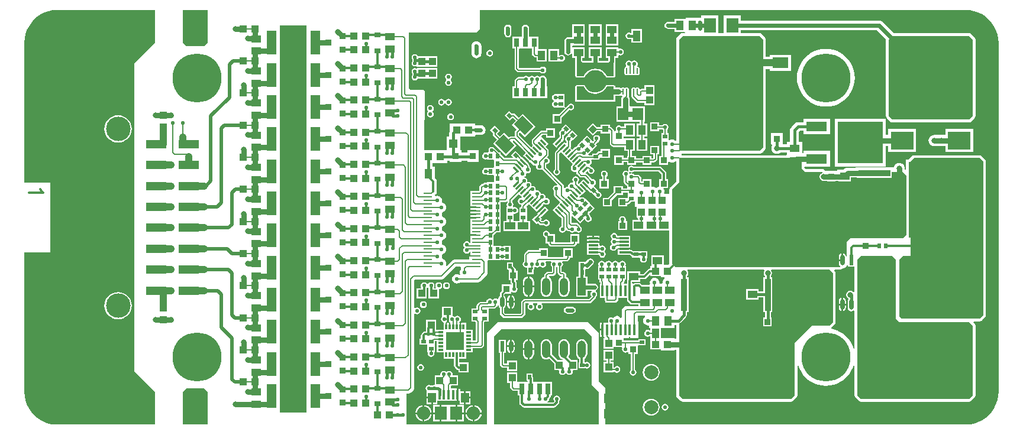
<source format=gtl>
G04 Layer_Physical_Order=1*
G04 Layer_Color=255*
%FSAX24Y24*%
%MOIN*%
G70*
G01*
G75*
%ADD10R,0.0650X0.0799*%
%ADD11R,0.0394X0.0433*%
%ADD12R,0.2559X0.2362*%
%ADD13R,0.1181X0.0551*%
G04:AMPARAMS|DCode=14|XSize=25mil|YSize=19.7mil|CornerRadius=0mil|HoleSize=0mil|Usage=FLASHONLY|Rotation=315.000|XOffset=0mil|YOffset=0mil|HoleType=Round|Shape=Rectangle|*
%AMROTATEDRECTD14*
4,1,4,-0.0158,0.0019,-0.0019,0.0158,0.0158,-0.0019,0.0019,-0.0158,-0.0158,0.0019,0.0*
%
%ADD14ROTATEDRECTD14*%

G04:AMPARAMS|DCode=15|XSize=25mil|YSize=19.7mil|CornerRadius=0mil|HoleSize=0mil|Usage=FLASHONLY|Rotation=45.000|XOffset=0mil|YOffset=0mil|HoleType=Round|Shape=Rectangle|*
%AMROTATEDRECTD15*
4,1,4,-0.0019,-0.0158,-0.0158,-0.0019,0.0019,0.0158,0.0158,0.0019,-0.0019,-0.0158,0.0*
%
%ADD15ROTATEDRECTD15*%

%ADD16R,0.0197X0.0250*%
%ADD17R,0.0551X0.0433*%
%ADD18R,0.0250X0.0197*%
%ADD19R,0.0433X0.0394*%
%ADD20R,0.0433X0.0551*%
%ADD21R,0.0630X0.0709*%
%ADD22R,0.0394X0.0394*%
%ADD23O,0.0240X0.0598*%
%ADD24R,0.0240X0.0598*%
%ADD25R,0.0591X0.0433*%
%ADD26R,0.0335X0.0335*%
%ADD27R,0.1457X0.0512*%
%ADD28R,0.3504X0.4055*%
%ADD29R,0.0906X0.0598*%
%ADD30P,0.0473X4X360.0*%
%ADD31R,0.0335X0.0335*%
%ADD32R,0.0472X0.0472*%
%ADD33R,0.0335X0.0256*%
%ADD34R,0.0394X0.0079*%
G04:AMPARAMS|DCode=35|XSize=12.6mil|YSize=39.4mil|CornerRadius=0mil|HoleSize=0mil|Usage=FLASHONLY|Rotation=315.000|XOffset=0mil|YOffset=0mil|HoleType=Round|Shape=Rectangle|*
%AMROTATEDRECTD35*
4,1,4,-0.0184,-0.0095,0.0095,0.0184,0.0184,0.0095,-0.0095,-0.0184,-0.0184,-0.0095,0.0*
%
%ADD35ROTATEDRECTD35*%

G04:AMPARAMS|DCode=36|XSize=12.6mil|YSize=39.4mil|CornerRadius=0mil|HoleSize=0mil|Usage=FLASHONLY|Rotation=45.000|XOffset=0mil|YOffset=0mil|HoleType=Round|Shape=Rectangle|*
%AMROTATEDRECTD36*
4,1,4,0.0095,-0.0184,-0.0184,0.0095,-0.0095,0.0184,0.0184,-0.0095,0.0095,-0.0184,0.0*
%
%ADD36ROTATEDRECTD36*%

%ADD37R,0.0276X0.0110*%
%ADD38R,0.0945X0.0650*%
G04:AMPARAMS|DCode=39|XSize=9.1mil|YSize=31.5mil|CornerRadius=1.8mil|HoleSize=0mil|Usage=FLASHONLY|Rotation=180.000|XOffset=0mil|YOffset=0mil|HoleType=Round|Shape=RoundedRectangle|*
%AMROUNDEDRECTD39*
21,1,0.0091,0.0279,0,0,180.0*
21,1,0.0054,0.0315,0,0,180.0*
1,1,0.0036,-0.0027,0.0139*
1,1,0.0036,0.0027,0.0139*
1,1,0.0036,0.0027,-0.0139*
1,1,0.0036,-0.0027,-0.0139*
%
%ADD39ROUNDEDRECTD39*%
%ADD40O,0.0472X0.0984*%
%ADD41R,0.0472X0.0984*%
%ADD42R,0.0295X0.0118*%
%ADD43R,0.0118X0.0295*%
%ADD44R,0.1024X0.1024*%
%ADD45R,0.0551X0.0118*%
G04:AMPARAMS|DCode=46|XSize=63mil|YSize=13.8mil|CornerRadius=3.4mil|HoleSize=0mil|Usage=FLASHONLY|Rotation=270.000|XOffset=0mil|YOffset=0mil|HoleType=Round|Shape=RoundedRectangle|*
%AMROUNDEDRECTD46*
21,1,0.0630,0.0069,0,0,270.0*
21,1,0.0561,0.0138,0,0,270.0*
1,1,0.0069,-0.0034,-0.0281*
1,1,0.0069,-0.0034,0.0281*
1,1,0.0069,0.0034,0.0281*
1,1,0.0069,0.0034,-0.0281*
%
%ADD46ROUNDEDRECTD46*%
%ADD47R,0.0138X0.0630*%
%ADD48R,0.0453X0.0571*%
%ADD49R,0.0157X0.0551*%
%ADD50R,0.0689X0.0748*%
%ADD51R,0.0827X0.1181*%
%ADD52R,0.0315X0.0630*%
%ADD53R,0.1150X0.0500*%
%ADD54R,0.0315X0.0512*%
%ADD55R,0.2087X0.0374*%
%ADD56R,0.1811X0.0354*%
%ADD57R,0.3937X0.4252*%
%ADD58R,0.0354X0.1811*%
%ADD59R,0.4252X0.3937*%
%ADD60R,0.0374X0.0354*%
%ADD61R,0.0374X0.0354*%
%ADD62R,0.0354X0.0374*%
%ADD63R,0.0354X0.0374*%
%ADD64R,0.0551X0.1378*%
%ADD65R,0.4409X0.0807*%
%ADD66R,0.1260X0.0984*%
%ADD67R,0.0433X0.0591*%
%ADD68O,0.0492X0.0098*%
%ADD69R,0.0492X0.0098*%
G04:AMPARAMS|DCode=70|XSize=70mil|YSize=85mil|CornerRadius=0mil|HoleSize=0mil|Usage=FLASHONLY|Rotation=225.000|XOffset=0mil|YOffset=0mil|HoleType=Round|Shape=Rectangle|*
%AMROTATEDRECTD70*
4,1,4,-0.0053,0.0548,0.0548,-0.0053,0.0053,-0.0548,-0.0548,0.0053,-0.0053,0.0548,0.0*
%
%ADD70ROTATEDRECTD70*%

%ADD71C,0.0315*%
%ADD72C,0.0394*%
%ADD73C,0.0197*%
%ADD74C,0.0079*%
%ADD75C,0.0157*%
%ADD76C,0.0236*%
%ADD77C,0.0118*%
%ADD78C,0.0098*%
%ADD79C,0.0394*%
%ADD80C,0.2756*%
%ADD81C,0.0197*%
%ADD82C,0.0787*%
%ADD83C,0.0748*%
%ADD84C,0.1378*%
%ADD85C,0.0217*%
%ADD86C,0.0315*%
G36*
X283922Y190246D02*
X284051Y190117D01*
X284026Y190070D01*
X284016Y190073D01*
X283943Y190058D01*
X283881Y190017D01*
X283840Y189955D01*
X283825Y189882D01*
X283840Y189809D01*
X283881Y189747D01*
X283943Y189706D01*
X284004Y189694D01*
X284025Y189661D01*
X284031Y189643D01*
X284023Y189631D01*
X284013Y189585D01*
X283983Y189547D01*
X283930D01*
Y189204D01*
X283930Y189193D01*
Y189154D01*
X283930Y189143D01*
Y188799D01*
X283888Y188780D01*
X283760Y188780D01*
X283710Y188780D01*
X283631D01*
X283590Y188799D01*
Y189143D01*
X283626Y189186D01*
X283661Y189179D01*
X283734Y189194D01*
X283796Y189235D01*
X283838Y189297D01*
X283852Y189370D01*
X283838Y189443D01*
X283796Y189505D01*
X283734Y189546D01*
X283661Y189561D01*
X283635Y189555D01*
X283590Y189547D01*
X283559Y189585D01*
X283552Y189597D01*
X283562Y189612D01*
X283577Y189685D01*
X283562Y189758D01*
X283521Y189820D01*
X283506Y189829D01*
Y189901D01*
X283857Y190252D01*
X283922Y190246D01*
D02*
G37*
G36*
X271929Y177953D02*
X270433D01*
Y199803D01*
X271929D01*
Y177953D01*
D02*
G37*
G36*
X266339Y198819D02*
X266142Y198622D01*
X265157Y198622D01*
X264961Y198819D01*
Y200667D01*
X266339D01*
X266339Y198819D01*
D02*
G37*
G36*
X287992Y182283D02*
X287992Y179528D01*
X288386Y179134D01*
X288386Y177286D01*
X282480D01*
X282480Y182283D01*
X282874Y182677D01*
X287598Y182677D01*
X287992Y182283D01*
D02*
G37*
G36*
X309297Y200652D02*
X309534Y200605D01*
X309763Y200527D01*
X309980Y200420D01*
X310181Y200286D01*
X310363Y200127D01*
X310522Y199945D01*
X310657Y199744D01*
X310764Y199527D01*
X310841Y199298D01*
X310889Y199060D01*
X310904Y198824D01*
X310903Y198819D01*
Y179134D01*
X310904Y179129D01*
X310889Y178892D01*
X310841Y178655D01*
X310764Y178426D01*
X310657Y178209D01*
X310522Y178008D01*
X310363Y177826D01*
X310181Y177667D01*
X309980Y177532D01*
X309763Y177425D01*
X309534Y177348D01*
X309297Y177300D01*
X309060Y177285D01*
X309055Y177286D01*
X288740D01*
X288740Y179370D01*
X288386Y179724D01*
Y182480D01*
X287795Y183071D01*
X282677Y183071D01*
X282087Y182480D01*
X282087Y177286D01*
X277559D01*
Y179041D01*
X277667D01*
X277744Y179057D01*
X277809Y179100D01*
X277937Y179228D01*
X277981Y179293D01*
X277996Y179370D01*
Y183518D01*
X278046Y183545D01*
X278077Y183525D01*
X278150Y183510D01*
X278223Y183525D01*
X278284Y183566D01*
X278326Y183628D01*
X278340Y183701D01*
X278326Y183774D01*
X278284Y183836D01*
X278223Y183877D01*
X278150Y183891D01*
X278077Y183877D01*
X278046Y183856D01*
X277996Y183883D01*
Y185429D01*
X278036Y185469D01*
X279528D01*
X279604Y185484D01*
X279669Y185527D01*
X280339Y186197D01*
X280598D01*
X280635Y186147D01*
X280626Y186102D01*
Y186041D01*
X280595Y186000D01*
X280568Y185936D01*
X280559Y185866D01*
X280568Y185797D01*
X280580Y185767D01*
X280539Y185735D01*
X280528Y185744D01*
X280463Y185771D01*
X280394Y185780D01*
X280324Y185771D01*
X280260Y185744D01*
X280204Y185701D01*
X280162Y185646D01*
X280135Y185581D01*
X280126Y185512D01*
X280135Y185442D01*
X280162Y185378D01*
X280204Y185322D01*
X280260Y185280D01*
X280324Y185253D01*
X280394Y185244D01*
X280463Y185253D01*
X280528Y185280D01*
X280569Y185311D01*
X281575D01*
X281652Y185326D01*
X281717Y185370D01*
X282071Y185724D01*
X282115Y185789D01*
X282130Y185866D01*
Y186457D01*
X282118Y186518D01*
X282118Y186522D01*
X282141Y186558D01*
X282152Y186568D01*
X282450D01*
X282461Y186568D01*
X282500D01*
X282511Y186568D01*
X282854D01*
Y186568D01*
X282904Y186591D01*
X282953Y186581D01*
X283001Y186591D01*
X283051Y186568D01*
Y186568D01*
X283406D01*
Y186962D01*
Y187369D01*
X283051D01*
Y187369D01*
X283001Y187346D01*
X282953Y187356D01*
X282904Y187346D01*
X282854Y187369D01*
Y187369D01*
X282511D01*
X282500Y187369D01*
X282461Y187395D01*
Y187749D01*
Y187960D01*
X282644Y188143D01*
X282854D01*
Y188536D01*
Y188930D01*
Y189338D01*
X282854D01*
Y189363D01*
X282854D01*
Y189840D01*
X283110D01*
X283110Y189840D01*
X283156Y189849D01*
X283195Y189875D01*
X283219Y189899D01*
X283265Y189880D01*
Y189829D01*
X283251Y189820D01*
X283210Y189758D01*
X283195Y189685D01*
X283210Y189612D01*
X283220Y189597D01*
X283193Y189547D01*
X283182D01*
Y189204D01*
X283182Y189193D01*
Y189154D01*
X283182Y189143D01*
Y188799D01*
X283140Y188780D01*
X283012D01*
Y188189D01*
X283710D01*
X283760Y188189D01*
X283810Y188189D01*
X284508D01*
Y188780D01*
X284379D01*
X284338Y188799D01*
Y189143D01*
X284338Y189154D01*
Y189193D01*
X284338Y189204D01*
Y189547D01*
X284332D01*
X284312Y189593D01*
X284443Y189724D01*
X284597Y189570D01*
X284879Y189288D01*
X285074Y189483D01*
X285269Y189678D01*
X285251Y189696D01*
X285300Y189746D01*
X285360Y189706D01*
X285433Y189691D01*
X285506Y189706D01*
X285568Y189747D01*
X285609Y189809D01*
X285624Y189882D01*
X285609Y189955D01*
X285568Y190017D01*
X285506Y190058D01*
X285433Y190073D01*
X285420Y190070D01*
X285385Y190105D01*
X285388Y190118D01*
X285373Y190191D01*
X285332Y190253D01*
X285270Y190294D01*
X285197Y190309D01*
X285160Y190301D01*
X285117Y190314D01*
X285107Y190338D01*
X285097Y190388D01*
X285056Y190450D01*
X284994Y190491D01*
X284921Y190506D01*
X284876Y190497D01*
X284833Y190537D01*
X284836Y190551D01*
X284822Y190624D01*
X284780Y190686D01*
X284719Y190727D01*
X284646Y190742D01*
X284633Y190739D01*
X284598Y190775D01*
X284600Y190787D01*
X284586Y190860D01*
X284544Y190922D01*
X284482Y190964D01*
X284409Y190978D01*
X284397Y190976D01*
X284361Y191011D01*
X284364Y191024D01*
X284349Y191097D01*
X284308Y191158D01*
X284246Y191200D01*
X284207Y191208D01*
X284197Y191261D01*
X284229Y191283D01*
X284271Y191344D01*
X284285Y191417D01*
X284282Y191432D01*
X284325Y191472D01*
X284370Y191463D01*
X284443Y191477D01*
X284505Y191519D01*
X284546Y191581D01*
X284561Y191654D01*
X284546Y191727D01*
X284505Y191788D01*
X284491Y191798D01*
Y191863D01*
X284491Y191863D01*
X284481Y191909D01*
X284455Y191948D01*
X284415Y191988D01*
X284434Y192007D01*
X284239Y192202D01*
X284044Y192397D01*
X284026Y192378D01*
X283976Y192428D01*
X283988Y192440D01*
X283700Y192729D01*
X283450Y192478D01*
X283558Y192369D01*
X283539Y192323D01*
X283083D01*
X282880Y192526D01*
X282854Y192544D01*
Y192645D01*
X282762D01*
X282565Y192841D01*
X282526Y192867D01*
X282511Y192870D01*
X282497Y192891D01*
X282435Y192932D01*
X282362Y192947D01*
X282289Y192932D01*
X282227Y192891D01*
X282186Y192829D01*
X282172Y192756D01*
X282184Y192695D01*
X282156Y192645D01*
X282106D01*
Y192645D01*
X282056Y192622D01*
X282008Y192632D01*
X281935Y192617D01*
X281873Y192576D01*
X281832Y192514D01*
X281817Y192441D01*
X281832Y192368D01*
X281873Y192306D01*
X281935Y192265D01*
X282008Y192250D01*
X282056Y192260D01*
X282106Y192237D01*
Y192237D01*
X282461D01*
X282469Y192232D01*
X282500Y192212D01*
Y191829D01*
X282500Y191804D01*
X282469Y191784D01*
X282461Y191779D01*
X282450Y191779D01*
X282106D01*
Y191779D01*
X282056Y191756D01*
X282008Y191765D01*
X281935Y191751D01*
X281873Y191710D01*
X281832Y191648D01*
X281817Y191575D01*
X281832Y191502D01*
X281873Y191440D01*
X281935Y191399D01*
X282008Y191384D01*
X282056Y191394D01*
X282106Y191371D01*
Y191371D01*
X282450D01*
X282461Y191371D01*
X282500Y191345D01*
Y191002D01*
X282500Y190977D01*
X282469Y190957D01*
X282461Y190952D01*
X282106D01*
Y190952D01*
X282056Y190929D01*
X282008Y190939D01*
X281935Y190924D01*
X281873Y190883D01*
X281863Y190868D01*
X281850D01*
X281804Y190859D01*
X281765Y190833D01*
X281686Y190754D01*
X281660Y190715D01*
X281651Y190669D01*
X281651Y190669D01*
Y190483D01*
X281631Y190463D01*
X281161D01*
Y190010D01*
Y189616D01*
Y189597D01*
X281486D01*
Y189497D01*
X281161D01*
Y189400D01*
X281486D01*
Y189300D01*
X281161D01*
Y189222D01*
Y189204D01*
X281486D01*
Y189104D01*
X281161D01*
Y189007D01*
X281486D01*
Y188907D01*
X281161D01*
Y188829D01*
Y188435D01*
Y188041D01*
Y188022D01*
X281486D01*
Y187922D01*
X281161D01*
Y187543D01*
X281111Y187528D01*
X281080Y187576D01*
X281018Y187617D01*
X280945Y187632D01*
X280872Y187617D01*
X280810Y187576D01*
X280769Y187514D01*
X280754Y187441D01*
X280769Y187368D01*
X280810Y187306D01*
Y187261D01*
X280769Y187199D01*
X280754Y187126D01*
X280769Y187053D01*
X280810Y186991D01*
X280872Y186950D01*
X280945Y186935D01*
X281018Y186950D01*
X281080Y186991D01*
X281111Y187039D01*
X281161Y187023D01*
Y186801D01*
X281083D01*
Y186598D01*
X280256D01*
X280179Y186583D01*
X280114Y186540D01*
X279811Y186236D01*
X279768Y186264D01*
X279786Y186309D01*
X279796Y186378D01*
X279786Y186447D01*
X279760Y186512D01*
X279717Y186567D01*
X279662Y186610D01*
X279597Y186637D01*
X279578Y186639D01*
X279547Y186694D01*
X279550Y186702D01*
X279559Y186772D01*
X279550Y186841D01*
X279547Y186849D01*
X279578Y186904D01*
X279597Y186906D01*
X279662Y186933D01*
X279717Y186976D01*
X279760Y187031D01*
X279786Y187096D01*
X279796Y187165D01*
X279786Y187235D01*
X279760Y187299D01*
X279717Y187355D01*
X279662Y187397D01*
X279597Y187424D01*
X279578Y187427D01*
X279547Y187481D01*
X279550Y187490D01*
X279559Y187559D01*
X279550Y187628D01*
X279547Y187637D01*
X279578Y187691D01*
X279597Y187694D01*
X279662Y187721D01*
X279717Y187763D01*
X279760Y187819D01*
X279786Y187883D01*
X279796Y187953D01*
X279786Y188022D01*
X279760Y188087D01*
X279717Y188142D01*
X279662Y188185D01*
X279597Y188212D01*
X279578Y188214D01*
X279547Y188269D01*
X279550Y188277D01*
X279559Y188346D01*
X279550Y188416D01*
X279547Y188424D01*
X279578Y188479D01*
X279597Y188481D01*
X279662Y188508D01*
X279717Y188551D01*
X279760Y188606D01*
X279786Y188671D01*
X279796Y188740D01*
X279786Y188810D01*
X279760Y188874D01*
X279717Y188930D01*
X279662Y188972D01*
X279597Y188999D01*
X279578Y189002D01*
X279547Y189056D01*
X279550Y189064D01*
X279559Y189134D01*
X279550Y189203D01*
X279547Y189212D01*
X279578Y189266D01*
X279597Y189269D01*
X279662Y189295D01*
X279717Y189338D01*
X279760Y189394D01*
X279786Y189458D01*
X279796Y189528D01*
X279786Y189597D01*
X279760Y189662D01*
X279717Y189717D01*
X279662Y189760D01*
X279597Y189786D01*
X279578Y189789D01*
X279547Y189844D01*
X279550Y189852D01*
X279559Y189921D01*
X279550Y189991D01*
X279523Y190055D01*
X279481Y190111D01*
X279425Y190153D01*
X279361Y190180D01*
X279291Y190189D01*
X279222Y190180D01*
X279205Y190173D01*
X279165Y190200D01*
Y190251D01*
X279195Y190271D01*
X279243Y190342D01*
X279260Y190427D01*
Y191010D01*
X279243Y191095D01*
X279195Y191166D01*
X279163Y191198D01*
Y191850D01*
X279030D01*
Y192047D01*
X279843D01*
Y192161D01*
X279990D01*
Y192106D01*
X280640D01*
Y192161D01*
X280974D01*
Y192106D01*
X281624D01*
Y192756D01*
X280974D01*
Y192642D01*
X280640D01*
Y192756D01*
X280591D01*
Y193543D01*
X280641Y193543D01*
X281417D01*
Y193587D01*
X281455Y193620D01*
X281457Y193620D01*
X281732D01*
X281804Y193629D01*
X281871Y193657D01*
X281929Y193701D01*
X281973Y193759D01*
X282001Y193826D01*
X282010Y193898D01*
X282001Y193970D01*
X281973Y194037D01*
X281929Y194094D01*
X281871Y194138D01*
X281804Y194166D01*
X281732Y194176D01*
X281457D01*
X281455Y194175D01*
X281417Y194208D01*
Y194252D01*
X280000D01*
Y193851D01*
X279974Y193813D01*
X279956Y193720D01*
Y193543D01*
X279803D01*
X279803Y192756D01*
X279753Y192756D01*
X278600D01*
X278565Y192791D01*
X278584Y196108D01*
X278496Y196181D01*
X277756Y196181D01*
X277677Y196260D01*
X277677Y199409D01*
X281496Y199409D01*
X281693Y199606D01*
Y200667D01*
X309055D01*
X309060Y200668D01*
X309297Y200652D01*
D02*
G37*
G36*
X257874Y200667D02*
X263386D01*
X263386Y198819D01*
X262992Y198425D01*
X262205Y197638D01*
Y180315D01*
X262992Y179528D01*
X263386Y179134D01*
X263386Y177286D01*
X257874D01*
X257869Y177285D01*
X257633Y177300D01*
X257395Y177348D01*
X257166Y177425D01*
X256949Y177532D01*
X256748Y177667D01*
X256566Y177826D01*
X256407Y178008D01*
X256272Y178209D01*
X256165Y178426D01*
X256088Y178655D01*
X256040Y178892D01*
X256025Y179129D01*
X256026Y179134D01*
Y187008D01*
X257480D01*
Y190945D01*
X256026D01*
Y198819D01*
X256025Y198824D01*
X256040Y199060D01*
X256088Y199298D01*
X256165Y199527D01*
X256272Y199744D01*
X256407Y199945D01*
X256566Y200127D01*
X256748Y200286D01*
X256949Y200420D01*
X257166Y200527D01*
X257395Y200605D01*
X257633Y200652D01*
X257869Y200668D01*
X257874Y200667D01*
D02*
G37*
G36*
X266142Y179331D02*
X266339Y179134D01*
X266339Y177286D01*
X264961D01*
Y179134D01*
X265157Y179331D01*
X266142Y179331D01*
D02*
G37*
%LPC*%
G36*
X284475Y182102D02*
Y181585D01*
X284743D01*
Y181791D01*
X284732Y181874D01*
X284700Y181950D01*
X284650Y182016D01*
X284584Y182066D01*
X284507Y182098D01*
X284475Y182102D01*
D02*
G37*
G36*
X283489Y182075D02*
Y181753D01*
X283642D01*
Y181882D01*
X283626Y181959D01*
X283582Y182025D01*
X283517Y182069D01*
X283489Y182075D01*
D02*
G37*
G36*
X283389Y182075D02*
X283361Y182069D01*
X283296Y182025D01*
X283252Y181959D01*
X283236Y181882D01*
Y181753D01*
X283389D01*
Y182075D01*
D02*
G37*
G36*
X284375Y182102D02*
X284343Y182098D01*
X284266Y182066D01*
X284201Y182016D01*
X284150Y181950D01*
X284118Y181874D01*
X284108Y181791D01*
Y181585D01*
X284375D01*
Y182102D01*
D02*
G37*
G36*
X284743Y181485D02*
X284475D01*
Y180968D01*
X284507Y180973D01*
X284584Y181004D01*
X284650Y181055D01*
X284700Y181121D01*
X284732Y181197D01*
X284743Y181280D01*
Y181485D01*
D02*
G37*
G36*
X286425Y182109D02*
X286343Y182098D01*
X286266Y182066D01*
X286201Y182016D01*
X286150Y181950D01*
X286118Y181874D01*
X286108Y181791D01*
Y181280D01*
X286118Y181197D01*
X286150Y181121D01*
X286201Y181055D01*
X286266Y181004D01*
X286343Y180973D01*
X286333Y180925D01*
X286085D01*
X285741Y181268D01*
X285743Y181280D01*
Y181791D01*
X285732Y181874D01*
X285700Y181950D01*
X285650Y182016D01*
X285584Y182066D01*
X285507Y182098D01*
X285425Y182109D01*
X285343Y182098D01*
X285266Y182066D01*
X285201Y182016D01*
X285150Y181950D01*
X285118Y181874D01*
X285108Y181791D01*
Y181280D01*
X285118Y181197D01*
X285150Y181121D01*
X285201Y181055D01*
X285266Y181004D01*
X285343Y180973D01*
X285425Y180962D01*
X285507Y180973D01*
X285584Y181004D01*
X285598Y181015D01*
X285886Y180727D01*
Y180374D01*
X286124D01*
X286158Y180324D01*
X286148Y180276D01*
X286162Y180203D01*
X286204Y180141D01*
X286266Y180099D01*
X286339Y180085D01*
X286412Y180099D01*
X286473Y180141D01*
X286508Y180192D01*
X286526Y180196D01*
X286545D01*
X286563Y180192D01*
X286597Y180141D01*
X286659Y180099D01*
X286732Y180085D01*
X286805Y180099D01*
X286867Y180141D01*
X286908Y180203D01*
X286923Y180276D01*
X286913Y180324D01*
X286947Y180374D01*
X287185D01*
Y180925D01*
X286833D01*
X286673Y181085D01*
X286700Y181121D01*
X286732Y181197D01*
X286743Y181280D01*
Y181791D01*
X286732Y181874D01*
X286700Y181950D01*
X286650Y182016D01*
X286584Y182066D01*
X286507Y182098D01*
X286425Y182109D01*
D02*
G37*
G36*
X287425D02*
X287343Y182098D01*
X287266Y182066D01*
X287201Y182016D01*
X287150Y181950D01*
X287118Y181874D01*
X287108Y181791D01*
Y181280D01*
X287118Y181197D01*
X287150Y181121D01*
X287201Y181055D01*
X287266Y181004D01*
X287293Y180994D01*
Y180807D01*
X287237D01*
Y180453D01*
X287645D01*
Y180453D01*
X287645Y180453D01*
X287717Y180439D01*
X287789Y180454D01*
X287851Y180495D01*
X287893Y180557D01*
X287907Y180630D01*
X287893Y180703D01*
X287851Y180765D01*
X287789Y180806D01*
X287717Y180821D01*
X287645Y180806D01*
X287645Y180807D01*
Y180807D01*
X287574D01*
Y181000D01*
X287584Y181004D01*
X287650Y181055D01*
X287700Y181121D01*
X287732Y181197D01*
X287743Y181280D01*
Y181791D01*
X287732Y181874D01*
X287700Y181950D01*
X287650Y182016D01*
X287584Y182066D01*
X287507Y182098D01*
X287425Y182109D01*
D02*
G37*
G36*
X283389Y181653D02*
X283236D01*
Y181524D01*
X283252Y181446D01*
X283296Y181380D01*
X283361Y181336D01*
X283389Y181331D01*
Y181653D01*
D02*
G37*
G36*
X283642D02*
X283489D01*
Y181331D01*
X283517Y181336D01*
X283582Y181380D01*
X283626Y181446D01*
X283642Y181524D01*
Y181653D01*
D02*
G37*
G36*
X284375Y181485D02*
X284108D01*
Y181280D01*
X284118Y181197D01*
X284150Y181121D01*
X284201Y181055D01*
X284266Y181004D01*
X284343Y180973D01*
X284375Y180968D01*
Y181485D01*
D02*
G37*
G36*
X283138Y182081D02*
X282740D01*
Y181325D01*
X282819D01*
Y180683D01*
X282819Y180683D01*
X282828Y180637D01*
X282854Y180598D01*
X282927Y180525D01*
X282966Y180499D01*
X283012Y180490D01*
X283012Y180490D01*
X283228D01*
Y180315D01*
X283780D01*
Y180906D01*
X283228D01*
Y180731D01*
X283062D01*
X283059Y180733D01*
Y181325D01*
X283138D01*
Y182081D01*
D02*
G37*
G36*
X283780Y180236D02*
X283228D01*
Y179646D01*
X283384D01*
Y179409D01*
X283384Y179409D01*
X283393Y179363D01*
X283419Y179324D01*
X283517Y179226D01*
X283517Y179226D01*
X283556Y179200D01*
X283602Y179191D01*
X283819D01*
Y178917D01*
X283915D01*
Y178504D01*
X283925Y178450D01*
X283956Y178405D01*
X284074Y178286D01*
X284119Y178256D01*
X284173Y178245D01*
X285866D01*
X285920Y178256D01*
X285965Y178286D01*
X286123Y178444D01*
X286153Y178490D01*
X286164Y178543D01*
Y178614D01*
X286200Y178667D01*
X286214Y178740D01*
X286200Y178813D01*
X286158Y178875D01*
X286097Y178916D01*
X286024Y178931D01*
X285951Y178916D01*
X285889Y178875D01*
X285847Y178813D01*
X285833Y178740D01*
X285847Y178667D01*
X285883Y178614D01*
Y178601D01*
X285808Y178526D01*
X285500D01*
X285485Y178576D01*
X285529Y178605D01*
X285570Y178667D01*
X285582Y178730D01*
X285631Y178779D01*
X285661Y178824D01*
X285672Y178878D01*
Y178917D01*
X285768D01*
Y179705D01*
X285295D01*
Y179705D01*
X285276D01*
Y179705D01*
X284833D01*
X284803Y179705D01*
X284753Y179705D01*
X284688D01*
Y179902D01*
X284677Y179955D01*
X284665Y179973D01*
Y180164D01*
X284311D01*
Y179757D01*
X284353D01*
X284374Y179707D01*
X284371Y179705D01*
X284311Y179705D01*
X284261Y179705D01*
X283819D01*
X283780Y179730D01*
Y180236D01*
D02*
G37*
G36*
X288543Y182588D02*
X288445D01*
Y182244D01*
X288543D01*
Y182588D01*
D02*
G37*
G36*
X284743Y185029D02*
X284475D01*
Y184512D01*
X284507Y184516D01*
X284584Y184548D01*
X284650Y184598D01*
X284700Y184664D01*
X284732Y184741D01*
X284743Y184823D01*
Y185029D01*
D02*
G37*
G36*
X283489Y184575D02*
Y184253D01*
X283642D01*
Y184382D01*
X283626Y184459D01*
X283582Y184525D01*
X283517Y184569D01*
X283489Y184575D01*
D02*
G37*
G36*
X283389Y184575D02*
X283361Y184569D01*
X283296Y184525D01*
X283252Y184459D01*
X283236Y184382D01*
Y184253D01*
X283389D01*
Y184575D01*
D02*
G37*
G36*
X279803Y185309D02*
X279730Y185294D01*
X279668Y185253D01*
X279627Y185191D01*
X279612Y185118D01*
X279627Y185045D01*
X279668Y184983D01*
X279730Y184942D01*
X279803Y184927D01*
X279876Y184942D01*
X279938Y184983D01*
X279979Y185045D01*
X279994Y185118D01*
X279979Y185191D01*
X279938Y185253D01*
X279876Y185294D01*
X279803Y185309D01*
D02*
G37*
G36*
X287913Y186657D02*
X287837Y186642D01*
X287771Y186599D01*
X287659Y186486D01*
X287618Y186464D01*
Y186464D01*
X287618Y186464D01*
X287264D01*
Y186056D01*
Y185662D01*
X287219Y185650D01*
X287110D01*
Y184508D01*
X287740D01*
Y184839D01*
X287972D01*
X287988Y184789D01*
X287975Y184780D01*
X287934Y184719D01*
X287920Y184646D01*
X287934Y184573D01*
X287970Y184519D01*
X287824Y184372D01*
X284213D01*
X284213Y184372D01*
X284167Y184363D01*
X284127Y184337D01*
X284127Y184337D01*
X284049Y184258D01*
X284023Y184219D01*
X284013Y184173D01*
X284013Y184173D01*
Y183593D01*
X283966Y183546D01*
X283121D01*
X283059Y183607D01*
Y183865D01*
X283082Y183880D01*
X283126Y183946D01*
X283142Y184024D01*
Y184382D01*
X283126Y184459D01*
X283082Y184525D01*
X283069Y184534D01*
Y184617D01*
X283108Y184656D01*
X283445D01*
Y184760D01*
X283465Y184773D01*
X283495Y184781D01*
X283549Y184745D01*
X283622Y184731D01*
X283695Y184745D01*
X283757Y184786D01*
X283798Y184848D01*
X283813Y184921D01*
X283798Y184994D01*
X283763Y185048D01*
Y185276D01*
X283752Y185329D01*
X283721Y185375D01*
X283703Y185393D01*
Y185443D01*
X283819D01*
Y185974D01*
X283703D01*
Y186043D01*
X283693Y186097D01*
X283662Y186143D01*
X283563Y186242D01*
Y186424D01*
X283209D01*
Y186017D01*
X283289D01*
X283307Y185974D01*
X283307D01*
Y185443D01*
X283423D01*
Y185335D01*
X283433Y185281D01*
X283464Y185235D01*
X283474Y185225D01*
X283441Y185187D01*
X282933D01*
Y184850D01*
X282847Y184764D01*
X282818Y184721D01*
X282809Y184671D01*
Y184534D01*
X282796Y184525D01*
X282752Y184459D01*
X282736Y184382D01*
Y184374D01*
X282716Y184361D01*
X282686Y184353D01*
X282632Y184389D01*
X282559Y184403D01*
X282486Y184389D01*
X282424Y184347D01*
X282379D01*
X282317Y184389D01*
X282244Y184403D01*
X282171Y184389D01*
X282109Y184347D01*
X282068Y184286D01*
X282054Y184215D01*
X281732D01*
X281686Y184206D01*
X281647Y184180D01*
X281529Y184062D01*
X281503Y184022D01*
X281494Y183976D01*
X281494Y183976D01*
Y183839D01*
X281214D01*
Y183495D01*
X281214Y183484D01*
Y183445D01*
X281214Y183434D01*
Y183091D01*
X281424D01*
X281454Y183060D01*
Y182030D01*
X281289D01*
Y182165D01*
Y182638D01*
X280906D01*
Y183022D01*
X280550D01*
X280535Y183072D01*
X280568Y183094D01*
X280609Y183155D01*
X280624Y183228D01*
X280609Y183301D01*
X280568Y183363D01*
X280506Y183405D01*
X280433Y183419D01*
X280360Y183405D01*
X280298Y183363D01*
X280253D01*
X280191Y183405D01*
X280157Y183411D01*
Y183937D01*
X279567D01*
Y183386D01*
X279551Y183364D01*
X279550Y183363D01*
X279509Y183301D01*
X279494Y183228D01*
X279509Y183155D01*
X279550Y183094D01*
X279609Y183054D01*
X279646Y183022D01*
Y182638D01*
X279262D01*
X279235Y182677D01*
Y182736D01*
X279224Y182790D01*
X279213Y182807D01*
Y183189D01*
X278661D01*
Y182807D01*
X278650Y182790D01*
X278639Y182736D01*
Y182542D01*
X278589D01*
X278535Y182531D01*
X278490Y182501D01*
X278405Y182416D01*
X278374Y182370D01*
X278363Y182317D01*
Y182146D01*
X278300D01*
Y181791D01*
X278708D01*
X278728Y181760D01*
X278733Y181752D01*
X278733Y181741D01*
Y181398D01*
X278733D01*
X278756Y181348D01*
X278746Y181299D01*
X278761Y181226D01*
X278802Y181164D01*
X278864Y181123D01*
X278937Y181109D01*
X279010Y181123D01*
X279072Y181164D01*
X279113Y181226D01*
X279128Y181299D01*
X279118Y181348D01*
X279141Y181398D01*
X279141D01*
Y181741D01*
X279141Y181752D01*
Y181791D01*
X279141Y181802D01*
Y181986D01*
X279262D01*
Y181772D01*
Y181378D01*
X279646D01*
Y180994D01*
X280234D01*
Y180610D01*
X280244Y180556D01*
X280275Y180511D01*
X280373Y180412D01*
X280419Y180382D01*
X280472Y180371D01*
Y180236D01*
X281063D01*
Y180787D01*
X280515D01*
Y180994D01*
X280906D01*
Y181378D01*
X281289D01*
Y181592D01*
X281752D01*
X281752Y181592D01*
X281798Y181601D01*
X281837Y181627D01*
X281896Y181686D01*
X281922Y181726D01*
X281931Y181772D01*
X281931Y181772D01*
Y183060D01*
X281962Y183091D01*
X282172D01*
Y183434D01*
X282172Y183445D01*
Y183484D01*
X282172Y183495D01*
Y183817D01*
X282480D01*
X282480Y183817D01*
X282526Y183826D01*
X282565Y183852D01*
X282644Y183931D01*
X282670Y183970D01*
X282679Y184016D01*
Y184023D01*
X282686Y184030D01*
X282715Y184026D01*
X282740Y184006D01*
X282752Y183946D01*
X282796Y183880D01*
X282819Y183865D01*
Y183557D01*
X282819Y183557D01*
X282828Y183511D01*
X282854Y183472D01*
X282986Y183340D01*
X282986Y183340D01*
X283025Y183314D01*
X283071Y183305D01*
X284016D01*
X284016Y183305D01*
X284062Y183314D01*
X284101Y183340D01*
X284219Y183458D01*
X284219Y183458D01*
X284245Y183497D01*
X284254Y183543D01*
X284254Y183543D01*
Y184123D01*
X284262Y184132D01*
X284431D01*
X284447Y184082D01*
X284432Y184072D01*
X284391Y184010D01*
X284376Y183937D01*
X284391Y183864D01*
X284432Y183802D01*
X284494Y183761D01*
X284567Y183746D01*
X284640Y183761D01*
X284702Y183802D01*
X284743Y183864D01*
X284758Y183937D01*
X284743Y184010D01*
X284702Y184072D01*
X284687Y184082D01*
X284702Y184132D01*
X284904D01*
X284919Y184082D01*
X284905Y184072D01*
X284863Y184010D01*
X284849Y183937D01*
X284863Y183864D01*
X284905Y183802D01*
X284966Y183761D01*
X285039Y183746D01*
X285112Y183761D01*
X285174Y183802D01*
X285216Y183864D01*
X285230Y183937D01*
X285216Y184010D01*
X285174Y184072D01*
X285160Y184082D01*
X285175Y184132D01*
X287874D01*
X287874Y184132D01*
X287920Y184141D01*
X287959Y184167D01*
X288195Y184403D01*
X288195Y184403D01*
X288221Y184442D01*
X288231Y184488D01*
X288231Y184488D01*
Y184501D01*
X288245Y184511D01*
X288286Y184573D01*
X288301Y184646D01*
X288286Y184719D01*
X288245Y184780D01*
X288215Y184801D01*
X288225Y184854D01*
X288226Y184854D01*
X288292Y184897D01*
X288335Y184963D01*
X288350Y185039D01*
X288335Y185116D01*
X288292Y185181D01*
X288226Y185225D01*
X288150Y185240D01*
X287740D01*
Y185650D01*
X287663D01*
X287618Y185662D01*
Y186032D01*
X287620Y186035D01*
X287658Y186066D01*
X287668Y186069D01*
X287717Y186059D01*
X287793Y186074D01*
X287858Y186118D01*
X288055Y186315D01*
X288099Y186380D01*
X288114Y186457D01*
X288099Y186534D01*
X288055Y186599D01*
X287990Y186642D01*
X287913Y186657D01*
D02*
G37*
G36*
X284375Y185029D02*
X284108D01*
Y184823D01*
X284118Y184741D01*
X284150Y184664D01*
X284201Y184598D01*
X284266Y184548D01*
X284343Y184516D01*
X284375Y184512D01*
Y185029D01*
D02*
G37*
G36*
X286890Y183941D02*
X286614D01*
X286537Y183926D01*
X286472Y183882D01*
X286429Y183817D01*
X286413Y183740D01*
X286429Y183663D01*
X286472Y183598D01*
X286537Y183555D01*
X286614Y183539D01*
X286890D01*
X286967Y183555D01*
X287032Y183598D01*
X287075Y183663D01*
X287090Y183740D01*
X287075Y183817D01*
X287032Y183882D01*
X286967Y183926D01*
X286890Y183941D01*
D02*
G37*
G36*
X288543Y183032D02*
X288445D01*
Y182688D01*
X288543D01*
Y183032D01*
D02*
G37*
G36*
X278504Y184246D02*
X278431Y184231D01*
X278369Y184190D01*
X278328Y184128D01*
X278313Y184055D01*
X278328Y183982D01*
X278369Y183920D01*
X278431Y183879D01*
X278504Y183864D01*
X278577Y183879D01*
X278639Y183920D01*
X278680Y183982D01*
X278695Y184055D01*
X278680Y184128D01*
X278639Y184190D01*
X278577Y184231D01*
X278504Y184246D01*
D02*
G37*
G36*
X283389Y184153D02*
X283236D01*
Y184024D01*
X283252Y183946D01*
X283296Y183880D01*
X283361Y183836D01*
X283389Y183831D01*
Y184153D01*
D02*
G37*
G36*
X283642D02*
X283489D01*
Y183831D01*
X283517Y183836D01*
X283582Y183880D01*
X283626Y183946D01*
X283642Y184024D01*
Y184153D01*
D02*
G37*
G36*
X278346Y180702D02*
X278273Y180688D01*
X278212Y180647D01*
X278170Y180585D01*
X278156Y180512D01*
X278170Y180439D01*
X278212Y180377D01*
X278273Y180336D01*
X278346Y180321D01*
X278419Y180336D01*
X278481Y180377D01*
X278523Y180439D01*
X278537Y180512D01*
X278523Y180585D01*
X278481Y180647D01*
X278419Y180688D01*
X278346Y180702D01*
D02*
G37*
G36*
X278464Y178383D02*
X278396Y178374D01*
X278285Y178329D01*
X278191Y178256D01*
X278118Y178161D01*
X278073Y178051D01*
X278064Y177983D01*
X278464D01*
Y178383D01*
D02*
G37*
G36*
X291339Y178744D02*
X291215Y178728D01*
X291100Y178680D01*
X291002Y178605D01*
X290926Y178506D01*
X290878Y178391D01*
X290862Y178268D01*
X290878Y178144D01*
X290926Y178029D01*
X291002Y177931D01*
X291100Y177855D01*
X291215Y177807D01*
X291339Y177791D01*
X291462Y177807D01*
X291577Y177855D01*
X291676Y177931D01*
X291751Y178029D01*
X291799Y178144D01*
X291815Y178268D01*
X291799Y178391D01*
X291751Y178506D01*
X291676Y178605D01*
X291577Y178680D01*
X291462Y178728D01*
X291339Y178744D01*
D02*
G37*
G36*
X278964Y177883D02*
X278564D01*
Y177483D01*
X278632Y177492D01*
X278742Y177538D01*
X278837Y177610D01*
X278909Y177705D01*
X278955Y177815D01*
X278964Y177883D01*
D02*
G37*
G36*
X281379Y178383D02*
Y177983D01*
X281779D01*
X281770Y178051D01*
X281724Y178161D01*
X281652Y178256D01*
X281557Y178329D01*
X281447Y178374D01*
X281379Y178383D01*
D02*
G37*
G36*
X281279Y178383D02*
X281211Y178374D01*
X281100Y178329D01*
X281006Y178256D01*
X280933Y178161D01*
X280888Y178051D01*
X280879Y177983D01*
X281279D01*
Y178383D01*
D02*
G37*
G36*
X278564Y178383D02*
Y177983D01*
X278964D01*
X278955Y178051D01*
X278909Y178161D01*
X278837Y178256D01*
X278742Y178329D01*
X278632Y178374D01*
X278564Y178383D01*
D02*
G37*
G36*
X280787Y177883D02*
X280414D01*
Y177480D01*
X280787D01*
Y177883D01*
D02*
G37*
G36*
X279428Y177883D02*
X279055D01*
Y177480D01*
X279428D01*
Y177883D01*
D02*
G37*
G36*
X279941Y178386D02*
X279902D01*
X279891Y178386D01*
X279528D01*
Y177933D01*
Y177480D01*
X279891D01*
X279902Y177480D01*
X279941D01*
X279952Y177480D01*
X280314D01*
Y177933D01*
Y178386D01*
X279952D01*
X279941Y178386D01*
D02*
G37*
G36*
X281279Y177883D02*
X280879D01*
X280888Y177815D01*
X280933Y177705D01*
X281006Y177610D01*
X281100Y177538D01*
X281211Y177492D01*
X281279Y177483D01*
Y177883D01*
D02*
G37*
G36*
X281779D02*
X281379D01*
Y177483D01*
X281447Y177492D01*
X281557Y177538D01*
X281652Y177610D01*
X281724Y177705D01*
X281770Y177815D01*
X281779Y177883D01*
D02*
G37*
G36*
X278464Y177883D02*
X278064D01*
X278073Y177815D01*
X278118Y177705D01*
X278191Y177610D01*
X278285Y177538D01*
X278396Y177492D01*
X278464Y177483D01*
Y177883D01*
D02*
G37*
G36*
X291339Y180713D02*
X291215Y180697D01*
X291100Y180649D01*
X291002Y180573D01*
X290926Y180474D01*
X290878Y180360D01*
X290862Y180236D01*
X290878Y180113D01*
X290926Y179998D01*
X291002Y179899D01*
X291100Y179824D01*
X291215Y179776D01*
X291339Y179760D01*
X291462Y179776D01*
X291577Y179824D01*
X291676Y179899D01*
X291751Y179998D01*
X291799Y180113D01*
X291815Y180236D01*
X291799Y180360D01*
X291751Y180474D01*
X291676Y180573D01*
X291577Y180649D01*
X291462Y180697D01*
X291339Y180713D01*
D02*
G37*
G36*
X281152Y179175D02*
X280896D01*
Y178861D01*
X281152D01*
Y179175D01*
D02*
G37*
G36*
Y178761D02*
X280896D01*
Y178447D01*
X281152D01*
Y178761D01*
D02*
G37*
G36*
X279961Y180309D02*
X279888Y180294D01*
X279826Y180253D01*
X279780D01*
X279719Y180294D01*
X279646Y180309D01*
X279573Y180294D01*
X279511Y180253D01*
X279470Y180191D01*
X279455Y180118D01*
X279459Y180098D01*
X279427Y180059D01*
X279154D01*
Y179538D01*
X279134Y179521D01*
X279061Y179507D01*
X279038Y179491D01*
X278915D01*
X278892Y179507D01*
X278819Y179521D01*
X278746Y179507D01*
X278684Y179466D01*
X278643Y179404D01*
X278628Y179331D01*
X278643Y179258D01*
X278670Y179217D01*
X278691Y179175D01*
Y178861D01*
X278996D01*
Y178811D01*
X279046D01*
Y178447D01*
X279301D01*
Y178622D01*
X280383D01*
Y178976D01*
Y179331D01*
X280042D01*
Y179478D01*
X280072Y179508D01*
X280453D01*
Y180059D01*
X280179D01*
X280147Y180098D01*
X280151Y180118D01*
X280137Y180191D01*
X280095Y180253D01*
X280034Y180294D01*
X279961Y180309D01*
D02*
G37*
G36*
X289213Y181496D02*
X288661D01*
Y180906D01*
X288817D01*
Y180827D01*
X288661D01*
Y180236D01*
X289213D01*
Y180273D01*
X289265D01*
X289275Y180259D01*
X289336Y180218D01*
X289409Y180203D01*
X289482Y180218D01*
X289544Y180259D01*
X289586Y180321D01*
X289600Y180394D01*
X289586Y180467D01*
X289544Y180529D01*
X289482Y180570D01*
X289409Y180584D01*
X289336Y180570D01*
X289275Y180529D01*
X289265Y180514D01*
X289213D01*
Y180827D01*
X289057D01*
Y180906D01*
X289213D01*
Y181496D01*
D02*
G37*
G36*
X292126Y178458D02*
X292053Y178444D01*
X291991Y178403D01*
X291950Y178341D01*
X291935Y178268D01*
X291950Y178195D01*
X291991Y178133D01*
X292053Y178092D01*
X292126Y178077D01*
X292199Y178092D01*
X292261Y178133D01*
X292302Y178195D01*
X292317Y178268D01*
X292302Y178341D01*
X292261Y178403D01*
X292199Y178444D01*
X292126Y178458D01*
D02*
G37*
G36*
X280414Y178386D02*
Y177983D01*
X280787D01*
Y178386D01*
X280414D01*
D02*
G37*
G36*
X279428D02*
X279055D01*
Y177983D01*
X279428D01*
Y178386D01*
D02*
G37*
G36*
X280591Y179331D02*
X280483D01*
Y178976D01*
Y178622D01*
X280541D01*
Y178447D01*
X280796D01*
Y178811D01*
Y179175D01*
X280591D01*
Y179331D01*
D02*
G37*
G36*
X278946Y178761D02*
X278691D01*
Y178447D01*
X278946D01*
Y178761D01*
D02*
G37*
G36*
X289232Y196439D02*
X288839D01*
X288829Y196437D01*
X288819Y196436D01*
X288814Y196434D01*
X288808Y196432D01*
X288800Y196427D01*
X288791Y196423D01*
X288787Y196418D01*
X288782Y196415D01*
X288776Y196407D01*
X288770Y196400D01*
X288713Y196305D01*
X288660Y196234D01*
X288609Y196183D01*
X288540Y196132D01*
X288429Y196076D01*
X288397Y196060D01*
X288332Y196044D01*
X288188Y196026D01*
X288026Y196044D01*
X287961Y196060D01*
X287857Y196112D01*
X287789Y196163D01*
X287682Y196270D01*
X287629Y196358D01*
X287611Y196394D01*
X287603Y196404D01*
X287596Y196415D01*
X287594Y196417D01*
X287592Y196419D01*
X287581Y196425D01*
X287570Y196432D01*
X287567Y196433D01*
X287565Y196434D01*
X287552Y196436D01*
X287539Y196439D01*
X287146D01*
X287115Y196432D01*
X287089Y196415D01*
X287071Y196389D01*
X287065Y196358D01*
Y195945D01*
X287067Y195937D01*
Y195492D01*
X289311D01*
Y195832D01*
X289498D01*
X289590Y195850D01*
X289623Y195872D01*
X289667Y195864D01*
X289692Y195847D01*
X289698Y195832D01*
X289702Y195816D01*
X289705Y195790D01*
X289659Y195722D01*
X289641Y195630D01*
Y195236D01*
X289370D01*
Y194370D01*
X290157D01*
Y194370D01*
X290197D01*
Y194370D01*
X290697D01*
Y194252D01*
X290522D01*
Y193543D01*
X290697D01*
Y193425D01*
X290522D01*
Y192717D01*
X291112D01*
Y193425D01*
X290937D01*
Y193543D01*
X291112D01*
Y194252D01*
X290937D01*
Y194370D01*
X290984D01*
Y195236D01*
X290197D01*
Y195236D01*
X290173D01*
X290123Y195272D01*
Y195630D01*
X290104Y195722D01*
X290076Y195764D01*
X290081Y195787D01*
X290081Y195787D01*
Y195906D01*
X290087Y195933D01*
Y196212D01*
X290079Y196250D01*
X290058Y196282D01*
X290026Y196303D01*
X289988Y196311D01*
X289933D01*
X289896Y196303D01*
X289862Y196283D01*
X289829Y196303D01*
X289791Y196311D01*
X289737D01*
X289699Y196303D01*
X289667Y196282D01*
X289623Y196273D01*
X289590Y196295D01*
X289498Y196314D01*
X289313D01*
Y196358D01*
X289306Y196389D01*
X289289Y196415D01*
X289263Y196432D01*
X289232Y196439D01*
D02*
G37*
G36*
X279921Y195663D02*
X279848Y195649D01*
X279786Y195607D01*
X279752Y195556D01*
X279734Y195552D01*
X279715D01*
X279697Y195556D01*
X279662Y195607D01*
X279601Y195649D01*
X279528Y195663D01*
X279455Y195649D01*
X279393Y195607D01*
X279351Y195545D01*
X279337Y195472D01*
X279351Y195399D01*
X279393Y195338D01*
X279455Y195296D01*
X279528Y195282D01*
X279601Y195296D01*
X279662Y195338D01*
X279697Y195389D01*
X279715Y195393D01*
X279734D01*
X279752Y195389D01*
X279786Y195338D01*
X279848Y195296D01*
X279921Y195282D01*
X279994Y195296D01*
X280056Y195338D01*
X280097Y195399D01*
X280112Y195472D01*
X280097Y195545D01*
X280056Y195607D01*
X279994Y195649D01*
X279921Y195663D01*
D02*
G37*
G36*
X301181Y198479D02*
X300969Y198465D01*
X300760Y198423D01*
X300558Y198355D01*
X300367Y198261D01*
X300190Y198142D01*
X300030Y198002D01*
X299889Y197842D01*
X299771Y197665D01*
X299677Y197474D01*
X299608Y197272D01*
X299567Y197063D01*
X299553Y196850D01*
X299567Y196638D01*
X299608Y196429D01*
X299677Y196227D01*
X299771Y196036D01*
X299889Y195859D01*
X300030Y195699D01*
X300190Y195559D01*
X300367Y195440D01*
X300558Y195346D01*
X300760Y195278D01*
X300969Y195236D01*
X301181Y195222D01*
X301394Y195236D01*
X301603Y195278D01*
X301804Y195346D01*
X301995Y195440D01*
X302172Y195559D01*
X302332Y195699D01*
X302473Y195859D01*
X302591Y196036D01*
X302685Y196227D01*
X302754Y196429D01*
X302795Y196638D01*
X302809Y196850D01*
X302795Y197063D01*
X302754Y197272D01*
X302685Y197474D01*
X302591Y197665D01*
X302473Y197842D01*
X302332Y198002D01*
X302172Y198142D01*
X301995Y198261D01*
X301804Y198355D01*
X301603Y198423D01*
X301394Y198465D01*
X301181Y198479D01*
D02*
G37*
G36*
X285236Y196972D02*
X285159Y196957D01*
X285106Y196922D01*
X285056Y196906D01*
X284994Y196948D01*
X284921Y196962D01*
X284848Y196948D01*
X284786Y196906D01*
X284741D01*
X284679Y196948D01*
X284606Y196962D01*
X284533Y196948D01*
X284471Y196906D01*
X284426D01*
X284364Y196948D01*
X284291Y196962D01*
X284218Y196948D01*
X284157Y196906D01*
X284147Y196892D01*
X283858D01*
X283858Y196892D01*
X283812Y196883D01*
X283773Y196857D01*
X283675Y196758D01*
X283649Y196719D01*
X283639Y196673D01*
X283639Y196673D01*
Y196358D01*
X283524D01*
Y195689D01*
X283996D01*
Y195689D01*
X284016D01*
Y195689D01*
X284458D01*
X284488Y195689D01*
Y195689D01*
X284508D01*
Y195689D01*
X284980D01*
Y195689D01*
X285000D01*
Y195689D01*
X285472D01*
Y196358D01*
X285437D01*
Y196772D01*
X285422Y196848D01*
X285378Y196914D01*
X285313Y196957D01*
X285236Y196972D01*
D02*
G37*
G36*
X279921Y197080D02*
X279848Y197066D01*
X279786Y197025D01*
X279745Y196963D01*
X279731Y196890D01*
X279745Y196817D01*
X279786Y196755D01*
Y196710D01*
X279745Y196648D01*
X279731Y196575D01*
X279745Y196502D01*
X279786Y196440D01*
X279848Y196399D01*
X279921Y196384D01*
X279994Y196399D01*
X280056Y196440D01*
X280097Y196502D01*
X280112Y196575D01*
X280097Y196648D01*
X280056Y196710D01*
Y196755D01*
X280097Y196817D01*
X280112Y196890D01*
X280097Y196963D01*
X280056Y197025D01*
X279994Y197066D01*
X279921Y197080D01*
D02*
G37*
G36*
X291535Y196417D02*
X290945D01*
Y196223D01*
X290787D01*
X290787Y196223D01*
X290741Y196214D01*
X290727Y196204D01*
X290711Y196207D01*
X290674Y196228D01*
X290670Y196250D01*
X290648Y196282D01*
X290616Y196303D01*
X290578Y196311D01*
X290524D01*
X290486Y196303D01*
X290453Y196283D01*
X290419Y196303D01*
X290382Y196311D01*
X290327D01*
X290289Y196303D01*
X290257Y196282D01*
X290236Y196250D01*
X290228Y196212D01*
Y195933D01*
X290234Y195906D01*
Y195787D01*
X290234Y195787D01*
X290243Y195741D01*
X290269Y195702D01*
X290505Y195466D01*
X290505Y195466D01*
X290544Y195440D01*
X290591Y195431D01*
X290591Y195431D01*
X290945D01*
Y195315D01*
X291535D01*
Y195866D01*
X291535D01*
Y195866D01*
X291535D01*
Y196417D01*
D02*
G37*
G36*
X285945Y195939D02*
X285872Y195924D01*
X285810Y195883D01*
X285769Y195821D01*
X285754Y195748D01*
X285769Y195675D01*
X285810Y195613D01*
X285861Y195579D01*
X285865Y195561D01*
Y195542D01*
X285861Y195523D01*
X285810Y195489D01*
X285769Y195427D01*
X285754Y195354D01*
X285769Y195281D01*
X285810Y195220D01*
X285872Y195178D01*
X285945Y195164D01*
X286007Y195176D01*
X286056Y195177D01*
X286056Y195177D01*
X286056Y195177D01*
X286415D01*
X286452Y195177D01*
X286479Y195134D01*
X286139Y194793D01*
X285787D01*
Y194262D01*
X286299D01*
Y194613D01*
X286719Y195033D01*
X286738Y195021D01*
X286811Y195006D01*
X286884Y195021D01*
X286946Y195062D01*
X286987Y195124D01*
X287002Y195197D01*
X286987Y195270D01*
X286946Y195332D01*
X286884Y195373D01*
X286811Y195388D01*
X286738Y195373D01*
X286676Y195332D01*
X286656Y195301D01*
X286627Y195282D01*
X286627Y195282D01*
X286507Y195162D01*
X286464Y195189D01*
X286464Y195222D01*
Y195521D01*
X286464Y195532D01*
Y195571D01*
X286464Y195581D01*
Y195925D01*
X286056D01*
X286056Y195925D01*
X286007Y195926D01*
X285945Y195939D01*
D02*
G37*
G36*
X283349Y194975D02*
X283098Y194725D01*
X283386Y194437D01*
X283535Y194586D01*
X283546D01*
X283710Y194422D01*
X283492Y194204D01*
X283763Y193933D01*
X283694Y193865D01*
X283668Y193826D01*
X283659Y193780D01*
X283659Y193780D01*
Y193593D01*
X283649Y193562D01*
X283612Y193546D01*
X283425D01*
X283425Y193546D01*
X283379Y193536D01*
X283340Y193510D01*
X283291Y193501D01*
X283040Y193752D01*
X282822Y193534D01*
X282658Y193698D01*
Y193709D01*
X282807Y193858D01*
X282519Y194146D01*
X282269Y193895D01*
X282418Y193746D01*
Y193648D01*
X282418Y193648D01*
X282427Y193602D01*
X282453Y193563D01*
X282652Y193364D01*
X282434Y193146D01*
X283146Y192434D01*
X283752Y193040D01*
X283548Y193245D01*
X283567Y193295D01*
X283599Y193299D01*
X284244Y192654D01*
X284238Y192590D01*
X284115Y192467D01*
X284310Y192272D01*
X284505Y192077D01*
X284523Y192096D01*
X284618Y192001D01*
X284618Y192001D01*
X284649Y191981D01*
X284668Y191952D01*
X284730Y191910D01*
X284803Y191896D01*
X284816Y191898D01*
X284851Y191863D01*
X284849Y191850D01*
X284863Y191777D01*
X284905Y191716D01*
X284966Y191674D01*
X285039Y191660D01*
X285112Y191674D01*
X285150Y191699D01*
X285195Y191688D01*
X285207Y191681D01*
X285230Y191647D01*
X286060Y190817D01*
X286035Y190771D01*
X285984Y190781D01*
X285911Y190767D01*
X285849Y190725D01*
X285808Y190664D01*
X285794Y190591D01*
X285808Y190518D01*
X285849Y190456D01*
X285864Y190446D01*
Y190249D01*
X285864Y190249D01*
X285873Y190203D01*
X285899Y190164D01*
X286198Y189865D01*
X286192Y189800D01*
X285795Y189403D01*
X286184Y189013D01*
X286199Y189028D01*
X286297Y188931D01*
Y188489D01*
X286266Y188483D01*
X286204Y188442D01*
X286162Y188380D01*
X286148Y188307D01*
X286162Y188234D01*
X286204Y188172D01*
X286266Y188131D01*
X286339Y188116D01*
X286412Y188131D01*
X286473Y188172D01*
X286515Y188234D01*
X286518Y188250D01*
X286566Y188264D01*
X286608Y188222D01*
X286608Y188222D01*
X286647Y188196D01*
X286693Y188187D01*
X286693Y188187D01*
X286745D01*
X286755Y188172D01*
X286817Y188131D01*
X286890Y188116D01*
X286963Y188131D01*
X287025Y188172D01*
X287037Y188191D01*
X287097D01*
X287109Y188172D01*
X287171Y188131D01*
X287244Y188116D01*
X287317Y188131D01*
X287379Y188172D01*
X287420Y188234D01*
X287435Y188307D01*
X287420Y188380D01*
X287379Y188442D01*
X287358Y188456D01*
X287355Y188471D01*
X287329Y188510D01*
X287211Y188628D01*
X287172Y188655D01*
X287126Y188664D01*
X287126Y188664D01*
X286861D01*
X286853Y188672D01*
Y189048D01*
X286899Y189067D01*
X287036Y188930D01*
X287044Y188922D01*
X287072Y188894D01*
X287079Y188887D01*
X287322Y188644D01*
X287557Y188879D01*
X287612Y188862D01*
X287619Y188825D01*
X287660Y188763D01*
X287722Y188721D01*
X287795Y188707D01*
X287868Y188721D01*
X287930Y188763D01*
X287971Y188825D01*
X287986Y188898D01*
X287971Y188971D01*
X287933Y189027D01*
X287925Y189070D01*
X287895Y189115D01*
X287844Y189166D01*
X288167Y189489D01*
X287924Y189732D01*
X287917Y189739D01*
X287889Y189767D01*
X287881Y189775D01*
X287638Y190018D01*
X287638D01*
X287599Y190022D01*
X287576Y190056D01*
X287514Y190097D01*
X287441Y190112D01*
X287368Y190097D01*
X287326Y190069D01*
X287314Y190072D01*
X287297Y190126D01*
X287437Y190266D01*
X287641Y190470D01*
X287446Y190665D01*
X287517Y190736D01*
X287712Y190541D01*
X287731Y190559D01*
X287882Y190408D01*
X287882Y190408D01*
X287921Y190382D01*
X287961Y190374D01*
X288111Y190224D01*
X288111D01*
X288162Y190205D01*
X288170Y190163D01*
X288212Y190101D01*
X288273Y190060D01*
X288346Y190046D01*
X288419Y190060D01*
X288481Y190101D01*
X288523Y190163D01*
X288537Y190236D01*
X288523Y190309D01*
X288481Y190371D01*
X288419Y190412D01*
X288378Y190421D01*
X288361Y190475D01*
Y190475D01*
X288113Y190723D01*
X288125Y190782D01*
X288166Y190810D01*
X288208Y190872D01*
X288222Y190945D01*
X288208Y191018D01*
X288166Y191080D01*
X288104Y191121D01*
X288032Y191136D01*
X288015Y191132D01*
X287723Y191424D01*
X287684Y191450D01*
X287665Y191454D01*
X287649Y191508D01*
X287718Y191577D01*
X287773Y191561D01*
X287777Y191541D01*
X287818Y191479D01*
X287880Y191438D01*
X287953Y191423D01*
X288026Y191438D01*
X288088Y191479D01*
X288129Y191541D01*
X288143Y191614D01*
X288129Y191687D01*
X288088Y191749D01*
X288026Y191790D01*
X287976Y191800D01*
X287920Y191857D01*
X287899Y191871D01*
X287894Y191924D01*
X287895Y191929D01*
X287930Y191952D01*
X287971Y192014D01*
X287986Y192087D01*
X287971Y192160D01*
X287950Y192192D01*
X287977Y192242D01*
X288025D01*
Y192224D01*
X288432D01*
Y192304D01*
X288474Y192323D01*
Y192323D01*
X289006D01*
Y192835D01*
X288474D01*
Y192699D01*
X288406D01*
X288406Y192699D01*
X288359Y192690D01*
X288320Y192664D01*
X288320Y192664D01*
X288235Y192579D01*
X288025D01*
Y192483D01*
X287813D01*
X287793Y192533D01*
X288002Y192742D01*
X288010Y192750D01*
X288038Y192778D01*
X288045Y192785D01*
X288288Y193028D01*
X288229Y193087D01*
X288353Y193211D01*
X288353Y193211D01*
X288379Y193250D01*
X288385Y193278D01*
X288403Y193290D01*
X288444Y193352D01*
X288458Y193425D01*
X288444Y193498D01*
X288403Y193560D01*
X288341Y193601D01*
X288268Y193616D01*
X288195Y193601D01*
X288133Y193560D01*
X288092Y193498D01*
X288077Y193425D01*
X288092Y193352D01*
X288116Y193315D01*
X288059Y193257D01*
X287722Y193595D01*
X287479Y193352D01*
X287471Y193344D01*
X287443Y193316D01*
X287436Y193309D01*
X287193Y193066D01*
X287197Y193061D01*
X287183Y193013D01*
X287171Y193011D01*
X287109Y192969D01*
X287099Y192954D01*
X287059Y192946D01*
X287020Y192920D01*
X287020Y192920D01*
X286895Y192795D01*
X286785Y192905D01*
X286804Y192933D01*
X286813Y192979D01*
X286813Y192979D01*
Y193241D01*
X286828Y193251D01*
X286869Y193313D01*
X286871Y193325D01*
X286919Y193339D01*
X286924Y193334D01*
X287175Y193585D01*
X286886Y193873D01*
X286636Y193623D01*
X286646Y193612D01*
X286632Y193564D01*
X286620Y193562D01*
X286558Y193521D01*
X286517Y193459D01*
X286502Y193386D01*
X286517Y193313D01*
X286558Y193251D01*
X286572Y193241D01*
Y193184D01*
X286526Y193164D01*
X286459Y193232D01*
X286264Y193037D01*
X286069Y192842D01*
X286088Y192823D01*
X285938Y192674D01*
X285912Y192635D01*
X285903Y192589D01*
X285903Y192589D01*
Y191680D01*
X285889Y191670D01*
X285847Y191608D01*
X285833Y191535D01*
X285847Y191462D01*
X285889Y191401D01*
X285951Y191359D01*
X286024Y191345D01*
X286097Y191359D01*
X286158Y191401D01*
X286200Y191462D01*
X286214Y191535D01*
X286200Y191608D01*
X286158Y191670D01*
X286144Y191680D01*
Y192539D01*
X286258Y192653D01*
X286630Y192282D01*
X286923Y191988D01*
X286871Y191936D01*
X286845Y191896D01*
X286835Y191850D01*
X286835Y191850D01*
Y191811D01*
X286832Y191805D01*
X286817Y191732D01*
X286832Y191659D01*
X286873Y191597D01*
X286935Y191556D01*
X287008Y191542D01*
X287074Y191555D01*
X287094Y191547D01*
X287124Y191525D01*
Y191496D01*
X287124Y191496D01*
X287133Y191450D01*
X287159Y191411D01*
X287316Y191253D01*
X287316Y191253D01*
X287355Y191227D01*
X287402Y191218D01*
X287588D01*
X287844Y190962D01*
X287841Y190945D01*
X287845Y190923D01*
X287806Y190866D01*
X287796Y190865D01*
X287526Y191135D01*
X287268Y190876D01*
X287252Y190874D01*
X287207Y190909D01*
Y190958D01*
X287221Y190968D01*
X287263Y191029D01*
X287277Y191102D01*
X287263Y191175D01*
X287221Y191237D01*
X287160Y191279D01*
X287087Y191293D01*
X287014Y191279D01*
X286952Y191237D01*
X286910Y191175D01*
X286896Y191102D01*
X286910Y191029D01*
X286938Y190989D01*
X286938Y190987D01*
X286927Y190934D01*
X286923Y190928D01*
X286916Y190926D01*
X286850Y190939D01*
X286777Y190924D01*
X286716Y190883D01*
X286674Y190821D01*
X286660Y190748D01*
X286662Y190735D01*
X286627Y190700D01*
X286614Y190702D01*
X286541Y190688D01*
X286479Y190647D01*
X286470Y190632D01*
X286420Y190647D01*
Y190748D01*
X286420Y190748D01*
X286410Y190794D01*
X286384Y190833D01*
X286384Y190833D01*
X285435Y191782D01*
Y191975D01*
X285506Y191989D01*
X285568Y192031D01*
X285609Y192092D01*
X285624Y192165D01*
X285609Y192238D01*
X285568Y192300D01*
X285510Y192339D01*
X285502Y192350D01*
X285490Y192390D01*
X285530Y192430D01*
X285530Y192430D01*
X285556Y192469D01*
X285566Y192515D01*
Y192737D01*
X285556Y192783D01*
X285530Y192822D01*
X285530Y192822D01*
X285390Y192962D01*
X285544Y193117D01*
X285154Y193506D01*
X285137Y193549D01*
X285207Y193620D01*
X285413D01*
Y193474D01*
X285925D01*
Y194006D01*
X285413D01*
Y193861D01*
X285157D01*
X285111Y193851D01*
X285072Y193825D01*
X285072Y193825D01*
X284639Y193392D01*
X284613Y193353D01*
X284604Y193307D01*
X284604Y193307D01*
Y193179D01*
X284604Y193179D01*
X284613Y193133D01*
X284639Y193094D01*
X284661Y193072D01*
X284655Y193007D01*
X284582Y192935D01*
X283900Y193617D01*
Y193725D01*
X283939Y193757D01*
X284204Y193492D01*
X284810Y194098D01*
X284098Y194810D01*
X283880Y194592D01*
X283681Y194791D01*
X283642Y194817D01*
X283596Y194827D01*
X283596Y194827D01*
X283498D01*
X283349Y194975D01*
D02*
G37*
G36*
X309488Y193957D02*
X307913D01*
Y193625D01*
X307283D01*
X307201Y193614D01*
X307125Y193582D01*
X307059Y193532D01*
X307008Y193466D01*
X306977Y193389D01*
X306966Y193307D01*
X306977Y193225D01*
X307008Y193148D01*
X307059Y193082D01*
X307125Y193032D01*
X307201Y193000D01*
X307283Y192989D01*
X307913D01*
Y192657D01*
X309488D01*
Y193957D01*
D02*
G37*
G36*
X278898Y195309D02*
X278825Y195294D01*
X278763Y195253D01*
X278721Y195191D01*
X278707Y195118D01*
X278721Y195045D01*
X278763Y194983D01*
Y194938D01*
X278721Y194876D01*
X278707Y194803D01*
X278721Y194730D01*
X278763Y194668D01*
X278825Y194627D01*
X278898Y194612D01*
X278971Y194627D01*
X279032Y194668D01*
X279074Y194730D01*
X279088Y194803D01*
X279074Y194876D01*
X279032Y194938D01*
Y194983D01*
X279074Y195045D01*
X279088Y195118D01*
X279074Y195191D01*
X279032Y195253D01*
X278971Y195294D01*
X278898Y195309D01*
D02*
G37*
G36*
X280039Y194836D02*
X279966Y194822D01*
X279905Y194780D01*
X279863Y194719D01*
X279849Y194646D01*
X279863Y194573D01*
X279905Y194511D01*
X279966Y194470D01*
X280039Y194455D01*
X280112Y194470D01*
X280174Y194511D01*
X280216Y194573D01*
X280230Y194646D01*
X280216Y194719D01*
X280174Y194780D01*
X280112Y194822D01*
X280039Y194836D01*
D02*
G37*
G36*
X286535Y194225D02*
X286284Y193974D01*
X286292Y193967D01*
X286277Y193919D01*
X286266Y193916D01*
X286204Y193875D01*
X286162Y193813D01*
X286148Y193740D01*
X286162Y193667D01*
X286179Y193643D01*
Y193501D01*
X285795Y193117D01*
X285999Y192913D01*
X286194Y193108D01*
X286394Y193308D01*
X286384Y193336D01*
X286410Y193375D01*
X286420Y193421D01*
X286420Y193421D01*
Y193569D01*
X286473Y193605D01*
X286515Y193667D01*
X286517Y193679D01*
X286565Y193694D01*
X286573Y193686D01*
X286823Y193937D01*
X286535Y194225D01*
D02*
G37*
G36*
X289488Y199872D02*
X288780D01*
Y199282D01*
X288780D01*
Y199262D01*
X288780D01*
Y198671D01*
X289488D01*
Y199262D01*
X289488D01*
Y199282D01*
X289488D01*
Y199872D01*
D02*
G37*
G36*
X288543D02*
X287835D01*
Y199282D01*
X287835D01*
Y199262D01*
X287835D01*
Y198671D01*
X288543D01*
Y199262D01*
X288543D01*
Y199282D01*
X288543D01*
Y199872D01*
D02*
G37*
G36*
X287598D02*
X286890D01*
Y199282D01*
X286890D01*
Y199262D01*
X286890D01*
Y199138D01*
X286654D01*
X286577Y199122D01*
X286512Y199079D01*
X286468Y199014D01*
X286453Y198937D01*
Y198622D01*
Y198307D01*
X286468Y198230D01*
X286512Y198165D01*
X286577Y198122D01*
X286654Y198106D01*
X286730Y198122D01*
X286795Y198165D01*
X286839Y198230D01*
X286840Y198234D01*
X286890Y198229D01*
Y197982D01*
X287043D01*
Y197756D01*
X287059Y197679D01*
X287067Y197667D01*
Y197370D01*
X287065Y197362D01*
Y196949D01*
X287071Y196918D01*
X287089Y196892D01*
X287115Y196875D01*
X287146Y196869D01*
X287539D01*
X287552Y196871D01*
X287565Y196873D01*
X287567Y196874D01*
X287570Y196875D01*
X287581Y196882D01*
X287592Y196888D01*
X287594Y196890D01*
X287596Y196892D01*
X287603Y196903D01*
X287611Y196913D01*
X287648Y196987D01*
X287680Y197035D01*
X287806Y197161D01*
X287893Y197213D01*
X287924Y197229D01*
X288029Y197264D01*
X288189Y197281D01*
X288352Y197263D01*
X288417Y197247D01*
X288523Y197194D01*
X288571Y197162D01*
X288660Y197073D01*
X288713Y197002D01*
X288770Y196908D01*
X288776Y196900D01*
X288782Y196892D01*
X288787Y196889D01*
X288791Y196884D01*
X288800Y196880D01*
X288808Y196875D01*
X288814Y196873D01*
X288819Y196871D01*
X288829Y196870D01*
X288839Y196869D01*
X289232D01*
X289263Y196875D01*
X289289Y196892D01*
X289306Y196918D01*
X289313Y196949D01*
Y197362D01*
X289311Y197370D01*
Y197667D01*
X289319Y197679D01*
X289335Y197756D01*
Y197982D01*
X289488D01*
Y198108D01*
X289525Y198128D01*
X289538Y198130D01*
X289606Y198116D01*
X289679Y198131D01*
X289741Y198172D01*
X289782Y198234D01*
X289797Y198307D01*
X289782Y198380D01*
X289741Y198442D01*
X289679Y198483D01*
X289606Y198498D01*
X289538Y198484D01*
X289525Y198487D01*
X289488Y198506D01*
Y198573D01*
X288780D01*
Y197982D01*
X288933D01*
Y197839D01*
X288909Y197815D01*
X288390D01*
Y197982D01*
X288543D01*
Y198573D01*
X287835D01*
Y197982D01*
X287988D01*
Y197815D01*
X287469D01*
X287445Y197839D01*
Y197982D01*
X287598D01*
Y198573D01*
X286904D01*
X286890Y198573D01*
X286870Y198593D01*
Y198630D01*
X286911Y198671D01*
X287598D01*
Y199262D01*
X287598D01*
Y199282D01*
X287598D01*
Y199872D01*
D02*
G37*
G36*
X296388Y200360D02*
X295423D01*
Y199373D01*
X295128D01*
Y200360D01*
X294163D01*
Y200267D01*
X294126Y200234D01*
X294094Y200239D01*
X294032Y200230D01*
X294026Y200236D01*
Y200236D01*
X293278D01*
Y200199D01*
X293258Y200157D01*
X293228Y200157D01*
X292667D01*
Y200004D01*
X292283D01*
X292207Y199989D01*
X292142Y199945D01*
X292098Y199880D01*
X292083Y199803D01*
X292098Y199726D01*
X292142Y199661D01*
X292207Y199618D01*
X292283Y199602D01*
X292667D01*
Y199449D01*
X293229D01*
X293258Y199399D01*
X293246Y199373D01*
X293110D01*
X293110Y199373D01*
X293049Y199361D01*
X292997Y199326D01*
X292997Y199326D01*
X292800Y199129D01*
X292800Y199129D01*
X292765Y199077D01*
X292753Y199016D01*
X292753Y199016D01*
X292753Y193311D01*
X292695D01*
X292654Y193342D01*
X292589Y193369D01*
X292520Y193378D01*
X292450Y193369D01*
X292386Y193342D01*
X292380Y193338D01*
X292359Y193342D01*
X292330Y193377D01*
Y193720D01*
X292246D01*
Y193911D01*
X292261Y193920D01*
X292302Y193982D01*
X292317Y194055D01*
X292302Y194128D01*
X292261Y194190D01*
X292199Y194231D01*
X292126Y194246D01*
X292053Y194231D01*
X291991Y194190D01*
X291982Y194176D01*
X291782D01*
Y194331D01*
X291289D01*
Y193839D01*
X291782D01*
Y193935D01*
X291982D01*
X291991Y193920D01*
X292006Y193911D01*
Y193720D01*
X291922D01*
Y193377D01*
X291922Y193366D01*
Y193327D01*
X291922Y193316D01*
Y192972D01*
X291927D01*
Y192441D01*
X291801D01*
Y191949D01*
X292293D01*
Y192105D01*
X292343Y192123D01*
X292386Y192091D01*
X292450Y192064D01*
X292520Y192055D01*
X292589Y192064D01*
X292654Y192091D01*
X292695Y192122D01*
X292753D01*
X292753Y191011D01*
X292406Y190665D01*
X292406Y190665D01*
X292403Y190659D01*
X292402D01*
Y190658D01*
X292371Y190613D01*
X292359Y190551D01*
X292359Y190551D01*
Y190348D01*
X292309Y190315D01*
X292101D01*
X292069Y190354D01*
X292070Y190365D01*
X292079Y190433D01*
X292070Y190502D01*
X292043Y190567D01*
X292033Y190580D01*
X292058Y190630D01*
X292293D01*
Y191122D01*
X292188D01*
Y191457D01*
X292177Y191510D01*
X292147Y191556D01*
X291910Y191792D01*
X291865Y191823D01*
X291811Y191833D01*
X290363D01*
X290309Y191869D01*
X290236Y191884D01*
X290163Y191869D01*
X290101Y191828D01*
X290060Y191766D01*
X290046Y191693D01*
X290060Y191620D01*
X290073Y191601D01*
X290036Y191565D01*
X289994Y191593D01*
X289921Y191608D01*
X289848Y191593D01*
X289786Y191552D01*
X289745Y191490D01*
X289731Y191417D01*
X289745Y191344D01*
X289786Y191283D01*
X289801Y191273D01*
Y190965D01*
X289801Y190965D01*
X289810Y190918D01*
X289836Y190879D01*
X289925Y190791D01*
X289925Y190791D01*
X289964Y190765D01*
X289990Y190759D01*
Y190630D01*
X289947Y190613D01*
X289754D01*
Y190748D01*
X289222D01*
Y190397D01*
X288904Y190079D01*
X288612D01*
Y189587D01*
X289104D01*
Y189938D01*
X289403Y190236D01*
X289754D01*
Y190372D01*
X290032D01*
Y190256D01*
X290032D01*
Y190217D01*
X290032D01*
Y190043D01*
X290020Y190035D01*
X289970Y190062D01*
Y190079D01*
X289478D01*
Y189587D01*
X289970D01*
Y189712D01*
X290030D01*
X290030Y189712D01*
X290076Y189721D01*
X290115Y189748D01*
X290229Y189862D01*
X290433D01*
Y189567D01*
X290462D01*
X290512Y189567D01*
X290512Y189517D01*
Y188976D01*
X290561D01*
X290602Y188926D01*
X290597Y188898D01*
X290603Y188867D01*
X290571Y188829D01*
X290276D01*
Y188238D01*
X290984D01*
Y188238D01*
X291693D01*
Y188238D01*
X291693D01*
Y188238D01*
X292359D01*
X292359Y186378D01*
X292363Y186357D01*
X292306Y186299D01*
X292047D01*
Y186841D01*
X291339D01*
Y186250D01*
X291301Y186220D01*
X291299D01*
Y186085D01*
X291260D01*
X291206Y186075D01*
X291161Y186044D01*
X290897Y185780D01*
X290709D01*
Y185935D01*
X290000D01*
Y185470D01*
X289998Y185467D01*
X289987Y185413D01*
Y185236D01*
X289803D01*
X289783Y185282D01*
X289810Y185309D01*
X289836Y185348D01*
X289845Y185394D01*
X289845Y185394D01*
Y185453D01*
X289928D01*
Y185796D01*
X289928Y185807D01*
Y185846D01*
X289928Y185857D01*
Y186201D01*
X289917D01*
X289891Y186251D01*
X289901Y186266D01*
X289915Y186339D01*
X289901Y186412D01*
X289859Y186473D01*
X289797Y186515D01*
X289724Y186529D01*
X289651Y186515D01*
X289590Y186473D01*
X289555Y186422D01*
X289537Y186418D01*
X289518D01*
X289500Y186422D01*
X289466Y186473D01*
X289404Y186515D01*
X289331Y186529D01*
X289258Y186515D01*
X289196Y186473D01*
X289162Y186422D01*
X289143Y186418D01*
X289124D01*
X289106Y186422D01*
X289072Y186473D01*
X289010Y186515D01*
X288937Y186529D01*
X288864Y186515D01*
X288802Y186473D01*
X288768Y186422D01*
X288750Y186418D01*
X288731D01*
X288712Y186422D01*
X288678Y186473D01*
X288616Y186515D01*
X288543Y186529D01*
X288470Y186515D01*
X288408Y186473D01*
X288367Y186412D01*
X288353Y186339D01*
X288367Y186266D01*
X288377Y186251D01*
X288350Y186201D01*
X288340D01*
Y185857D01*
X288340Y185846D01*
Y185807D01*
X288340Y185796D01*
Y185453D01*
X288423D01*
Y185394D01*
X288423Y185394D01*
X288432Y185348D01*
X288458Y185309D01*
X288472Y185295D01*
Y185236D01*
X288445D01*
Y184449D01*
X288728D01*
Y184291D01*
X288737Y184245D01*
X288763Y184206D01*
X288802Y184180D01*
X288848Y184171D01*
X289291D01*
X289291Y184171D01*
X289337Y184180D01*
X289376Y184206D01*
X289445Y184275D01*
X289445Y184275D01*
X289471Y184314D01*
X289481Y184360D01*
Y184449D01*
X289987D01*
Y184321D01*
X289998Y184267D01*
X290029Y184222D01*
X290157Y184094D01*
X290202Y184063D01*
X290256Y184052D01*
X290630D01*
Y183980D01*
X289961D01*
X289884Y183965D01*
X289819Y183921D01*
X289730Y183833D01*
X289687Y183768D01*
X289671Y183691D01*
Y183327D01*
X289621Y183310D01*
X289599Y183339D01*
X289543Y183382D01*
X289479Y183409D01*
X289409Y183418D01*
X289340Y183409D01*
X289275Y183382D01*
X289220Y183339D01*
X289195Y183307D01*
X289167Y183326D01*
X289094Y183340D01*
X289022Y183326D01*
X288960Y183284D01*
X288918Y183223D01*
X288904Y183150D01*
X288917Y183081D01*
X288915Y183068D01*
X288895Y183032D01*
X288643D01*
Y182638D01*
Y182244D01*
X288699D01*
X288718Y182210D01*
X288688Y182165D01*
X288661D01*
Y181575D01*
X289213D01*
Y181652D01*
X289262Y181654D01*
X289263Y181654D01*
X289683D01*
X289702Y181617D01*
X289705Y181604D01*
X289691Y181535D01*
X289706Y181462D01*
X289747Y181401D01*
X289809Y181359D01*
X289882Y181345D01*
X289955Y181359D01*
X289999Y181389D01*
X290049Y181366D01*
Y181280D01*
X290195D01*
Y180381D01*
X290180Y180371D01*
X290139Y180309D01*
X290124Y180236D01*
X290139Y180163D01*
X290180Y180101D01*
X290242Y180060D01*
X290315Y180046D01*
X290388Y180060D01*
X290450Y180101D01*
X290491Y180163D01*
X290506Y180236D01*
X290491Y180309D01*
X290450Y180371D01*
X290435Y180381D01*
Y181280D01*
X290581D01*
Y181733D01*
X290623Y181752D01*
Y181752D01*
X291031D01*
Y182106D01*
X290623D01*
Y182030D01*
X289829D01*
X289793Y182065D01*
X289793Y182165D01*
X289843Y182165D01*
X290098D01*
Y182244D01*
X290157D01*
Y182165D01*
X290610D01*
Y183110D01*
X290585D01*
Y183421D01*
X290977D01*
X290994Y183371D01*
X290952Y183339D01*
X290910Y183284D01*
X290883Y183219D01*
X290874Y183150D01*
X290883Y183080D01*
X290910Y183016D01*
X290952Y182960D01*
X291008Y182917D01*
X291072Y182891D01*
X291142Y182882D01*
X291173Y182886D01*
X291211Y182853D01*
Y182717D01*
X291289D01*
Y182627D01*
X291239Y182601D01*
X291215Y182617D01*
X291142Y182632D01*
X291069Y182617D01*
X291007Y182576D01*
X290966Y182514D01*
X290951Y182441D01*
X290966Y182368D01*
X291007Y182306D01*
X291069Y182265D01*
X291142Y182250D01*
X291215Y182265D01*
X291239Y182281D01*
X291289Y182255D01*
Y182087D01*
X291299Y182087D01*
Y181535D01*
X291890D01*
X291890Y181485D01*
Y181457D01*
X292638D01*
Y181493D01*
X292753D01*
Y178937D01*
X292753Y178937D01*
X292765Y178876D01*
X292800Y178823D01*
X292997Y178627D01*
X293049Y178592D01*
X293110Y178580D01*
X293110Y178580D01*
X299213Y178580D01*
X299213Y178580D01*
X299274Y178592D01*
X299326Y178627D01*
X299326Y178627D01*
X299523Y178823D01*
X299523Y178823D01*
X299558Y178876D01*
X299570Y178937D01*
X299570Y178937D01*
X299570Y180638D01*
X299620Y180646D01*
X299677Y180479D01*
X299771Y180288D01*
X299889Y180111D01*
X300030Y179951D01*
X300190Y179811D01*
X300367Y179692D01*
X300558Y179598D01*
X300760Y179530D01*
X300969Y179488D01*
X301181Y179474D01*
X301394Y179488D01*
X301603Y179530D01*
X301804Y179598D01*
X301995Y179692D01*
X302172Y179811D01*
X302332Y179951D01*
X302473Y180111D01*
X302591Y180288D01*
X302685Y180479D01*
X302742Y180646D01*
X302792Y180638D01*
Y178937D01*
X302792Y178937D01*
X302804Y178876D01*
X302839Y178823D01*
X303036Y178627D01*
X303088Y178592D01*
X303150Y178580D01*
X303150Y178580D01*
X309252D01*
X309252Y178580D01*
X309313Y178592D01*
X309366Y178627D01*
X309562Y178823D01*
X309597Y178876D01*
X309609Y178937D01*
X309609Y178937D01*
Y182874D01*
X309609Y182874D01*
X309597Y182935D01*
X309562Y182988D01*
X309489Y183061D01*
X309508Y183107D01*
X309843D01*
X309843Y183107D01*
X309904Y183119D01*
X309920Y183130D01*
X309980D01*
Y183178D01*
X310153Y183351D01*
X310188Y183403D01*
X310200Y183465D01*
X310200Y183465D01*
Y192126D01*
X310188Y192187D01*
X310153Y192240D01*
X310153Y192240D01*
X309956Y192436D01*
X309904Y192471D01*
X309843Y192483D01*
X309843Y192483D01*
X306142D01*
X306142Y192483D01*
X306080Y192471D01*
X306028Y192436D01*
X306028Y192436D01*
X305836Y192244D01*
X305699D01*
Y191680D01*
X305649Y191655D01*
X305633Y191667D01*
Y191732D01*
X305622Y191814D01*
X305590Y191891D01*
X305540Y191957D01*
X305474Y192007D01*
X305397Y192039D01*
X305315Y192050D01*
X305233Y192039D01*
X305156Y192007D01*
X305090Y191957D01*
X305040Y191891D01*
X305010Y191820D01*
X304970Y191795D01*
X302844D01*
Y191778D01*
X302415D01*
X302333Y191767D01*
X302257Y191736D01*
X302191Y191685D01*
X302169Y191663D01*
X301811D01*
Y191635D01*
X301811Y191585D01*
X301161D01*
X301123Y191611D01*
X301108Y191629D01*
X301095Y191649D01*
X301088Y191653D01*
X301083Y191660D01*
X301062Y191671D01*
X301043Y191684D01*
X301035Y191685D01*
X301028Y191689D01*
X301004Y191691D01*
X300981Y191696D01*
X300067D01*
X299964Y191799D01*
Y191815D01*
X299999Y191850D01*
X301417D01*
Y192717D01*
X299921D01*
Y192601D01*
X299843D01*
Y193238D01*
X299650D01*
Y193798D01*
X299706Y193854D01*
X299921D01*
Y193661D01*
X301417D01*
Y194528D01*
X299921D01*
Y194335D01*
X299606D01*
X299514Y194317D01*
X299436Y194265D01*
X299239Y194068D01*
X299187Y193990D01*
X299169Y193898D01*
Y193238D01*
X298976D01*
Y193115D01*
X298750D01*
Y193740D01*
X298100D01*
Y193091D01*
X298131D01*
X298156Y193041D01*
X298150Y193033D01*
X298118Y192956D01*
X298108Y192874D01*
X298118Y192792D01*
X298150Y192715D01*
X298201Y192649D01*
X298266Y192599D01*
X298343Y192567D01*
X298425Y192556D01*
X298507Y192567D01*
X298584Y192599D01*
X298629Y192633D01*
X298976D01*
Y192533D01*
X298929Y192483D01*
X297441Y192483D01*
X293063Y192483D01*
X293042Y192533D01*
X293066Y192556D01*
X297441Y192556D01*
X297441Y192556D01*
X297502Y192568D01*
X297554Y192603D01*
X297554Y192603D01*
X297579Y192628D01*
X297638D01*
Y192686D01*
X297751Y192800D01*
X297751Y192800D01*
X297786Y192852D01*
X297790Y192872D01*
X297798Y192913D01*
X297798Y192913D01*
X297798Y197336D01*
X298012D01*
Y197236D01*
X299232D01*
Y198150D01*
X298012D01*
Y198050D01*
X297798D01*
X297798Y199016D01*
X297798Y199016D01*
X297786Y199077D01*
X297764Y199110D01*
X297751Y199129D01*
X297554Y199326D01*
X297554Y199326D01*
X297502Y199361D01*
X297502Y199361D01*
X297502Y199361D01*
X297441Y199373D01*
X297441Y199373D01*
X296388D01*
Y199525D01*
X304058D01*
X304564Y199019D01*
X304564Y199016D01*
X304564Y199016D01*
Y194685D01*
X304564Y194685D01*
X304576Y194624D01*
X304611Y194571D01*
X304808Y194375D01*
X304860Y194340D01*
X304921Y194328D01*
X304921Y194328D01*
X309252D01*
X309252Y194328D01*
X309313Y194340D01*
X309366Y194375D01*
X309562Y194571D01*
X309597Y194624D01*
X309609Y194685D01*
X309609Y194685D01*
Y199016D01*
X309609Y199016D01*
X309597Y199077D01*
X309562Y199129D01*
X309366Y199326D01*
X309313Y199361D01*
X309252Y199373D01*
X309252Y199373D01*
X304996D01*
X304370Y200000D01*
X304312Y200044D01*
X304245Y200072D01*
X304173Y200081D01*
X296388D01*
Y200360D01*
D02*
G37*
G36*
X290827Y199587D02*
X290236D01*
Y199373D01*
X290175D01*
X290152Y199389D01*
X290079Y199403D01*
X290006Y199389D01*
X289944Y199347D01*
X289903Y199286D01*
X289888Y199213D01*
X289903Y199140D01*
X289944Y199078D01*
X290006Y199036D01*
X290079Y199022D01*
X290152Y199036D01*
X290175Y199052D01*
X290236D01*
Y198839D01*
X290827D01*
Y199587D01*
D02*
G37*
G36*
X283268Y199846D02*
X283191Y199831D01*
X283126Y199788D01*
X283082Y199722D01*
X283067Y199646D01*
Y199331D01*
X283082Y199254D01*
X283126Y199189D01*
X283191Y199145D01*
X283268Y199130D01*
X283345Y199145D01*
X283410Y199189D01*
X283453Y199254D01*
X283468Y199331D01*
Y199646D01*
X283453Y199722D01*
X283410Y199788D01*
X283345Y199831D01*
X283268Y199846D01*
D02*
G37*
G36*
X282244Y198419D02*
X282171Y198405D01*
X282109Y198363D01*
X282068Y198301D01*
X282053Y198228D01*
X282068Y198155D01*
X282109Y198094D01*
X282171Y198052D01*
X282244Y198038D01*
X282317Y198052D01*
X282379Y198094D01*
X282420Y198155D01*
X282435Y198228D01*
X282420Y198301D01*
X282379Y198363D01*
X282317Y198405D01*
X282244Y198419D01*
D02*
G37*
G36*
X284252Y199846D02*
X284175Y199831D01*
X284110Y199788D01*
X284067Y199722D01*
X284051Y199646D01*
Y199189D01*
X284016Y199154D01*
X283966Y199154D01*
X283524D01*
Y198484D01*
X283639D01*
Y197382D01*
X283639Y197382D01*
X283649Y197336D01*
X283675Y197297D01*
X283773Y197198D01*
X283812Y197172D01*
X283858Y197163D01*
X285092D01*
X285101Y197149D01*
X285163Y197107D01*
X285236Y197093D01*
X285309Y197107D01*
X285371Y197149D01*
X285412Y197211D01*
X285427Y197283D01*
X285412Y197356D01*
X285371Y197418D01*
X285309Y197460D01*
X285236Y197474D01*
X285163Y197460D01*
X285101Y197418D01*
X285092Y197404D01*
X283908D01*
X283880Y197432D01*
Y198449D01*
X283916Y198484D01*
X283996Y198484D01*
X284046Y198484D01*
X284458D01*
X284488Y198484D01*
X284538Y198484D01*
X284624D01*
Y198189D01*
X284624Y198189D01*
X284633Y198143D01*
X284659Y198104D01*
X284738Y198025D01*
X284777Y197999D01*
X284823Y197990D01*
X284872D01*
Y197756D01*
X285463D01*
Y198465D01*
X285022D01*
X284980Y198484D01*
Y199154D01*
X284488Y199154D01*
X284453Y199189D01*
Y199646D01*
X284437Y199722D01*
X284394Y199788D01*
X284329Y199831D01*
X284252Y199846D01*
D02*
G37*
G36*
X278032Y198183D02*
X277959Y198168D01*
X277897Y198127D01*
X277855Y198065D01*
X277841Y197992D01*
X277855Y197919D01*
X277871Y197896D01*
Y197773D01*
X277855Y197750D01*
X277841Y197677D01*
X277855Y197604D01*
X277897Y197542D01*
X277959Y197501D01*
X278032Y197486D01*
X278100Y197500D01*
X278107Y197499D01*
X278150Y197480D01*
X278150Y197480D01*
X278150Y197480D01*
X278701D01*
Y197480D01*
X278740Y197480D01*
Y197480D01*
X279291D01*
Y198071D01*
X278740D01*
Y198071D01*
X278701Y198071D01*
Y198071D01*
X278204D01*
X278166Y198127D01*
X278104Y198168D01*
X278032Y198183D01*
D02*
G37*
G36*
X278701Y197402D02*
Y197402D01*
X278150D01*
Y197402D01*
X278107Y197383D01*
X278100Y197382D01*
X278032Y197395D01*
X277959Y197381D01*
X277897Y197340D01*
X277855Y197278D01*
X277841Y197205D01*
X277855Y197132D01*
X277871Y197108D01*
Y196986D01*
X277855Y196963D01*
X277841Y196890D01*
X277855Y196817D01*
X277897Y196755D01*
X277959Y196714D01*
X278032Y196699D01*
X278104Y196714D01*
X278166Y196755D01*
X278204Y196811D01*
X278701D01*
Y196811D01*
X278740D01*
Y196811D01*
X279291D01*
Y197402D01*
X278740D01*
Y197402D01*
X278701D01*
D02*
G37*
G36*
X281496Y198900D02*
X281424Y198891D01*
X281357Y198863D01*
X281300Y198819D01*
X281255Y198761D01*
X281228Y198694D01*
X281218Y198622D01*
Y198228D01*
X281228Y198156D01*
X281255Y198089D01*
X281300Y198032D01*
X281357Y197988D01*
X281424Y197960D01*
X281496Y197950D01*
X281568Y197960D01*
X281635Y197988D01*
X281693Y198032D01*
X281737Y198089D01*
X281765Y198156D01*
X281774Y198228D01*
Y198622D01*
X281765Y198694D01*
X281737Y198761D01*
X281693Y198819D01*
X281635Y198863D01*
X281568Y198891D01*
X281496Y198900D01*
D02*
G37*
G36*
X290394Y197828D02*
X290321Y197814D01*
X290259Y197773D01*
X290214D01*
X290152Y197814D01*
X290079Y197828D01*
X290006Y197814D01*
X289944Y197773D01*
X289903Y197711D01*
X289888Y197638D01*
X289903Y197565D01*
X289932Y197522D01*
X289932Y197517D01*
X289913Y197470D01*
X289912Y197468D01*
X289896Y197465D01*
X289864Y197443D01*
X289842Y197411D01*
X289835Y197374D01*
Y197095D01*
X289842Y197057D01*
X289864Y197025D01*
X289896Y197004D01*
X289933Y196996D01*
X289988D01*
X290026Y197004D01*
X290058Y197025D01*
X290060D01*
X290093Y197004D01*
X290130Y196996D01*
X290185D01*
X290222Y197004D01*
X290254Y197025D01*
X290257D01*
X290289Y197004D01*
X290327Y196996D01*
X290382D01*
X290419Y197004D01*
X290451Y197025D01*
X290454D01*
X290486Y197004D01*
X290524Y196996D01*
X290578D01*
X290616Y197004D01*
X290648Y197025D01*
X290670Y197057D01*
X290677Y197095D01*
Y197374D01*
X290670Y197411D01*
X290648Y197443D01*
X290616Y197465D01*
X290578Y197472D01*
X290566D01*
X290541Y197522D01*
X290570Y197565D01*
X290584Y197638D01*
X290570Y197711D01*
X290529Y197773D01*
X290467Y197814D01*
X290394Y197828D01*
D02*
G37*
G36*
X286152Y198465D02*
X285561D01*
Y197756D01*
X286152D01*
Y197766D01*
X286202Y197793D01*
X286226Y197777D01*
X286299Y197762D01*
X286372Y197777D01*
X286434Y197818D01*
X286475Y197880D01*
X286490Y197953D01*
X286475Y198026D01*
X286434Y198088D01*
X286372Y198129D01*
X286299Y198143D01*
X286226Y198129D01*
X286202Y198112D01*
X286152Y198139D01*
Y198465D01*
D02*
G37*
G36*
X304567Y194528D02*
X301693D01*
Y191850D01*
X304567D01*
Y192989D01*
X304685D01*
Y192657D01*
X306260D01*
Y193957D01*
X304685D01*
Y193625D01*
X304567D01*
Y194528D01*
D02*
G37*
G36*
X288425Y187745D02*
X288071D01*
X287717D01*
Y187657D01*
Y187648D01*
X288071D01*
X288425D01*
Y187657D01*
Y187745D01*
D02*
G37*
G36*
X288021Y187933D02*
X287717D01*
Y187845D01*
X288021D01*
Y187933D01*
D02*
G37*
G36*
X284475Y185646D02*
Y185129D01*
X284743D01*
Y185335D01*
X284732Y185417D01*
X284700Y185493D01*
X284650Y185559D01*
X284584Y185610D01*
X284507Y185641D01*
X284475Y185646D01*
D02*
G37*
G36*
X289252Y188104D02*
X289179Y188090D01*
X289117Y188048D01*
X289076Y187986D01*
X289061Y187913D01*
X289076Y187840D01*
X289117Y187779D01*
Y187733D01*
X289076Y187671D01*
X289061Y187598D01*
X289076Y187525D01*
X289117Y187464D01*
Y187445D01*
X289078Y187418D01*
X289036Y187356D01*
X289022Y187283D01*
X289036Y187211D01*
X289078Y187149D01*
X289140Y187107D01*
X289213Y187093D01*
X289286Y187107D01*
X289347Y187149D01*
X289389Y187211D01*
X289399Y187216D01*
X289449Y187186D01*
Y186870D01*
X289790D01*
X289803Y186867D01*
X290139D01*
X290216Y186790D01*
X290261Y186760D01*
X290269Y186758D01*
Y186713D01*
X290676D01*
Y186713D01*
X290702D01*
X290724Y186663D01*
X290715Y186614D01*
X290729Y186541D01*
X290771Y186479D01*
X290833Y186438D01*
X290906Y186423D01*
X290978Y186438D01*
X291040Y186479D01*
X291082Y186541D01*
X291096Y186614D01*
X291087Y186663D01*
X291109Y186713D01*
X291109D01*
Y187067D01*
X290702D01*
Y187067D01*
X290676D01*
Y187067D01*
X290336D01*
X290296Y187107D01*
X290251Y187138D01*
X290197Y187148D01*
X290157D01*
Y187155D01*
X289803D01*
Y187255D01*
X290157D01*
Y187461D01*
Y187933D01*
X289449D01*
X289430Y187975D01*
X289428Y187986D01*
X289387Y188048D01*
X289325Y188090D01*
X289252Y188104D01*
D02*
G37*
G36*
X286909Y187234D02*
X286398D01*
Y186735D01*
X285532D01*
Y187234D01*
X285020D01*
Y187128D01*
X284447D01*
X284447Y187128D01*
X284400Y187119D01*
X284361Y187093D01*
X284206Y186938D01*
X284180Y186899D01*
X284171Y186853D01*
X284171Y186853D01*
Y186483D01*
X284157Y186473D01*
X284115Y186412D01*
X284101Y186339D01*
X284115Y186266D01*
X284157Y186204D01*
X284218Y186162D01*
X284291Y186148D01*
X284312Y186152D01*
X284350Y186120D01*
Y185781D01*
X284705D01*
Y185991D01*
X284731Y186017D01*
X284731Y186017D01*
X284757Y186056D01*
X284766Y186102D01*
X284757Y186148D01*
X284753Y186154D01*
X284759Y186164D01*
X284823Y186179D01*
X284848Y186162D01*
X284921Y186148D01*
X284994Y186162D01*
X285056Y186204D01*
X285101D01*
X285163Y186162D01*
X285236Y186148D01*
X285309Y186162D01*
X285371Y186204D01*
X285412Y186266D01*
X285427Y186339D01*
X285412Y186412D01*
X285391Y186444D01*
X285418Y186494D01*
X285685D01*
X285711Y186444D01*
X285690Y186412D01*
X285675Y186339D01*
X285690Y186266D01*
X285731Y186204D01*
X285746Y186194D01*
Y185916D01*
X285738Y185908D01*
X285512D01*
X285512Y185908D01*
X285466Y185899D01*
X285427Y185873D01*
X285427Y185873D01*
X285348Y185794D01*
X285322Y185755D01*
X285313Y185709D01*
X285313Y185709D01*
Y185629D01*
X285266Y185610D01*
X285201Y185559D01*
X285150Y185493D01*
X285118Y185417D01*
X285108Y185335D01*
Y184823D01*
X285118Y184741D01*
X285150Y184664D01*
X285201Y184598D01*
X285266Y184548D01*
X285343Y184516D01*
X285425Y184505D01*
X285507Y184516D01*
X285584Y184548D01*
X285650Y184598D01*
X285700Y184664D01*
X285732Y184741D01*
X285743Y184823D01*
Y185335D01*
X285732Y185417D01*
X285700Y185493D01*
X285650Y185559D01*
X285584Y185610D01*
X285591Y185661D01*
X285594Y185667D01*
X285787D01*
X285787Y185667D01*
X285833Y185676D01*
X285873Y185702D01*
X285951Y185781D01*
X285977Y185820D01*
X285987Y185866D01*
Y186161D01*
X286037Y186183D01*
X286061Y186160D01*
Y185866D01*
X286061Y185866D01*
X286070Y185820D01*
X286096Y185781D01*
X286175Y185702D01*
X286214Y185676D01*
X286260Y185667D01*
X286274D01*
X286284Y185617D01*
X286266Y185610D01*
X286201Y185559D01*
X286150Y185493D01*
X286118Y185417D01*
X286108Y185335D01*
Y184823D01*
X286118Y184741D01*
X286150Y184664D01*
X286201Y184598D01*
X286266Y184548D01*
X286343Y184516D01*
X286425Y184505D01*
X286507Y184516D01*
X286584Y184548D01*
X286650Y184598D01*
X286700Y184664D01*
X286732Y184741D01*
X286743Y184823D01*
Y185335D01*
X286732Y185417D01*
X286700Y185493D01*
X286650Y185559D01*
X286584Y185610D01*
X286553Y185622D01*
Y185732D01*
X286553Y185732D01*
X286544Y185778D01*
X286518Y185817D01*
X286463Y185873D01*
X286424Y185899D01*
X286378Y185908D01*
X286378Y185908D01*
X286310D01*
X286302Y185916D01*
Y186194D01*
X286316Y186204D01*
X286357Y186266D01*
X286372Y186339D01*
X286357Y186412D01*
X286336Y186444D01*
X286362Y186494D01*
X286575D01*
X286575Y186494D01*
X286621Y186503D01*
X286660Y186529D01*
X286739Y186608D01*
X286765Y186647D01*
X286774Y186693D01*
Y186703D01*
X286909D01*
Y187234D01*
D02*
G37*
G36*
X288425Y187548D02*
X288071D01*
X287717D01*
Y187264D01*
Y186870D01*
X288396D01*
X288407Y186817D01*
X288448Y186755D01*
X288510Y186714D01*
X288583Y186699D01*
X288656Y186714D01*
X288717Y186755D01*
X288759Y186817D01*
X288773Y186890D01*
X288759Y186963D01*
X288717Y187025D01*
Y187070D01*
X288759Y187132D01*
X288773Y187205D01*
X288759Y187278D01*
X288717Y187340D01*
X288656Y187381D01*
X288583Y187395D01*
X288510Y187381D01*
X288475Y187358D01*
X288425Y187385D01*
Y187548D01*
D02*
G37*
G36*
X285433Y188222D02*
X285360Y188208D01*
X285298Y188166D01*
X285257Y188104D01*
X285242Y188032D01*
X285257Y187959D01*
X285298Y187897D01*
X285360Y187855D01*
X285394Y187849D01*
Y187490D01*
X285531D01*
X285538Y187454D01*
X285564Y187415D01*
X285624Y187356D01*
X285624Y187356D01*
X285663Y187330D01*
X285709Y187321D01*
X286968D01*
X286968Y187321D01*
X287015Y187330D01*
X287054Y187356D01*
X287113Y187415D01*
X287113Y187415D01*
X287139Y187454D01*
X287146Y187490D01*
X287283D01*
Y188022D01*
X286772D01*
Y187561D01*
X285906D01*
Y188022D01*
X285632D01*
X285624Y188032D01*
X285609Y188104D01*
X285568Y188166D01*
X285506Y188208D01*
X285433Y188222D01*
D02*
G37*
G36*
X288425Y187933D02*
X288121D01*
Y187845D01*
X288425D01*
Y187933D01*
D02*
G37*
G36*
X288065Y194291D02*
X287717Y193943D01*
X288065Y193595D01*
X288292Y193823D01*
X288474D01*
Y193701D01*
X289006D01*
X289013Y193654D01*
Y193150D01*
X289013Y193150D01*
X289023Y193104D01*
X289049Y193064D01*
X289127Y192986D01*
X289127Y192986D01*
X289167Y192960D01*
X289213Y192950D01*
X289213Y192950D01*
X289833D01*
Y192717D01*
X290008D01*
Y192441D01*
X289990D01*
Y192325D01*
X289793D01*
Y192461D01*
X289262D01*
Y191949D01*
X289793D01*
Y192084D01*
X289990D01*
Y191949D01*
X290482D01*
Y192074D01*
X290856D01*
Y191949D01*
X291348D01*
Y192074D01*
X291486D01*
X291486Y192074D01*
X291532Y192084D01*
X291571Y192110D01*
X291660Y192198D01*
X291686Y192237D01*
X291695Y192283D01*
X291695Y192283D01*
Y192520D01*
X291782D01*
Y193012D01*
X291289D01*
Y192520D01*
X291454D01*
Y192333D01*
X291436Y192315D01*
X291348D01*
Y192441D01*
X290856D01*
Y192315D01*
X290482D01*
Y192441D01*
X290248D01*
Y192717D01*
X290423D01*
Y193425D01*
X289843D01*
X289833Y193425D01*
X289793Y193451D01*
Y193518D01*
X289833Y193543D01*
X290423D01*
Y194252D01*
X289833D01*
Y194097D01*
X289672D01*
X289662Y194111D01*
X289601Y194153D01*
X289528Y194167D01*
X289455Y194153D01*
X289393Y194111D01*
X289351Y194049D01*
X289337Y193976D01*
X289351Y193903D01*
X289361Y193889D01*
X289335Y193839D01*
X289297D01*
X289257Y193857D01*
X289249Y193883D01*
X289245Y193904D01*
X289219Y193943D01*
X289121Y194042D01*
X289082Y194068D01*
X289035Y194077D01*
X289006Y194113D01*
Y194213D01*
X288474D01*
Y194064D01*
X288292D01*
X288065Y194291D01*
D02*
G37*
G36*
X288701Y191608D02*
X288628Y191593D01*
X288566Y191552D01*
X288525Y191490D01*
X288510Y191417D01*
X288525Y191344D01*
X288566Y191283D01*
X288580Y191273D01*
Y191122D01*
X288435D01*
Y190610D01*
X288967D01*
Y191122D01*
X288821D01*
Y191273D01*
X288836Y191283D01*
X288877Y191344D01*
X288891Y191417D01*
X288877Y191490D01*
X288836Y191552D01*
X288774Y191593D01*
X288701Y191608D01*
D02*
G37*
G36*
X279370Y185309D02*
X279297Y185294D01*
X279235Y185253D01*
X279194Y185191D01*
X279179Y185118D01*
X279194Y185045D01*
X279217Y185011D01*
X279190Y184961D01*
X279114D01*
X279090Y185011D01*
X279113Y185045D01*
X279128Y185118D01*
X279113Y185191D01*
X279072Y185253D01*
X279010Y185294D01*
X278937Y185309D01*
X278864Y185294D01*
X278802Y185253D01*
X278768Y185202D01*
X278750Y185198D01*
X278731D01*
X278712Y185202D01*
X278678Y185253D01*
X278616Y185294D01*
X278543Y185309D01*
X278470Y185294D01*
X278408Y185253D01*
X278367Y185191D01*
X278353Y185118D01*
X278367Y185045D01*
X278390Y185011D01*
X278366Y184961D01*
X278110D01*
Y184409D01*
X278701D01*
Y184961D01*
X278701D01*
X278697Y185002D01*
X278734Y185039D01*
X278746D01*
X278783Y185002D01*
X278780Y184961D01*
X278780D01*
Y184409D01*
X279370D01*
Y184927D01*
X279370Y184927D01*
X279443Y184942D01*
X279505Y184983D01*
X279546Y185045D01*
X279561Y185118D01*
X279546Y185191D01*
X279505Y185253D01*
X279443Y185294D01*
X279370Y185309D01*
D02*
G37*
G36*
X285340Y189607D02*
X285145Y189412D01*
X284936Y189204D01*
X284940Y189170D01*
X284818Y189048D01*
X284807Y189031D01*
X284634Y188858D01*
X284884Y188607D01*
X284943Y188666D01*
X285033Y188576D01*
X285033Y188576D01*
X285072Y188550D01*
X285118Y188541D01*
X285118Y188541D01*
X285289D01*
X285298Y188527D01*
X285360Y188485D01*
X285433Y188471D01*
X285506Y188485D01*
X285568Y188527D01*
X285609Y188588D01*
X285624Y188661D01*
X285609Y188734D01*
X285568Y188796D01*
X285506Y188838D01*
X285433Y188852D01*
X285360Y188838D01*
X285298Y188796D01*
X285289Y188782D01*
X285168D01*
X285113Y188836D01*
X285172Y188895D01*
X285089Y188978D01*
X285139Y189028D01*
X285154Y189013D01*
X285544Y189403D01*
X285340Y189607D01*
D02*
G37*
G36*
X284375Y185646D02*
X284343Y185641D01*
X284266Y185610D01*
X284201Y185559D01*
X284150Y185493D01*
X284118Y185417D01*
X284108Y185335D01*
Y185129D01*
X284375D01*
Y185646D01*
D02*
G37*
G36*
X289724Y189049D02*
X289651Y189034D01*
X289590Y188993D01*
X289548Y188931D01*
X289534Y188858D01*
X289543Y188810D01*
X289510Y188760D01*
X289478D01*
Y188268D01*
X289970D01*
Y188760D01*
X289939D01*
X289905Y188810D01*
X289915Y188858D01*
X289901Y188931D01*
X289859Y188993D01*
X289797Y189034D01*
X289724Y189049D01*
D02*
G37*
%LPD*%
G36*
X287559Y196319D02*
X287618Y196220D01*
X287736Y196102D01*
X287815Y196043D01*
X287933Y195984D01*
X288012Y195965D01*
X288189Y195945D01*
X287146D01*
Y196358D01*
X287539D01*
X287559Y196319D01*
D02*
G37*
G36*
X289232Y195945D02*
X288189D01*
X288346Y195965D01*
X288425Y195984D01*
X288465Y196004D01*
X288583Y196063D01*
X288661Y196122D01*
X288720Y196181D01*
X288780Y196260D01*
X288839Y196358D01*
X289232D01*
Y195945D01*
D02*
G37*
G36*
Y196949D02*
X288839D01*
X288780Y197047D01*
X288720Y197126D01*
X288622Y197224D01*
X288563Y197264D01*
X288445Y197323D01*
X288366Y197343D01*
X288189Y197362D01*
X289232D01*
Y196949D01*
D02*
G37*
G36*
X288012Y197343D02*
X287894Y197303D01*
X287854Y197283D01*
X287756Y197224D01*
X287618Y197087D01*
X287579Y197028D01*
X287539Y196949D01*
X287146D01*
Y197362D01*
X288189D01*
X288012Y197343D01*
D02*
G37*
G36*
X291299Y185720D02*
Y185669D01*
X291890D01*
X291890Y185619D01*
Y185591D01*
X292088D01*
X292096Y185574D01*
X292102Y185541D01*
X292055Y185504D01*
X292012Y185449D01*
X291985Y185384D01*
X291976Y185315D01*
X291980Y185284D01*
X291947Y185246D01*
X291832D01*
X291799Y185284D01*
X291803Y185315D01*
X291794Y185384D01*
X291768Y185449D01*
X291725Y185504D01*
X291669Y185547D01*
X291605Y185574D01*
X291535Y185583D01*
X291466Y185574D01*
X291401Y185547D01*
X291346Y185504D01*
X291303Y185449D01*
X291277Y185384D01*
X291267Y185315D01*
X291274Y185263D01*
X291260Y185246D01*
X291260D01*
Y185167D01*
X290799D01*
X290744Y185222D01*
X290698Y185253D01*
X290645Y185264D01*
X290438D01*
X290384Y185253D01*
X290363Y185238D01*
X290349D01*
X290326Y185234D01*
X290313Y185234D01*
X290281Y185253D01*
X290268Y185265D01*
Y185344D01*
X290709D01*
Y185499D01*
X290955D01*
X291008Y185510D01*
X291054Y185540D01*
X291253Y185739D01*
X291299Y185720D01*
D02*
G37*
G36*
X302413Y186257D02*
Y186187D01*
X302792D01*
Y184773D01*
X302742Y184757D01*
X302729Y184777D01*
X302651Y184829D01*
X302559Y184847D01*
X302467Y184829D01*
X302389Y184777D01*
X302337Y184698D01*
X302318Y184606D01*
X302337Y184514D01*
X302389Y184436D01*
X302452Y184394D01*
Y184362D01*
X302425Y184322D01*
X302409Y184244D01*
Y183886D01*
X302425Y183808D01*
X302469Y183742D01*
X302535Y183699D01*
X302612Y183683D01*
X302690Y183699D01*
X302742Y183734D01*
X302792Y183714D01*
Y181567D01*
X302742Y181558D01*
X302685Y181725D01*
X302591Y181917D01*
X302473Y182094D01*
X302332Y182254D01*
X302172Y182394D01*
X301995Y182512D01*
X301804Y182607D01*
X301603Y182675D01*
X301488Y182698D01*
X301477Y182751D01*
X301491Y182760D01*
X301491Y182760D01*
X301688Y182957D01*
X301688Y182957D01*
X301723Y183009D01*
X301735Y183071D01*
X301735Y183071D01*
X301735Y185827D01*
X301735Y185827D01*
X301723Y185888D01*
X301688Y185940D01*
X301688Y185940D01*
X301654Y185974D01*
X301673Y186021D01*
X301971D01*
X301979Y186022D01*
X301986Y186021D01*
X302009Y186028D01*
X302032Y186033D01*
X302039Y186037D01*
X302046Y186040D01*
X302065Y186054D01*
X302084Y186068D01*
X302089Y186074D01*
X302095Y186079D01*
X302106Y186100D01*
X302110Y186106D01*
X302112Y186106D01*
X302185Y186115D01*
X302252Y186143D01*
X302310Y186188D01*
X302355Y186246D01*
X302363Y186267D01*
X302413Y186257D01*
D02*
G37*
G36*
X301575Y185827D02*
X301575Y183071D01*
X301378Y182874D01*
X300394Y182874D01*
X299409Y181890D01*
X299409Y178937D01*
X299213Y178740D01*
X293110Y178740D01*
X292913Y178937D01*
Y182874D01*
Y182997D01*
X292935Y183001D01*
X292988Y183036D01*
X293299Y183347D01*
X293299Y183347D01*
X293333Y183399D01*
X293346Y183461D01*
X293346Y183461D01*
Y183632D01*
X293441D01*
Y185600D01*
X293346D01*
Y185650D01*
X293355Y185656D01*
X293408Y185735D01*
X293426Y185827D01*
X293408Y185919D01*
X293371Y185974D01*
X293398Y186024D01*
X297701Y186024D01*
X297727Y185974D01*
X297691Y185919D01*
X297673Y185827D01*
X297691Y185735D01*
X297743Y185656D01*
X297753Y185650D01*
Y185600D01*
X297654D01*
Y184796D01*
X297402D01*
Y184931D01*
X296693D01*
Y184341D01*
X297402D01*
Y184475D01*
X297654D01*
Y183632D01*
X297749D01*
Y183317D01*
X297638D01*
Y182825D01*
X298130D01*
Y183317D01*
X298070D01*
Y183632D01*
X298165D01*
Y185600D01*
X298074D01*
Y185650D01*
X298084Y185656D01*
X298136Y185735D01*
X298154Y185827D01*
X298136Y185919D01*
X298099Y185974D01*
X298126Y186024D01*
X301378Y186024D01*
X301575Y185827D01*
D02*
G37*
G36*
X304921Y186811D02*
X305118Y186614D01*
X305118Y183268D01*
X305315Y183071D01*
X309252D01*
X309449Y182874D01*
Y178937D01*
X309252Y178740D01*
X303150D01*
X302953Y178937D01*
Y186614D01*
X303150Y186811D01*
X304921Y186811D01*
D02*
G37*
G36*
X292753Y182129D02*
X292638D01*
Y182165D01*
X291890D01*
X291880Y182211D01*
Y182717D01*
X292648D01*
Y182909D01*
X292753D01*
Y182129D01*
D02*
G37*
G36*
X309449Y199016D02*
Y194685D01*
X309252Y194488D01*
X304921D01*
X304724Y194685D01*
Y199016D01*
X304921Y199213D01*
X309252D01*
X309449Y199016D01*
D02*
G37*
G36*
X291907Y191399D02*
Y191122D01*
X291801D01*
Y190700D01*
X291742Y190692D01*
X291677Y190665D01*
X291621Y190623D01*
X291607D01*
X291551Y190665D01*
X291487Y190692D01*
X291417Y190701D01*
X291386Y190697D01*
X291348Y190730D01*
Y191122D01*
X290856D01*
Y190996D01*
X290790D01*
Y191181D01*
X290790Y191181D01*
X290781Y191227D01*
X290754Y191266D01*
X290754Y191266D01*
X290676Y191345D01*
X290637Y191371D01*
X290591Y191380D01*
X290591Y191380D01*
X290381D01*
X290371Y191395D01*
X290309Y191436D01*
X290236Y191451D01*
X290163Y191436D01*
X290160Y191434D01*
X290104Y191457D01*
X290097Y191490D01*
X290085Y191509D01*
X290121Y191545D01*
X290163Y191517D01*
X290236Y191502D01*
X290309Y191517D01*
X290363Y191552D01*
X291753D01*
X291907Y191399D01*
D02*
G37*
G36*
X297441Y199213D02*
X297638Y199016D01*
X297638Y192913D01*
X297441Y192717D01*
X292913Y192717D01*
X292913Y199016D01*
X293110Y199213D01*
X297441Y199213D01*
D02*
G37*
G36*
X310039Y192126D02*
Y183465D01*
X309843Y183268D01*
X306260D01*
X305433Y183268D01*
X305315Y183386D01*
X305315Y186614D01*
X305512Y186811D01*
X305945D01*
Y192126D01*
X306142Y192323D01*
X309843D01*
X310039Y192126D01*
D02*
G37*
G36*
X297441Y192323D02*
X299803Y192323D01*
X299803Y191732D01*
X300000Y191535D01*
X300981D01*
X300986Y191485D01*
X300971Y191482D01*
X300893Y191430D01*
X300840Y191352D01*
X300822Y191260D01*
X300840Y191168D01*
X300893Y191090D01*
X300971Y191037D01*
X301063Y191019D01*
X301240D01*
Y191014D01*
X301732D01*
Y191019D01*
X301890D01*
Y190994D01*
X302598D01*
Y191220D01*
X302923D01*
Y191205D01*
X304892D01*
Y191535D01*
X305512D01*
X305709Y191339D01*
Y187992D01*
X305512Y187795D01*
X302559D01*
X302362Y187598D01*
X302362Y186763D01*
X302312Y186758D01*
X302299Y186822D01*
X302256Y186887D01*
X302190Y186931D01*
X302162Y186937D01*
Y186565D01*
X302112D01*
Y186515D01*
X301909D01*
Y186386D01*
X301925Y186308D01*
X301969Y186242D01*
X301986Y186231D01*
X301971Y186181D01*
X292717D01*
X292520Y186378D01*
X292520Y190551D01*
X292913Y190945D01*
X292913Y192323D01*
X297441Y192323D01*
D02*
G37*
%LPC*%
G36*
X302062Y184015D02*
X301909D01*
Y183886D01*
X301925Y183808D01*
X301969Y183742D01*
X302035Y183699D01*
X302062Y183693D01*
Y184015D01*
D02*
G37*
G36*
X302315D02*
X302162D01*
Y183693D01*
X302190Y183699D01*
X302256Y183742D01*
X302299Y183808D01*
X302315Y183886D01*
Y184015D01*
D02*
G37*
G36*
X302162Y184437D02*
Y184115D01*
X302315D01*
Y184244D01*
X302299Y184322D01*
X302256Y184387D01*
X302190Y184431D01*
X302162Y184437D01*
D02*
G37*
G36*
X302062Y184437D02*
X302035Y184431D01*
X301969Y184387D01*
X301925Y184322D01*
X301909Y184244D01*
Y184115D01*
X302062D01*
Y184437D01*
D02*
G37*
G36*
Y186937D02*
X302035Y186931D01*
X301969Y186887D01*
X301925Y186822D01*
X301909Y186744D01*
Y186615D01*
X302062D01*
Y186937D01*
D02*
G37*
G36*
X261303Y184764D02*
X261153Y184749D01*
X261008Y184705D01*
X260875Y184634D01*
X260758Y184538D01*
X260662Y184421D01*
X260590Y184287D01*
X260547Y184143D01*
X260532Y183992D01*
X260547Y183842D01*
X260590Y183697D01*
X260662Y183564D01*
X260758Y183447D01*
X260875Y183351D01*
X261008Y183279D01*
X261153Y183236D01*
X261303Y183221D01*
X261454Y183236D01*
X261598Y183279D01*
X261732Y183351D01*
X261849Y183447D01*
X261945Y183564D01*
X262016Y183697D01*
X262060Y183842D01*
X262075Y183992D01*
X262060Y184143D01*
X262016Y184287D01*
X261945Y184421D01*
X261849Y184538D01*
X261732Y184634D01*
X261598Y184705D01*
X261454Y184749D01*
X261303Y184764D01*
D02*
G37*
G36*
Y194732D02*
X261153Y194717D01*
X261008Y194673D01*
X260875Y194602D01*
X260758Y194506D01*
X260662Y194389D01*
X260590Y194256D01*
X260547Y194111D01*
X260532Y193961D01*
X260547Y193810D01*
X260590Y193665D01*
X260662Y193532D01*
X260758Y193415D01*
X260875Y193319D01*
X261008Y193248D01*
X261153Y193204D01*
X261303Y193189D01*
X261454Y193204D01*
X261598Y193248D01*
X261732Y193319D01*
X261849Y193415D01*
X261945Y193532D01*
X262016Y193665D01*
X262060Y193810D01*
X262075Y193961D01*
X262060Y194111D01*
X262016Y194256D01*
X261945Y194389D01*
X261849Y194506D01*
X261732Y194602D01*
X261598Y194673D01*
X261454Y194717D01*
X261303Y194732D01*
D02*
G37*
%LPD*%
D10*
X294646Y199803D02*
D03*
X295906D02*
D03*
D11*
X278425Y197776D02*
D03*
Y197106D02*
D03*
X279016D02*
D03*
Y196437D02*
D03*
Y197776D02*
D03*
Y198445D02*
D03*
X278937Y183563D02*
D03*
Y182894D02*
D03*
X283504Y179941D02*
D03*
Y180610D02*
D03*
X290787Y189941D02*
D03*
Y189272D02*
D03*
X291378Y189941D02*
D03*
Y189272D02*
D03*
X291968Y189941D02*
D03*
Y189272D02*
D03*
X288937Y181201D02*
D03*
Y181870D02*
D03*
Y180532D02*
D03*
Y179862D02*
D03*
X263858Y183878D02*
D03*
Y183209D02*
D03*
Y194075D02*
D03*
Y194744D02*
D03*
D12*
X303130Y193189D02*
D03*
D13*
X300669Y192283D02*
D03*
Y194094D02*
D03*
D14*
X283997Y192738D02*
D03*
X283719Y192459D02*
D03*
X287814Y190215D02*
D03*
X288092Y190494D02*
D03*
X286832Y194234D02*
D03*
X286554Y193955D02*
D03*
X282816Y194155D02*
D03*
X282538Y193877D02*
D03*
X283089Y194428D02*
D03*
X283368Y194706D02*
D03*
X287462Y193047D02*
D03*
X287740Y193325D02*
D03*
X287740Y192769D02*
D03*
X288019Y193047D02*
D03*
X286905Y193604D02*
D03*
X287184Y193882D02*
D03*
D15*
X284625Y189155D02*
D03*
X284903Y188877D02*
D03*
X287341Y189470D02*
D03*
X287620Y189192D02*
D03*
X287063Y189192D02*
D03*
X287341Y188913D02*
D03*
X287620Y189748D02*
D03*
X287898Y189470D02*
D03*
D16*
X282283Y191181D02*
D03*
X282677D02*
D03*
X287047Y185866D02*
D03*
X287441D02*
D03*
X287047Y186260D02*
D03*
X287441D02*
D03*
X284094Y179961D02*
D03*
X284488D02*
D03*
X282283Y192008D02*
D03*
X282677D02*
D03*
Y187953D02*
D03*
X282283D02*
D03*
X282677Y187559D02*
D03*
X282283D02*
D03*
X283622Y186772D02*
D03*
X283228D02*
D03*
X283622Y187165D02*
D03*
X283228D02*
D03*
X282677Y191575D02*
D03*
X282283D02*
D03*
X282677Y192441D02*
D03*
X282283D02*
D03*
X304173Y187362D02*
D03*
X304567D02*
D03*
X282992Y186220D02*
D03*
X283386D02*
D03*
X282677Y186772D02*
D03*
X282283D02*
D03*
X282677Y187165D02*
D03*
X282283D02*
D03*
Y188346D02*
D03*
X282677D02*
D03*
X282283Y188740D02*
D03*
X282677D02*
D03*
X282283Y189134D02*
D03*
X282677D02*
D03*
X282283Y189567D02*
D03*
X282677D02*
D03*
X282283Y189961D02*
D03*
X282677D02*
D03*
X282283Y190748D02*
D03*
X282677D02*
D03*
X282283Y190354D02*
D03*
X282677D02*
D03*
X284528Y185984D02*
D03*
X284134D02*
D03*
D17*
X290984Y184872D02*
D03*
Y184183D02*
D03*
X291339Y188533D02*
D03*
Y187844D02*
D03*
X292047Y188533D02*
D03*
Y187844D02*
D03*
X290630Y188533D02*
D03*
Y187844D02*
D03*
X290354Y185640D02*
D03*
Y186329D02*
D03*
X276614Y179242D02*
D03*
Y178553D02*
D03*
Y181053D02*
D03*
Y180364D02*
D03*
Y182864D02*
D03*
Y182175D02*
D03*
Y184675D02*
D03*
Y183986D02*
D03*
Y186486D02*
D03*
Y185797D02*
D03*
Y188297D02*
D03*
Y187608D02*
D03*
Y190108D02*
D03*
Y189419D02*
D03*
Y191919D02*
D03*
Y191230D02*
D03*
Y193730D02*
D03*
Y193041D02*
D03*
Y195541D02*
D03*
Y194852D02*
D03*
Y197352D02*
D03*
Y196663D02*
D03*
Y199163D02*
D03*
Y198474D02*
D03*
X291693Y186545D02*
D03*
Y187234D02*
D03*
X289134Y199577D02*
D03*
Y200266D02*
D03*
X288189Y199577D02*
D03*
Y200266D02*
D03*
X287244Y199577D02*
D03*
Y200266D02*
D03*
X292402Y184872D02*
D03*
Y184183D02*
D03*
X302244Y191289D02*
D03*
Y190600D02*
D03*
X297047Y183947D02*
D03*
Y184636D02*
D03*
X299409Y192864D02*
D03*
Y192175D02*
D03*
X291693Y184872D02*
D03*
Y184183D02*
D03*
X269094Y179124D02*
D03*
Y178435D02*
D03*
Y180935D02*
D03*
Y180246D02*
D03*
Y182746D02*
D03*
Y182057D02*
D03*
Y184557D02*
D03*
Y183868D02*
D03*
Y186368D02*
D03*
Y185679D02*
D03*
Y188179D02*
D03*
Y187490D02*
D03*
Y189990D02*
D03*
Y189301D02*
D03*
Y191801D02*
D03*
Y191112D02*
D03*
Y193612D02*
D03*
Y192923D02*
D03*
Y195423D02*
D03*
Y194734D02*
D03*
Y197234D02*
D03*
Y196545D02*
D03*
Y199045D02*
D03*
Y198356D02*
D03*
X287244Y198278D02*
D03*
Y198967D02*
D03*
X289134Y198278D02*
D03*
Y198967D02*
D03*
X288189Y198278D02*
D03*
Y198967D02*
D03*
D18*
X287441Y180236D02*
D03*
Y180630D02*
D03*
X278504Y181575D02*
D03*
Y181968D02*
D03*
X290472Y187283D02*
D03*
Y186890D02*
D03*
X290906Y187283D02*
D03*
Y186890D02*
D03*
X281417Y183661D02*
D03*
Y183268D02*
D03*
X281968Y183661D02*
D03*
Y183268D02*
D03*
X284134Y188976D02*
D03*
Y189370D02*
D03*
X290236Y190039D02*
D03*
Y190433D02*
D03*
X289724Y186024D02*
D03*
Y185630D02*
D03*
X289331Y186024D02*
D03*
Y185630D02*
D03*
X288937Y186024D02*
D03*
Y185630D02*
D03*
X288543Y186024D02*
D03*
Y185630D02*
D03*
X292126Y193543D02*
D03*
Y193150D02*
D03*
X288228Y192402D02*
D03*
Y192008D02*
D03*
X278937Y181968D02*
D03*
Y181575D02*
D03*
X283386Y188976D02*
D03*
Y189370D02*
D03*
X286260Y195354D02*
D03*
Y195748D02*
D03*
X290827Y181929D02*
D03*
Y181535D02*
D03*
D19*
X280532Y183661D02*
D03*
X279862D02*
D03*
X281437Y180512D02*
D03*
X280768D02*
D03*
X291909Y195591D02*
D03*
X291240D02*
D03*
X268366Y179685D02*
D03*
X269035D02*
D03*
X268366Y181496D02*
D03*
X269035D02*
D03*
X268366Y183307D02*
D03*
X269035D02*
D03*
X268366Y185118D02*
D03*
X269035D02*
D03*
X268366Y186929D02*
D03*
X269035D02*
D03*
X268366Y188740D02*
D03*
X269035D02*
D03*
X268366Y190551D02*
D03*
X269035D02*
D03*
X268366Y192362D02*
D03*
X269035D02*
D03*
X268366Y194173D02*
D03*
X269035D02*
D03*
X268366Y195984D02*
D03*
X269035D02*
D03*
X268366Y197795D02*
D03*
X269035D02*
D03*
X268366Y199606D02*
D03*
X269035D02*
D03*
X281043Y193898D02*
D03*
X280374D02*
D03*
X279075Y184685D02*
D03*
X278406D02*
D03*
X292264Y185945D02*
D03*
X291594D02*
D03*
X292264Y181811D02*
D03*
X291594D02*
D03*
X275256Y179291D02*
D03*
X274587D02*
D03*
X275256Y181102D02*
D03*
X274587D02*
D03*
X275256Y182913D02*
D03*
X274587D02*
D03*
X275256Y184724D02*
D03*
X274587D02*
D03*
X275256Y186535D02*
D03*
X274587D02*
D03*
X275256Y188346D02*
D03*
X274587D02*
D03*
X275256Y190157D02*
D03*
X274587D02*
D03*
X275256Y191968D02*
D03*
X274587D02*
D03*
X275256Y193780D02*
D03*
X274587D02*
D03*
X275256Y195591D02*
D03*
X274587D02*
D03*
X275256Y197402D02*
D03*
X274587D02*
D03*
X275256Y199213D02*
D03*
X274587D02*
D03*
X275256Y178504D02*
D03*
X274587D02*
D03*
X275256Y180315D02*
D03*
X274587D02*
D03*
X275256Y182126D02*
D03*
X274587D02*
D03*
X275256Y183937D02*
D03*
X274587D02*
D03*
X275256Y185748D02*
D03*
X274587D02*
D03*
X275256Y187559D02*
D03*
X274587D02*
D03*
X275256Y189370D02*
D03*
X274587D02*
D03*
X275256Y191181D02*
D03*
X274587D02*
D03*
X275256Y192992D02*
D03*
X274587D02*
D03*
X275256Y194803D02*
D03*
X274587D02*
D03*
X275256Y196614D02*
D03*
X274587D02*
D03*
X275256Y198425D02*
D03*
X274587D02*
D03*
X291240Y196142D02*
D03*
X291909D02*
D03*
X275925Y177835D02*
D03*
X276594D02*
D03*
X278799Y192402D02*
D03*
X279468D02*
D03*
D20*
X288199Y177913D02*
D03*
X288888D02*
D03*
X291585Y182441D02*
D03*
X292274D02*
D03*
X278789Y191417D02*
D03*
X279478D02*
D03*
X285167Y198110D02*
D03*
X285856D02*
D03*
X288199Y178780D02*
D03*
X288888D02*
D03*
X292274Y183150D02*
D03*
X291585D02*
D03*
X290817Y193071D02*
D03*
X290128D02*
D03*
Y193898D02*
D03*
X290817D02*
D03*
X293652Y199803D02*
D03*
X292963D02*
D03*
D21*
X289764Y194803D02*
D03*
X288583D02*
D03*
X290591D02*
D03*
X291772D02*
D03*
D22*
X286535Y179823D02*
D03*
X286161Y180650D02*
D03*
X286909D02*
D03*
X279803Y180610D02*
D03*
X280177Y179783D02*
D03*
X279429D02*
D03*
D23*
X302112Y184065D02*
D03*
X302612D02*
D03*
X302112Y186565D02*
D03*
X283439Y184203D02*
D03*
X282939D02*
D03*
X283439Y181703D02*
D03*
D24*
X302612Y186565D02*
D03*
X282939Y181703D02*
D03*
D25*
X284134Y187657D02*
D03*
Y188484D02*
D03*
X283386Y187657D02*
D03*
Y188484D02*
D03*
D26*
X302096Y187362D02*
D03*
X303415D02*
D03*
X300167Y191260D02*
D03*
X301486D02*
D03*
X299203Y183071D02*
D03*
X297884D02*
D03*
D27*
X303898Y186315D02*
D03*
Y184315D02*
D03*
D28*
X308071Y185315D02*
D03*
D29*
X303740Y178094D02*
D03*
Y179780D02*
D03*
X298622Y178094D02*
D03*
Y179780D02*
D03*
Y196008D02*
D03*
Y197693D02*
D03*
D30*
X287132Y194876D02*
D03*
X288065Y193943D02*
D03*
D31*
X298425Y193415D02*
D03*
Y192096D02*
D03*
X290236Y192195D02*
D03*
Y190876D02*
D03*
X291535Y192766D02*
D03*
Y194085D02*
D03*
X289724Y188514D02*
D03*
Y189833D02*
D03*
X292047Y190876D02*
D03*
Y192195D02*
D03*
X288858Y188514D02*
D03*
Y189833D02*
D03*
X291102Y192195D02*
D03*
Y190876D02*
D03*
X281299Y191112D02*
D03*
Y192431D02*
D03*
X280315Y191112D02*
D03*
Y192431D02*
D03*
D32*
X280197Y193150D02*
D03*
X281299D02*
D03*
D33*
X275906Y179341D02*
D03*
Y178455D02*
D03*
Y181152D02*
D03*
Y180266D02*
D03*
Y182963D02*
D03*
Y182077D02*
D03*
Y184774D02*
D03*
Y183888D02*
D03*
Y186585D02*
D03*
Y185699D02*
D03*
Y188396D02*
D03*
Y187510D02*
D03*
Y190207D02*
D03*
Y189321D02*
D03*
Y192018D02*
D03*
Y191132D02*
D03*
Y193829D02*
D03*
Y192943D02*
D03*
Y195640D02*
D03*
Y194754D02*
D03*
Y197451D02*
D03*
Y196565D02*
D03*
Y199262D02*
D03*
Y198376D02*
D03*
D34*
X268701Y179685D02*
D03*
Y181496D02*
D03*
Y183307D02*
D03*
Y185118D02*
D03*
Y186929D02*
D03*
Y188740D02*
D03*
Y190551D02*
D03*
Y192362D02*
D03*
Y194173D02*
D03*
Y195984D02*
D03*
Y197795D02*
D03*
Y199606D02*
D03*
D35*
X286090Y193211D02*
D03*
X286229Y193072D02*
D03*
X286368Y192933D02*
D03*
X286507Y192794D02*
D03*
X286646Y192655D02*
D03*
X286786Y192515D02*
D03*
X286925Y192376D02*
D03*
X287064Y192237D02*
D03*
X287203Y192098D02*
D03*
X287342Y191959D02*
D03*
X287482Y191819D02*
D03*
X287621Y191680D02*
D03*
X285249Y189308D02*
D03*
X285110Y189448D02*
D03*
X284971Y189587D02*
D03*
X284831Y189726D02*
D03*
X284692Y189865D02*
D03*
X284553Y190004D02*
D03*
X284414Y190144D02*
D03*
X284275Y190283D02*
D03*
X284135Y190422D02*
D03*
X283996Y190561D02*
D03*
X283857Y190700D02*
D03*
X283718Y190839D02*
D03*
D36*
X287621D02*
D03*
X287482Y190700D02*
D03*
X287342Y190561D02*
D03*
X287203Y190422D02*
D03*
X287064Y190283D02*
D03*
X286925Y190144D02*
D03*
X286786Y190004D02*
D03*
X286646Y189865D02*
D03*
X286507Y189726D02*
D03*
X286368Y189587D02*
D03*
X286229Y189448D02*
D03*
X286090Y189308D02*
D03*
X283718Y191680D02*
D03*
X283857Y191819D02*
D03*
X283996Y191959D02*
D03*
X284135Y192098D02*
D03*
X284275Y192237D02*
D03*
X284414Y192376D02*
D03*
X284553Y192515D02*
D03*
X284692Y192655D02*
D03*
X284831Y192794D02*
D03*
X284971Y192933D02*
D03*
X285110Y193072D02*
D03*
X285249Y193211D02*
D03*
D37*
X290768Y196555D02*
D03*
Y196752D02*
D03*
X289547Y196555D02*
D03*
Y196752D02*
D03*
D38*
X290157Y196654D02*
D03*
D39*
Y196073D02*
D03*
X289764D02*
D03*
X289961D02*
D03*
X290354D02*
D03*
X290551D02*
D03*
X289764Y197234D02*
D03*
X289961D02*
D03*
X290354D02*
D03*
X290551D02*
D03*
X290157D02*
D03*
D40*
X284425Y181535D02*
D03*
X285425D02*
D03*
X286425D02*
D03*
X287425D02*
D03*
X284425Y185079D02*
D03*
X285425D02*
D03*
X286425D02*
D03*
D41*
X287425D02*
D03*
D42*
X279488Y182106D02*
D03*
Y182303D02*
D03*
Y182500D02*
D03*
Y181516D02*
D03*
Y181713D02*
D03*
Y181909D02*
D03*
X281063Y182106D02*
D03*
Y182303D02*
D03*
Y182500D02*
D03*
Y181516D02*
D03*
Y181713D02*
D03*
Y181909D02*
D03*
D43*
X280374Y181220D02*
D03*
X280571D02*
D03*
X280768D02*
D03*
X279783D02*
D03*
X279980D02*
D03*
X280177D02*
D03*
Y182795D02*
D03*
X279980D02*
D03*
X279783D02*
D03*
X280768D02*
D03*
X280571D02*
D03*
X280374D02*
D03*
D44*
X280276Y182008D02*
D03*
D45*
X289803Y187402D02*
D03*
Y187205D02*
D03*
Y187008D02*
D03*
Y187598D02*
D03*
Y187795D02*
D03*
X288071Y187008D02*
D03*
Y187205D02*
D03*
Y187795D02*
D03*
Y187598D02*
D03*
Y187402D02*
D03*
D46*
X290384Y184843D02*
D03*
D47*
X290128D02*
D03*
X289872D02*
D03*
X289616D02*
D03*
X289360D02*
D03*
X289104D02*
D03*
X288848D02*
D03*
X288593D02*
D03*
X290384Y182638D02*
D03*
X290128D02*
D03*
X289872D02*
D03*
X289616D02*
D03*
X289360D02*
D03*
X289104D02*
D03*
X288848D02*
D03*
X288593D02*
D03*
D48*
X280846Y178811D02*
D03*
X278996D02*
D03*
D49*
X280433Y178976D02*
D03*
X280177D02*
D03*
X279409D02*
D03*
X279665D02*
D03*
X279921D02*
D03*
D50*
X279478Y177933D02*
D03*
X280364D02*
D03*
D51*
X287028Y178150D02*
D03*
X283051D02*
D03*
X282264Y197047D02*
D03*
X286240D02*
D03*
X282264Y199843D02*
D03*
X286240D02*
D03*
D52*
X286024Y179311D02*
D03*
X284055D02*
D03*
X285039D02*
D03*
X284547D02*
D03*
X285532D02*
D03*
D53*
X263461Y184843D02*
D03*
Y186024D02*
D03*
Y187205D02*
D03*
X263465Y188386D02*
D03*
X263461Y189567D02*
D03*
Y190748D02*
D03*
Y191929D02*
D03*
Y193110D02*
D03*
X265280Y190748D02*
D03*
Y189567D02*
D03*
Y186024D02*
D03*
Y184843D02*
D03*
Y187205D02*
D03*
Y188386D02*
D03*
Y191929D02*
D03*
Y193110D02*
D03*
D54*
X283268Y196024D02*
D03*
X285236D02*
D03*
X284252D02*
D03*
X284744D02*
D03*
X283760D02*
D03*
X283268Y198819D02*
D03*
X285236D02*
D03*
X284252D02*
D03*
X284744D02*
D03*
X283760D02*
D03*
D55*
X288189Y197549D02*
D03*
Y195758D02*
D03*
D56*
X303907Y191461D02*
D03*
Y190959D02*
D03*
Y190461D02*
D03*
Y189461D02*
D03*
Y188961D02*
D03*
Y188461D02*
D03*
D57*
X307825Y189961D02*
D03*
D58*
X297909Y184616D02*
D03*
X298411D02*
D03*
X298909D02*
D03*
X299909D02*
D03*
X300409D02*
D03*
X300909D02*
D03*
X293185D02*
D03*
X293686D02*
D03*
X294185D02*
D03*
X295185D02*
D03*
X295685D02*
D03*
X296185D02*
D03*
D59*
X299409Y188533D02*
D03*
X294685D02*
D03*
D60*
X273150Y178898D02*
D03*
X273937Y178524D02*
D03*
X273150Y180709D02*
D03*
X273937Y180335D02*
D03*
X273150Y182520D02*
D03*
X273937Y182146D02*
D03*
X273150Y184331D02*
D03*
X273937Y183957D02*
D03*
X273150Y186142D02*
D03*
X273937Y185768D02*
D03*
X273150Y187953D02*
D03*
X273937Y187579D02*
D03*
X273150Y189764D02*
D03*
X273937Y189390D02*
D03*
X273150Y191575D02*
D03*
X273937Y191201D02*
D03*
X273150Y193386D02*
D03*
X273937Y193012D02*
D03*
X273150Y195197D02*
D03*
X273937Y194823D02*
D03*
X273150Y197008D02*
D03*
X273937Y196634D02*
D03*
X273150Y198819D02*
D03*
X273937Y198445D02*
D03*
X289528Y193583D02*
D03*
X288740Y193957D02*
D03*
X289528Y192205D02*
D03*
X288740Y192579D02*
D03*
X288701Y190866D02*
D03*
X289488Y190492D02*
D03*
X290315Y181535D02*
D03*
X289528Y181909D02*
D03*
D61*
X273937Y179272D02*
D03*
Y181083D02*
D03*
Y182894D02*
D03*
Y184705D02*
D03*
Y186516D02*
D03*
Y188327D02*
D03*
Y190138D02*
D03*
Y191949D02*
D03*
Y193760D02*
D03*
Y195571D02*
D03*
Y197382D02*
D03*
Y199193D02*
D03*
X288740Y193209D02*
D03*
Y191831D02*
D03*
X289488Y191240D02*
D03*
X289528Y181161D02*
D03*
D62*
X285669Y193740D02*
D03*
X286043Y194528D02*
D03*
X283189Y184921D02*
D03*
X283563Y185709D02*
D03*
X285276Y186968D02*
D03*
X285650Y187756D02*
D03*
X286654Y186968D02*
D03*
X287028Y187756D02*
D03*
D63*
X285295Y194528D02*
D03*
X282815Y185709D02*
D03*
X284902Y187756D02*
D03*
X286280D02*
D03*
D64*
X262933Y178346D02*
D03*
X265413D02*
D03*
X262933Y199606D02*
D03*
X265413D02*
D03*
X269941Y178898D02*
D03*
X272421D02*
D03*
X269941Y180709D02*
D03*
X272421D02*
D03*
X269941Y182520D02*
D03*
X272421D02*
D03*
X269941Y184331D02*
D03*
X272421D02*
D03*
X269941Y186142D02*
D03*
X272421D02*
D03*
X269941Y187953D02*
D03*
X272421D02*
D03*
X269941Y189764D02*
D03*
X272421D02*
D03*
X269941Y191575D02*
D03*
X272421D02*
D03*
X269941Y193386D02*
D03*
X272421D02*
D03*
X269941Y195197D02*
D03*
X272421D02*
D03*
X269941Y197008D02*
D03*
X272421D02*
D03*
X269941Y198819D02*
D03*
X272421D02*
D03*
D65*
X295276Y193189D02*
D03*
X295276Y191850D02*
D03*
D66*
X305472Y193307D02*
D03*
X308701D02*
D03*
D67*
X291358Y199213D02*
D03*
X290532D02*
D03*
D68*
X278750Y190335D02*
D03*
D69*
Y190138D02*
D03*
Y189941D02*
D03*
Y189744D02*
D03*
Y189547D02*
D03*
Y189350D02*
D03*
Y189154D02*
D03*
Y188957D02*
D03*
Y188760D02*
D03*
Y188563D02*
D03*
Y188366D02*
D03*
Y188169D02*
D03*
Y187972D02*
D03*
Y187776D02*
D03*
Y187579D02*
D03*
Y187382D02*
D03*
Y187185D02*
D03*
Y186988D02*
D03*
Y186791D02*
D03*
Y186594D02*
D03*
Y186398D02*
D03*
Y186201D02*
D03*
X281486Y190335D02*
D03*
Y190138D02*
D03*
Y189941D02*
D03*
Y189744D02*
D03*
Y189547D02*
D03*
Y189350D02*
D03*
Y189154D02*
D03*
Y188957D02*
D03*
Y188760D02*
D03*
Y188563D02*
D03*
Y188366D02*
D03*
Y188169D02*
D03*
Y187972D02*
D03*
Y187776D02*
D03*
Y187579D02*
D03*
Y187382D02*
D03*
Y187185D02*
D03*
Y186988D02*
D03*
Y186791D02*
D03*
Y186594D02*
D03*
Y186398D02*
D03*
Y186201D02*
D03*
D70*
X284151Y194151D02*
D03*
X283093Y193093D02*
D03*
D71*
X305315Y191142D02*
Y191732D01*
X267913Y199606D02*
X268366D01*
X268366Y199606D01*
X263425Y183209D02*
X264291D01*
X263461Y184843D02*
X263858D01*
X263425Y194744D02*
X264291D01*
X288189Y195758D02*
X288730D01*
X289045Y196073D01*
X289498D01*
X290000Y194803D02*
X290591D01*
X289882Y194921D02*
X290000Y194803D01*
X307283Y193307D02*
X307677D01*
X301063Y191260D02*
X301486D01*
X302215D01*
X302244Y191289D01*
X302415Y191461D01*
X303907D01*
X293567Y181811D02*
X293776Y181602D01*
X292264Y181811D02*
X293567D01*
X269035Y179183D02*
Y179685D01*
X269094Y178435D02*
X269941D01*
Y178898D01*
X268346Y178435D02*
X269094D01*
X268346D02*
Y178445D01*
X268622Y179134D02*
X268986D01*
X269035Y179183D01*
X272421Y178898D02*
X273150D01*
X273681Y179528D02*
X273937Y179272D01*
X269035Y180994D02*
Y181496D01*
X269094Y180246D02*
X269941D01*
Y180709D01*
X272421D02*
X273150D01*
X268622Y180945D02*
X268986D01*
X269035Y180994D01*
X273681Y181339D02*
X273937Y181083D01*
X269035Y180246D02*
X269094D01*
X269035Y179685D02*
Y180246D01*
Y180246D01*
Y182805D02*
Y183307D01*
X269094Y182057D02*
X269941D01*
Y182520D01*
X272421D02*
X273150D01*
X268622Y182756D02*
X268986D01*
X269035Y182805D01*
X273681Y183150D02*
X273937Y182894D01*
X269035Y184616D02*
Y185118D01*
X269094Y183868D02*
X269941D01*
Y184331D01*
X272421D02*
X273150D01*
X268622Y184567D02*
X268986D01*
X269035Y184616D01*
X273681Y184961D02*
X273937Y184705D01*
X269035Y181496D02*
Y181998D01*
X269094Y182057D01*
X269035Y183307D02*
Y183809D01*
X269094Y183868D01*
X269035Y186427D02*
Y186929D01*
X269094Y185679D02*
X269941D01*
Y186142D01*
X272421D02*
X273150D01*
X268622Y186378D02*
X268986D01*
X269035Y186427D01*
X273681Y186772D02*
X273937Y186516D01*
X269035Y185620D02*
X269094Y185679D01*
X269035Y188238D02*
Y188740D01*
X269094Y187490D02*
X269941D01*
Y187953D01*
X272421D02*
X273150D01*
X268622Y188189D02*
X268986D01*
X269035Y188238D01*
X273681Y188583D02*
X273937Y188327D01*
X269035Y187431D02*
X269094Y187490D01*
X269035Y190049D02*
Y190551D01*
X269094Y189301D02*
X269941D01*
Y189764D01*
X272421D02*
X273150D01*
X268622Y190000D02*
X268986D01*
X269035Y190049D01*
X273681Y190394D02*
X273937Y190138D01*
X269035Y189242D02*
X269094Y189301D01*
X269035Y193671D02*
Y194173D01*
X269094Y192923D02*
X269941D01*
Y193386D01*
X272421D02*
X273150D01*
X268622Y193622D02*
X268986D01*
X269035Y193671D01*
X273681Y194016D02*
X273937Y193760D01*
X269035Y192864D02*
X269094Y192923D01*
X269035Y195482D02*
Y195984D01*
X269094Y194734D02*
X269941D01*
Y195197D01*
X272421D02*
X273150D01*
X268622Y195433D02*
X268986D01*
X269035Y195482D01*
X273681Y195827D02*
X273937Y195571D01*
X269035Y194675D02*
X269094Y194734D01*
X269035Y191860D02*
Y192362D01*
X269094Y191112D02*
X269941D01*
Y191575D01*
X272421D02*
X273150D01*
X268622Y191811D02*
X268986D01*
X269035Y191860D01*
X273681Y192205D02*
X273937Y191949D01*
X269035Y191053D02*
X269094Y191112D01*
X269035Y197293D02*
Y197795D01*
X269094Y196545D02*
X269941D01*
Y197008D01*
X272421D02*
X273150D01*
X268622Y197244D02*
X268986D01*
X269035Y197293D01*
X273681Y197638D02*
X273937Y197382D01*
X269035Y196486D02*
X269094Y196545D01*
X269035Y199104D02*
Y199606D01*
X269094Y198356D02*
X269941D01*
Y198819D01*
X272421D02*
X273150D01*
X268622Y199055D02*
X268986D01*
X269035Y199104D01*
X273681Y199449D02*
X273937Y199193D01*
X269035Y185118D02*
Y185620D01*
Y186929D02*
Y187431D01*
Y188740D02*
Y189242D01*
Y190551D02*
Y191053D01*
Y192362D02*
Y192864D01*
Y194173D02*
Y194675D01*
Y195984D02*
Y196486D01*
Y198297D02*
X269094Y198356D01*
X269035Y197795D02*
Y198297D01*
X267913Y178425D02*
X268327D01*
X268346Y178445D01*
X268386Y185138D02*
Y185551D01*
X268366Y185118D02*
X268386Y185138D01*
Y188760D02*
Y189173D01*
X268366Y188740D02*
X268386Y188760D01*
Y192382D02*
Y192795D01*
X268366Y192362D02*
X268386Y192382D01*
Y196004D02*
Y196417D01*
X268366Y195984D02*
X268386Y196004D01*
Y181516D02*
Y181929D01*
X268366Y181496D02*
X268386Y181516D01*
X289882Y194921D02*
Y195354D01*
Y195630D01*
X264291Y189567D02*
X264291Y189567D01*
X264291Y187205D02*
X264291Y187205D01*
X264291Y186024D02*
X264291Y186024D01*
X264291Y184843D02*
X264291Y184843D01*
X307677Y193307D02*
X308701D01*
X303130Y193189D02*
X303248Y193307D01*
X305472D01*
X299409Y192175D02*
X299518Y192283D01*
X300669D01*
D72*
X265280Y190748D02*
X266142D01*
X265280Y189567D02*
X266142D01*
X265280Y188386D02*
X266142D01*
X265280Y187205D02*
X266142D01*
X265280Y186024D02*
X266142D01*
X265280Y184843D02*
X266142D01*
X265280Y191929D02*
Y192398D01*
X264961Y193110D02*
Y193504D01*
Y193110D02*
X265280D01*
X263858Y184843D02*
X264291D01*
X263858Y183878D02*
Y184843D01*
Y193110D02*
Y194075D01*
X296776Y197350D02*
X297118Y197693D01*
X298622D01*
X263854Y191929D02*
X264291D01*
X263461Y190748D02*
X264291D01*
X263461Y189567D02*
X264291D01*
X263465Y188386D02*
X264291D01*
X263461Y187205D02*
X264291D01*
X263461Y186024D02*
X264291D01*
D73*
X266142Y184843D02*
X266929D01*
X267598Y197598D02*
X267795Y197795D01*
X267598Y195748D02*
Y197598D01*
X266535Y194685D02*
X267598Y195748D01*
X267795Y197795D02*
X268366D01*
X267913Y190551D02*
X268366D01*
X267717Y190354D02*
X267913Y190551D01*
X267717Y188583D02*
Y190354D01*
X267520Y188386D02*
X267717Y188583D01*
X265673Y188386D02*
X267520D01*
X265673Y188386D02*
X265673Y188386D01*
X265673Y187205D02*
X267441D01*
X267717Y186929D01*
X268366D01*
X268366Y186929D01*
X267874Y183307D02*
X268366D01*
X265673Y186024D02*
X267520D01*
X265673Y186024D02*
X265673Y186024D01*
X267874Y179685D02*
X268366D01*
X267717Y179843D02*
X267874Y179685D01*
X265673Y189567D02*
X265673Y189567D01*
X267520Y186024D02*
X267717Y185827D01*
Y183465D02*
X267874Y183307D01*
X267717Y183465D02*
Y185827D01*
X265673Y189567D02*
X266890D01*
X267126Y189803D01*
X267283Y194173D02*
X268366D01*
X267126Y189803D02*
Y194016D01*
X267283Y194173D01*
X266929Y184843D02*
X267126Y184646D01*
Y182756D02*
Y184646D01*
Y182756D02*
X267717Y182165D01*
Y179843D02*
Y182165D01*
X265280Y190748D02*
X266260D01*
X266535Y191024D01*
Y194685D01*
D74*
X264961Y193504D02*
Y194291D01*
X278110Y190236D02*
Y195787D01*
X278032Y195866D02*
X278110Y195787D01*
X277520Y195866D02*
X278032D01*
X277441Y195945D02*
X277520Y195866D01*
X277953Y189843D02*
Y195630D01*
X277874Y195709D02*
X277953Y195630D01*
X277362Y195709D02*
X277874D01*
X277283Y195787D02*
X277362Y195709D01*
X276614Y199163D02*
X277362D01*
X277441Y199085D01*
Y195945D02*
Y199085D01*
X277283Y195787D02*
Y197283D01*
X277215Y197352D02*
X277283Y197283D01*
X276614Y197352D02*
X277215D01*
X281811Y183937D02*
X282480D01*
X281772Y183898D02*
X281811Y183937D01*
X281772Y183780D02*
Y183898D01*
Y183780D02*
X281890Y183661D01*
X281614Y183780D02*
Y183976D01*
X281496Y183661D02*
X281614Y183780D01*
Y183976D02*
X281732Y184094D01*
X281811Y183110D02*
X281968Y183268D01*
X281811Y181772D02*
Y183110D01*
X281417Y183268D02*
X281575Y183110D01*
Y181968D02*
Y183110D01*
X281791Y186594D02*
X281929Y186457D01*
X281486Y186594D02*
X281791D01*
X281929Y185866D02*
Y186457D01*
X284831Y192794D02*
X285105Y192520D01*
X285079D02*
X285105D01*
X285110Y193072D02*
X285445Y192737D01*
Y192515D02*
Y192737D01*
X285039Y192109D02*
X285445Y192515D01*
X285315Y192047D02*
X285433Y192165D01*
X285315Y191732D02*
Y192047D01*
Y191732D02*
X286299Y190748D01*
Y190212D02*
Y190748D01*
Y190212D02*
X286646Y189865D01*
X285039Y191850D02*
Y192109D01*
X282480Y192756D02*
X282677Y192559D01*
Y192441D02*
Y192559D01*
X283033Y192203D02*
X283752D01*
X282795Y192441D02*
X283033Y192203D01*
X282677Y192441D02*
X282795D01*
X283752Y192203D02*
X283996Y191959D01*
X284370Y191654D02*
Y191863D01*
X284135Y192098D02*
X284370Y191863D01*
X282008Y192441D02*
X282283D01*
X280256Y186398D02*
X281486D01*
X279528Y185669D02*
X280256Y186398D01*
X277953Y185669D02*
X279528D01*
X285433Y188012D02*
Y188032D01*
X286181Y185866D02*
Y186339D01*
X286378Y185787D02*
X286433Y185732D01*
X286260Y185787D02*
X286378D01*
X286181Y185866D02*
X286260Y185787D01*
X285866Y185866D02*
Y186339D01*
X285433Y185709D02*
X285512Y185787D01*
X285787D01*
X285866Y185866D01*
X284447Y187008D02*
X285276D01*
X285433Y188012D02*
X285650Y187795D01*
X285118Y188661D02*
X285433D01*
X284903Y188877D02*
X285118Y188661D01*
X287028Y187500D02*
Y187795D01*
X286968Y187441D02*
X287028Y187500D01*
X285709Y187441D02*
X286968D01*
X285650Y187500D02*
X285709Y187441D01*
X285650Y187500D02*
Y187795D01*
X286575Y188425D02*
Y189102D01*
X287244Y188307D02*
Y188425D01*
X286732Y188622D02*
Y189222D01*
X284213Y184252D02*
X287874D01*
X284134Y184173D02*
X284213Y184252D01*
X284134Y183543D02*
Y184173D01*
X287874Y184252D02*
X288110Y184488D01*
X286024Y192589D02*
X286368Y192933D01*
X285984Y190249D02*
Y190591D01*
Y190249D02*
X286507Y189726D01*
X281732Y184094D02*
X282126D01*
X282244Y184213D01*
X282559Y184016D02*
Y184213D01*
X282480Y183937D02*
X282559Y184016D01*
X280827Y185866D02*
Y186102D01*
X288110Y184488D02*
Y184646D01*
X280827Y186102D02*
X280925Y186201D01*
X281486D01*
X277795Y185512D02*
X277953Y185669D01*
X277795Y179370D02*
Y185512D01*
X285945Y195354D02*
X286260D01*
X285945Y195748D02*
X286260D01*
X290807Y181909D02*
X290827Y181929D01*
X289882Y181909D02*
X290807D01*
X289882Y181535D02*
Y181909D01*
X289528D02*
X289882D01*
X284449Y179173D02*
X284567Y179291D01*
X282008Y187953D02*
X282283D01*
X281831Y187776D02*
X282008Y187953D01*
X281486Y187776D02*
X281831D01*
X288071Y187598D02*
X288307D01*
X289252Y187283D02*
X289370Y187402D01*
X289213Y187283D02*
X289252D01*
X289370Y187402D02*
X289803D01*
X289443Y187205D02*
X289803D01*
X287087Y190817D02*
Y191102D01*
Y190817D02*
X287342Y190561D01*
X280571Y182303D02*
Y182795D01*
X280276Y182008D02*
X280571Y182303D01*
Y183012D02*
X280709Y183150D01*
X280571Y182795D02*
Y183012D01*
X290236Y191260D02*
X290591D01*
X290669Y191181D01*
Y190945D02*
Y191181D01*
Y190945D02*
X290738Y190876D01*
X291102D01*
X290472Y183622D02*
X291575D01*
X292244Y183858D02*
Y184183D01*
X291575Y183622D02*
X291732Y183780D01*
X292165D01*
X292244Y183858D01*
X284528Y185984D02*
X284646Y186102D01*
X288848Y184291D02*
X289291D01*
X288848D02*
Y184843D01*
X287244Y191496D02*
Y191582D01*
X287482Y191819D01*
X289921Y190965D02*
Y191417D01*
X288701Y190866D02*
Y191417D01*
X288701Y191417D01*
X282677Y192008D02*
X283669D01*
X283857Y191819D01*
X290315Y180236D02*
Y181535D01*
X288937Y181713D02*
Y182165D01*
X288848Y182254D02*
X288937Y182165D01*
X288848Y182254D02*
Y182638D01*
X288937Y180423D02*
X288967Y180394D01*
X289409D01*
X286956Y191784D02*
X287008Y191732D01*
X277323Y184803D02*
Y186890D01*
X277195Y184675D02*
X277323Y184803D01*
X276614Y184675D02*
X277195D01*
X277736Y186201D02*
X278750D01*
X277638Y186102D02*
X277736Y186201D01*
X277480Y186496D02*
X277579Y186594D01*
X278750D01*
X277323Y186890D02*
X277421Y186988D01*
X278750D01*
X277165Y187874D02*
Y188189D01*
X277057Y188297D02*
X277165Y188189D01*
X276614Y188297D02*
X277057D01*
X277165Y187874D02*
X277264Y187776D01*
X278750D01*
X277303Y187382D02*
X278750D01*
X277165Y187244D02*
X277303Y187382D01*
X277165Y186614D02*
Y187244D01*
X277037Y186486D02*
X277165Y186614D01*
X276614Y186486D02*
X277037D01*
X285197Y190091D02*
Y190118D01*
X284831Y189726D02*
X285197Y190091D01*
X288937Y186024D02*
Y186339D01*
X284152Y189882D02*
X284414Y190144D01*
X284016Y189882D02*
X284152D01*
X289724Y186024D02*
Y186339D01*
X284921Y190094D02*
Y190315D01*
X284692Y189865D02*
X284921Y190094D01*
X289331Y186024D02*
Y186339D01*
X288543Y186024D02*
Y186339D01*
X285266Y189882D02*
X285433D01*
X284971Y189587D02*
X285266Y189882D01*
X283386Y189370D02*
X283661D01*
X283386Y189370D02*
X283386Y189370D01*
X288858Y189862D02*
X289488Y190492D01*
X288858Y189833D02*
Y189862D01*
X290030Y189833D02*
X290236Y190039D01*
X289724Y189833D02*
X290030D01*
X282953Y187165D02*
X283228D01*
X282953Y186772D02*
X283228D01*
X282677D02*
X282953D01*
X282677Y187165D02*
X282953D01*
X284134Y188484D02*
Y188976D01*
X283386Y188484D02*
Y188976D01*
X284134Y189370D02*
Y189585D01*
X284553Y190004D01*
X284903Y188877D02*
Y188962D01*
X285249Y189308D01*
X284414Y192376D02*
X284703Y192087D01*
X283680Y192420D02*
X283813D01*
X284135Y192098D01*
X282677Y191575D02*
X282953D01*
X282677Y191181D02*
Y191575D01*
X282008D02*
X282283D01*
X283643Y193425D02*
X284553Y192515D01*
X283425Y193425D02*
X283643D01*
X283093Y193093D02*
X283425Y193425D01*
X283368Y194706D02*
X283596D01*
X284151Y194151D01*
X282538Y193648D02*
Y193877D01*
Y193648D02*
X283093Y193093D01*
X283780Y193780D02*
X284151Y194151D01*
X283780Y193567D02*
Y193780D01*
Y193567D02*
X284692Y192655D01*
X281063Y181713D02*
X281752D01*
X281811Y181772D01*
X281516Y181909D02*
X281575Y181968D01*
X281063Y181909D02*
X281516D01*
X279921Y179528D02*
X280177Y179783D01*
X279921Y178976D02*
Y179528D01*
X279429Y179783D02*
X279665Y179547D01*
Y178976D02*
Y179547D01*
X279646Y180000D02*
Y180118D01*
X279429Y179783D02*
X279646Y180000D01*
X279961Y180000D02*
Y180118D01*
Y180000D02*
X280177Y179783D01*
X279685Y183228D02*
X279882D01*
X278937Y181968D02*
X279075Y182106D01*
X279488D01*
X279862Y183661D02*
X279882Y183642D01*
X279783Y183012D02*
X279882Y183110D01*
X279783Y182795D02*
Y183012D01*
X279882Y183110D02*
X279980Y183012D01*
Y182795D02*
Y183012D01*
X280374Y183169D02*
X280433Y183228D01*
X280374Y182795D02*
Y183169D01*
X280118Y183228D02*
X280177Y183169D01*
Y182795D02*
Y183169D01*
X292047Y193032D02*
X292165Y193150D01*
X292047Y192195D02*
Y193032D01*
X289498Y196073D02*
X289764D01*
X289882Y195630D02*
Y195709D01*
X289961Y195787D01*
Y196073D01*
X290591Y195551D02*
X291201D01*
X290354Y195787D02*
X290591Y195551D01*
X290354Y195787D02*
Y196073D01*
X290551Y195945D02*
Y196073D01*
Y195945D02*
X290630Y195866D01*
X290709D01*
X290748Y195906D01*
Y196063D01*
X290787Y196102D01*
X291201D01*
X290591Y194803D02*
X290817Y194577D01*
Y193898D02*
Y194577D01*
Y193071D02*
Y193898D01*
X288727Y193943D02*
X288740Y193957D01*
X288065Y193943D02*
X288727D01*
X289213Y193071D02*
X290128D01*
X289134Y193150D02*
X289213Y193071D01*
X289134Y193150D02*
Y193858D01*
X289035Y193957D02*
X289134Y193858D01*
X288740Y193957D02*
X289035D01*
X290128Y192303D02*
X290226Y192205D01*
X290128Y192303D02*
Y193071D01*
X290226Y192205D02*
X290236Y192195D01*
X289528Y192205D02*
X290226D01*
X290236Y192195D02*
X291102D01*
X291486D01*
X291575Y192283D01*
Y192687D01*
X275906Y177854D02*
X275925Y177835D01*
X288543Y185394D02*
Y185630D01*
Y185394D02*
X288593Y185344D01*
Y184843D02*
Y185344D01*
X288937Y185394D02*
Y185630D01*
Y185394D02*
X289104Y185226D01*
Y184843D02*
Y185226D01*
X289331Y185630D02*
X289360Y185600D01*
Y184843D02*
Y185600D01*
X289724Y185630D02*
X289724Y185630D01*
Y185394D02*
Y185630D01*
X289616Y185285D02*
X289724Y185394D01*
X289616Y184843D02*
Y185285D01*
X289291Y184291D02*
X289360Y184360D01*
Y184843D01*
X289252Y187913D02*
X289370Y187795D01*
X289803D01*
X289252Y187598D02*
X289803D01*
X290630Y188533D02*
X290787Y188691D01*
Y189941D02*
Y190354D01*
X291378Y189941D02*
X291496Y190059D01*
X291535Y184872D02*
Y185315D01*
X292244Y184872D02*
Y185315D01*
X291152Y182431D02*
X291594D01*
Y181811D02*
Y182431D01*
X289094Y183150D02*
X289104Y183140D01*
Y182638D02*
Y183140D01*
X289370Y183150D02*
X289409D01*
X289360Y183140D02*
X289370Y183150D01*
X288937Y180423D02*
Y181043D01*
X284547Y179311D02*
X284567Y179291D01*
X283012Y180610D02*
X283504D01*
X282939Y180683D02*
X283012Y180610D01*
X282939Y180683D02*
Y181703D01*
X283602Y179311D02*
X284055D01*
X283504Y179409D02*
X283602Y179311D01*
X283504Y179409D02*
Y179941D01*
X291142Y183150D02*
X291585D01*
X289360Y182638D02*
Y183140D01*
X289961Y183780D02*
X291457D01*
X289872Y183691D02*
X289961Y183780D01*
X289872Y182638D02*
Y183691D01*
X291535Y183858D02*
Y184183D01*
X291457Y183780D02*
X291535Y183858D01*
X290384Y183533D02*
X290472Y183622D01*
X290384Y182638D02*
Y183533D01*
X289528Y193583D02*
Y193976D01*
X290128D01*
Y193898D02*
Y193976D01*
X290354Y197234D02*
Y197598D01*
X290394Y197638D01*
X290157Y197234D02*
Y197559D01*
X290079Y197638D02*
X290157Y197559D01*
X289163Y198307D02*
X289606D01*
X286090Y193211D02*
X286299Y193421D01*
X286693Y193391D02*
X286905Y193604D01*
X286693Y193386D02*
Y193391D01*
X287456Y193047D02*
X287462D01*
X287244Y192835D02*
X287456Y193047D01*
X287729Y192769D02*
X287740D01*
X286507Y192794D02*
X286693Y192979D01*
Y193386D01*
X286786Y192515D02*
X287105Y192835D01*
X287244D01*
X287559Y192598D02*
X287729Y192769D01*
X287147Y192598D02*
X287559D01*
X286925Y192376D02*
X287147Y192598D01*
X287064Y192237D02*
X287268Y192441D01*
X287362D01*
X288406Y192579D02*
X288740D01*
X288228Y192402D02*
X288406Y192579D01*
X287740Y193325D02*
X288019Y193047D01*
X287621Y190839D02*
X287967Y190494D01*
X288092D01*
X290787Y188691D02*
Y188898D01*
Y189272D01*
X292520Y192323D02*
X292913D01*
X292953Y192283D01*
X292520Y192717D02*
X292913D01*
X292953Y192756D01*
X291850Y189154D02*
X291968Y189272D01*
X291850Y188898D02*
Y189154D01*
Y188730D02*
Y188898D01*
Y188730D02*
X292047Y188533D01*
X291378Y188573D02*
X291535Y188730D01*
Y188898D01*
X291378Y189272D02*
X291535Y189114D01*
Y188898D02*
Y189114D01*
X291417Y190138D02*
X291496Y190059D01*
X291811Y190098D02*
Y190433D01*
Y190098D02*
X291968Y189941D01*
X291417Y190138D02*
Y190433D01*
X282677Y190354D02*
X282953D01*
X282677Y190748D02*
X283110D01*
X283189Y190669D01*
Y190039D02*
Y190669D01*
X283110Y189961D02*
X283189Y190039D01*
X282677Y189961D02*
X283110D01*
X282283Y187953D02*
X282677Y188346D01*
X282283Y187953D02*
Y187953D01*
X282677Y188346D02*
Y188740D01*
Y189134D01*
Y189567D01*
Y189961D01*
X282283Y186772D02*
Y187165D01*
Y187559D01*
X281486Y187579D02*
X282264D01*
X282283Y187559D01*
X281486Y188366D02*
X282264D01*
X282283Y188346D01*
X281486Y188563D02*
X281909D01*
X282087Y188740D01*
X282283D01*
X281486Y188760D02*
X281831D01*
X281929Y188858D01*
Y189055D01*
X282008Y189134D01*
X282283D01*
X281486Y189744D02*
X281831D01*
X282008Y189567D01*
X281486Y189941D02*
X281988D01*
X282008Y189961D01*
X282283D01*
X282008Y189567D02*
X282283D01*
X281486Y190138D02*
X281791D01*
X282008Y190354D01*
X282283D01*
X281486Y190335D02*
X281673D01*
X281772Y190433D01*
Y190669D01*
X281850Y190748D01*
X283386Y189951D02*
X283996Y190561D01*
X283386Y189685D02*
Y189951D01*
X284275Y190283D02*
X284543Y190551D01*
X284646D01*
X284135Y190422D02*
X284409Y190696D01*
Y190787D01*
X284173Y191017D02*
Y191024D01*
X283857Y190700D02*
X284173Y191017D01*
X281850Y190748D02*
X282008D01*
X282283D01*
X281004Y187382D02*
X281486D01*
X280945Y187441D02*
X281004Y187382D01*
X281004Y187185D02*
X281486D01*
X280945Y187126D02*
X281004Y187185D01*
X288346Y190236D02*
Y190239D01*
X288092Y190494D02*
X288346Y190239D01*
X286646Y189865D02*
X286890Y189622D01*
Y189370D02*
Y189622D01*
X286925Y190144D02*
X287147Y189921D01*
X287441D01*
X287614Y189748D02*
X287620D01*
X287441Y189921D02*
X287614Y189748D01*
X287063Y189192D02*
Y189197D01*
X286890Y189370D02*
X287063Y189197D01*
X286786Y190004D02*
X287144Y189646D01*
X287165D02*
X287341Y189470D01*
X287144Y189646D02*
X287165D01*
X288071Y187205D02*
X288583D01*
X288583Y187205D01*
X288071Y187008D02*
X288465D01*
X288583Y186890D01*
X283718Y190839D02*
Y190844D01*
X283780Y190906D01*
X286433Y185079D02*
Y185732D01*
X285433Y185079D02*
Y185709D01*
X286877Y190748D02*
X287203Y190422D01*
X286850Y190748D02*
X286877D01*
X286835Y190512D02*
X287064Y190283D01*
X286614Y190512D02*
X286835D01*
X283718Y190839D02*
X283850Y190972D01*
Y191097D01*
X283780Y191167D02*
X283850Y191097D01*
X283780Y191167D02*
Y191181D01*
X283718Y191676D02*
Y191680D01*
Y191676D02*
X283780Y191614D01*
Y191575D02*
Y191614D01*
X283465Y191260D02*
X283780Y191575D01*
X283465Y191181D02*
Y191260D01*
X278750Y190335D02*
X278947D01*
X279039Y190427D01*
X277421Y188169D02*
X278750D01*
X277323Y188268D02*
X277421Y188169D01*
X276614Y190108D02*
X277215D01*
X277323Y190000D01*
Y188268D02*
Y190000D01*
X277579Y188563D02*
X278750D01*
X277480Y188661D02*
X277579Y188563D01*
X277480Y188661D02*
Y191811D01*
X276614Y191919D02*
X277372D01*
X277480Y191811D01*
X277736Y188957D02*
X278750D01*
X277638Y189055D02*
X277736Y188957D01*
X276614Y193730D02*
X277530D01*
X277638Y193622D01*
Y189055D02*
Y193622D01*
X277894Y189350D02*
X278750D01*
X277795Y189449D02*
X277894Y189350D01*
X276614Y195541D02*
X277726D01*
X277795Y195472D01*
Y189449D02*
Y195472D01*
X278051Y189744D02*
X278750D01*
X277953Y189843D02*
X278051Y189744D01*
X278209Y190138D02*
X278750D01*
X278110Y190236D02*
X278209Y190138D01*
X278937Y181299D02*
Y181575D01*
X279193Y182303D02*
X279488D01*
X279094Y182402D02*
X279193Y182303D01*
X279094Y182402D02*
Y182500D01*
X279488D01*
X276614Y179242D02*
X277667D01*
X277795Y179370D01*
X276614Y181053D02*
X277489D01*
X277638Y181201D01*
Y186102D01*
X276614Y182864D02*
X277352D01*
X277480Y182992D01*
Y186496D01*
X284823Y198110D02*
X285167D01*
X284744Y198189D02*
X284823Y198110D01*
X284744Y198189D02*
Y198819D01*
X286014Y197953D02*
X286299D01*
X285856Y198110D02*
X286014Y197953D01*
X278750Y189941D02*
X279272D01*
X279291Y189921D01*
X278750Y189154D02*
X279272D01*
X279291Y189134D01*
X278750Y188366D02*
X279272D01*
X279291Y188346D01*
X278750Y187579D02*
X279272D01*
X279291Y187559D01*
X278750Y186791D02*
X279272D01*
X279291Y186772D01*
X287621Y191680D02*
X287712Y191772D01*
X287835D01*
X287953Y191654D01*
Y191614D02*
Y191654D01*
X284744Y196024D02*
Y196319D01*
X284921Y196496D01*
Y196772D01*
X284252Y196024D02*
Y196378D01*
X284331Y196457D01*
X284488D01*
X284606Y196575D01*
Y196772D01*
X283760Y196024D02*
Y196673D01*
X283858Y196772D01*
X284291D01*
X286299Y193421D02*
Y193701D01*
X286339Y193740D02*
X286339D01*
X286350D01*
X286299Y193701D02*
X286339Y193740D01*
X286554Y193955D01*
X279508Y189547D02*
X279528Y189528D01*
X278750Y189547D02*
X279508D01*
X279508Y188760D02*
X279528Y188740D01*
X278750Y188760D02*
X279508D01*
X279508Y187972D02*
X279528Y187953D01*
X278750Y187972D02*
X279508D01*
X279508Y187185D02*
X279528Y187165D01*
X278750Y187185D02*
X279508D01*
X279508Y186398D02*
X279528Y186378D01*
X278750Y186398D02*
X279508D01*
X288189Y192362D02*
X288228Y192402D01*
X287441Y192362D02*
X288189D01*
X287362Y192441D02*
X287441Y192362D01*
X287342Y191959D02*
X287510Y192126D01*
X287756D01*
X287795Y192087D01*
X286956Y191850D02*
X287203Y192098D01*
X283760Y197382D02*
Y198819D01*
Y197382D02*
X283858Y197283D01*
X285236D01*
X286956Y191784D02*
Y191850D01*
X265157Y192520D02*
X265280Y192398D01*
X264488Y192520D02*
X265157D01*
X264370Y192638D02*
X264488Y192520D01*
X264370Y192638D02*
Y194291D01*
X286043Y194528D02*
X286713Y195197D01*
X286811D01*
X291575Y194045D02*
X291585Y194055D01*
X292126D01*
Y193543D02*
Y194055D01*
X283857Y191819D02*
X284094Y191582D01*
Y191417D02*
Y191582D01*
X289488Y190492D02*
X290177D01*
X290236Y190433D01*
Y190876D01*
X290010D02*
X290236D01*
X289921Y190965D02*
X290010Y190876D01*
X284016Y183425D02*
X284134Y183543D01*
X283071Y183425D02*
X284016D01*
X282939Y183557D02*
X283071Y183425D01*
X282939Y183557D02*
Y184203D01*
X292520Y193110D02*
X292953D01*
X288019Y193047D02*
X288268Y193296D01*
Y193425D01*
X286229Y189448D02*
X286575Y189102D01*
X286368Y189587D02*
X286732Y189222D01*
X286339Y188307D02*
X286417Y188386D01*
Y188981D01*
X286090Y189308D02*
X286417Y188981D01*
X286693Y188307D02*
X286890D01*
X286575Y188425D02*
X286693Y188307D01*
X287126Y188543D02*
X287244Y188425D01*
X286811Y188543D02*
X287126D01*
X286732Y188622D02*
X286811Y188543D01*
X287244Y191496D02*
X287402Y191339D01*
X287638D01*
X288032Y190945D01*
X281004Y186791D02*
X281486D01*
X280945Y186732D02*
X281004Y186791D01*
X280394Y185512D02*
X281575D01*
X281929Y185866D01*
X284724Y193179D02*
X284971Y192933D01*
X284724Y193179D02*
Y193307D01*
X285157Y193740D01*
X285669D01*
X284291Y186339D02*
Y186853D01*
X284447Y187008D01*
X284606Y186142D02*
X284646Y186102D01*
X284606Y186142D02*
Y186339D01*
X282362Y192756D02*
X282480D01*
X284703Y192087D02*
X284803D01*
X286024Y191535D02*
Y192589D01*
X284921Y186339D02*
Y186535D01*
X285000Y186614D01*
X286575D01*
X286654Y186693D01*
Y187008D01*
D75*
X278032Y197835D02*
X278366D01*
X278976Y197776D02*
X278976Y197776D01*
X278425Y197776D02*
X278976D01*
X278032Y197835D02*
Y197992D01*
Y197677D02*
Y197835D01*
X278366D02*
X278425Y197776D01*
X278032Y197047D02*
X278366D01*
X278425Y197106D02*
X278976D01*
X278032Y197047D02*
Y197205D01*
Y196890D02*
Y197047D01*
X278366D02*
X278425Y197106D01*
X276762Y198041D02*
Y198327D01*
X276447Y198041D02*
Y198307D01*
X276614Y198474D02*
X276762Y198327D01*
X276447Y198307D02*
X276614Y198474D01*
X276762Y196230D02*
Y196516D01*
X276614Y196663D02*
X276762Y196516D01*
X276614Y194852D02*
X276782Y194685D01*
X276614Y194852D02*
X276762Y195000D01*
X276782Y194685D02*
X277047D01*
X276762Y195000D02*
X277047D01*
X287433Y185079D02*
Y186252D01*
X276772Y187244D02*
Y187451D01*
X276614Y187608D02*
X276772Y187451D01*
X276447Y196230D02*
Y196496D01*
X276614Y196663D01*
X276762Y192608D02*
Y192894D01*
X276447Y192608D02*
Y192874D01*
X276614Y193041D02*
X276762Y192894D01*
X276447Y192874D02*
X276614Y193041D01*
X276762Y190797D02*
Y191083D01*
X276447Y190797D02*
Y191063D01*
X276614Y191230D02*
X276762Y191083D01*
X276447Y191063D02*
X276614Y191230D01*
X276762Y188986D02*
Y189272D01*
X276447Y188986D02*
Y189252D01*
X276614Y189419D02*
X276762Y189272D01*
X276447Y189252D02*
X276614Y189419D01*
X276447Y187175D02*
Y187441D01*
X276614Y187608D01*
X276762Y185364D02*
Y185650D01*
X276447Y185364D02*
Y185630D01*
X276614Y185797D02*
X276762Y185650D01*
X276447Y185630D02*
X276614Y185797D01*
X276762Y183553D02*
Y183839D01*
X276447Y183553D02*
Y183819D01*
X276614Y183986D02*
X276762Y183839D01*
X276447Y183819D02*
X276614Y183986D01*
X276762Y181742D02*
Y182028D01*
X276447Y181742D02*
Y182008D01*
X276614Y182175D02*
X276762Y182028D01*
X276447Y182008D02*
X276614Y182175D01*
X276762Y179931D02*
Y180217D01*
X276447Y179931D02*
Y180197D01*
X276614Y180364D02*
X276762Y180217D01*
X276447Y180197D02*
X276614Y180364D01*
X276762Y178701D02*
X277047D01*
X276782Y178386D02*
X277047D01*
X276614Y178553D02*
X276762Y178701D01*
X276614Y178553D02*
X276782Y178386D01*
X279134Y179331D02*
X279331D01*
X278819D02*
X279134D01*
X279331D02*
X279409Y179252D01*
Y178976D02*
Y179252D01*
X277047Y177835D02*
X277362D01*
X276594D02*
X277047D01*
X302559Y184606D02*
X302612Y184553D01*
Y184065D02*
Y184553D01*
X293185Y184616D02*
Y185827D01*
X292874Y183150D02*
X293185Y183461D01*
Y184616D01*
X292274Y183150D02*
X292874D01*
X297890Y184636D02*
X297909Y184616D01*
X297047Y184636D02*
X297890D01*
X297909Y183096D02*
Y184616D01*
X297884Y183071D02*
X297909Y183096D01*
X280197Y193720D02*
X280374Y193898D01*
X280197Y193150D02*
Y193720D01*
X297909Y184616D02*
X297913Y184620D01*
Y185827D01*
X298425Y192874D02*
Y193415D01*
X299400Y192874D02*
X299409Y192884D01*
X298425Y192874D02*
X299400D01*
X299409Y192884D02*
Y193898D01*
X299606Y194094D01*
X300669D01*
X278789Y191417D02*
Y192392D01*
X280197Y192549D02*
Y193150D01*
Y192549D02*
X280315Y192431D01*
X279468Y192402D02*
X281270D01*
X290079Y199213D02*
X290532D01*
D76*
X278346Y196575D02*
X278839D01*
X278032D02*
X278346D01*
X278839D02*
X278976Y196437D01*
X278346Y198307D02*
X278839D01*
X278032D02*
X278346D01*
X278839D02*
X278976Y198445D01*
X287717Y186260D02*
X287913Y186457D01*
X287874Y185039D02*
X288150D01*
X287472D02*
X287874D01*
X287433Y185079D02*
X287472Y185039D01*
X286614Y183740D02*
X286890D01*
X263461Y193110D02*
X263858D01*
X288189Y197549D02*
X288927D01*
X289134Y197756D01*
Y198278D01*
X287451Y197549D02*
X288189D01*
X287244Y197756D02*
X287451Y197549D01*
X287244Y197756D02*
Y198278D01*
X288189Y197549D02*
Y198278D01*
X286654Y198622D02*
Y198937D01*
Y198307D02*
Y198622D01*
X287215Y198937D02*
X287244Y198967D01*
X286654Y198937D02*
X287215D01*
X287244Y198967D02*
Y199577D01*
X289134Y198967D02*
Y199577D01*
X288189Y198967D02*
Y199577D01*
X294094Y199803D02*
Y199961D01*
Y199646D02*
Y199803D01*
X294646D01*
X293652D02*
X294094D01*
X292559D02*
X292963D01*
X285236Y196024D02*
Y196457D01*
X284252Y198819D02*
X284252Y198819D01*
X284252Y198819D02*
Y199331D01*
Y199646D01*
X285236Y196457D02*
Y196772D01*
X283268Y199331D02*
Y199646D01*
X295776Y198350D02*
X295906Y198480D01*
Y199803D02*
X304173D01*
X305000Y198976D01*
X292283Y199803D02*
X292559D01*
X281457Y193898D02*
X281732D01*
X281496Y198228D02*
Y198622D01*
D77*
X285532Y178878D02*
Y179311D01*
X285394Y178740D02*
X285532Y178878D01*
X285039Y179154D02*
Y179311D01*
Y178740D02*
Y179154D01*
X291811Y191693D02*
X292047Y191457D01*
Y190876D02*
Y191457D01*
X278937Y184823D02*
Y185118D01*
X278543Y184823D02*
Y185118D01*
X287795Y188898D02*
Y189016D01*
X287620Y189192D02*
X287795Y189016D01*
X278406Y184685D02*
X278543Y184823D01*
X278937D02*
X279075Y184685D01*
X284449Y178740D02*
Y179173D01*
X284488Y179961D02*
X284547Y179902D01*
X284488Y179961D02*
Y179961D01*
X286024Y178543D02*
Y178740D01*
X285866Y178386D02*
X286024Y178543D01*
X284173Y178386D02*
X285866D01*
X284055Y178504D02*
X284173Y178386D01*
X284055Y178504D02*
Y179311D01*
X287441Y180630D02*
X287717D01*
X290128Y185413D02*
X290354Y185640D01*
X290128Y184843D02*
Y185413D01*
X290438Y185123D02*
X290645D01*
X290384Y185069D02*
X290438Y185123D01*
X290384Y184843D02*
Y185069D01*
X290645Y185123D02*
X290906Y184862D01*
X290256Y184193D02*
X290906D01*
X290128Y184321D02*
X290256Y184193D01*
X290128Y184321D02*
Y184843D01*
X286433Y181126D02*
X286909Y180650D01*
X286433Y181126D02*
Y181535D01*
X285433Y181378D02*
X286161Y180650D01*
X285433Y181378D02*
Y181535D01*
X286161Y180650D02*
X286339Y180472D01*
Y180276D02*
Y180472D01*
X286732Y180472D02*
X286909Y180650D01*
X286732Y180276D02*
Y180472D01*
X287433Y180638D02*
X287441Y180630D01*
X287433Y180638D02*
Y181535D01*
X289724Y188514D02*
Y188858D01*
X287433Y186252D02*
X287441Y186260D01*
X287717D01*
X280472Y180512D02*
X280768D01*
X280374Y180610D02*
X280472Y180512D01*
X280374Y180610D02*
Y181220D01*
X279882Y183228D02*
Y183642D01*
Y183110D02*
Y183228D01*
X275906Y197451D02*
Y198376D01*
Y195640D02*
Y196565D01*
Y193829D02*
Y194754D01*
Y192018D02*
Y192943D01*
Y190207D02*
Y191132D01*
Y188396D02*
Y189321D01*
Y186585D02*
Y187510D01*
Y184774D02*
Y185699D01*
Y182963D02*
Y183888D01*
Y181152D02*
Y182077D01*
Y177854D02*
Y178455D01*
Y179341D02*
Y180266D01*
X287620Y189192D02*
X287898Y189470D01*
X287341Y188913D02*
X287620Y189192D01*
X290354Y185640D02*
X290955D01*
X291260Y185945D01*
X291594D01*
Y186447D02*
X291693Y186545D01*
X291594Y185945D02*
Y186447D01*
X292697Y186378D02*
X292756D01*
X292264Y185945D02*
X292697Y186378D01*
X290906Y186614D02*
Y186890D01*
X289803Y187008D02*
X290197D01*
X290315Y186890D01*
X290472D01*
X290906D01*
X284547Y179311D02*
Y179902D01*
X302717Y187362D02*
X303002D01*
X302612Y187258D02*
X302717Y187362D01*
X302612Y186565D02*
Y187258D01*
X303002Y187362D02*
X304173D01*
X304567D02*
X306102D01*
X273957Y179291D02*
X274587D01*
X273937Y179272D02*
X273957Y179291D01*
X273957Y178504D02*
X274587D01*
X273937Y178524D02*
X273957Y178504D01*
X275305Y179341D02*
X275906D01*
X275256Y179291D02*
X275305Y179341D01*
X275906D02*
X276516D01*
X276614Y179242D01*
X275276Y178524D02*
Y178858D01*
X275256Y178504D02*
X275276Y178524D01*
X275256Y181102D02*
X275305Y181152D01*
X275906D01*
X276516D01*
X276614Y181053D01*
X273937Y180335D02*
X273957Y180315D01*
X274587D01*
X275256D02*
X275276Y180335D01*
Y180669D01*
X273937Y181083D02*
X273957Y181102D01*
X274587D01*
X275256Y182913D02*
X275305Y182963D01*
X275906D01*
X276516D01*
X276614Y182864D01*
X273937Y182146D02*
X273957Y182126D01*
X274587D01*
X275256D02*
X275276Y182146D01*
Y182480D01*
X273937Y182894D02*
X273957Y182913D01*
X274587D01*
X275256Y184724D02*
X275305Y184774D01*
X275906D01*
X276516D01*
X276614Y184675D01*
X273937Y183957D02*
X273957Y183937D01*
X274587D01*
X275256D02*
X275276Y183957D01*
Y184291D01*
X273937Y184705D02*
X273957Y184724D01*
X274587D01*
X275256Y186535D02*
X275305Y186585D01*
X275906D01*
X276516D01*
X276614Y186486D01*
X273937Y185768D02*
X273957Y185748D01*
X274587D01*
X275256D02*
X275276Y185768D01*
Y186102D01*
X273937Y186516D02*
X273957Y186535D01*
X274587D01*
X275256Y188346D02*
X275305Y188396D01*
X275906D01*
X276516D01*
X276614Y188297D01*
X273937Y187579D02*
X273957Y187559D01*
X274587D01*
X275256D02*
X275276Y187579D01*
Y187913D01*
X273937Y188327D02*
X273957Y188346D01*
X274587D01*
X275256Y190157D02*
X275305Y190207D01*
X275906D01*
X276516D01*
X276614Y190108D01*
X273937Y189390D02*
X273957Y189370D01*
X274587D01*
X275256D02*
X275276Y189390D01*
Y189724D01*
X273937Y190138D02*
X273957Y190157D01*
X274587D01*
X275256Y193780D02*
X275305Y193829D01*
X275906D01*
X276516D01*
X276614Y193730D01*
X273937Y193012D02*
X273957Y192992D01*
X274587D01*
X275256D02*
X275276Y193012D01*
Y193346D01*
X273937Y193760D02*
X273957Y193780D01*
X274587D01*
X275256Y195591D02*
X275305Y195640D01*
X275906D01*
X276516D01*
X276614Y195541D01*
X273937Y194823D02*
X273957Y194803D01*
X274587D01*
X275256D02*
X275276Y194823D01*
Y195157D01*
X273937Y195571D02*
X273957Y195591D01*
X274587D01*
X275256Y191968D02*
X275305Y192018D01*
X275906D01*
X276516D01*
X276614Y191919D01*
X273937Y191201D02*
X273957Y191181D01*
X274587D01*
X275256D02*
X275276Y191201D01*
Y191535D01*
X273937Y191949D02*
X273957Y191968D01*
X274587D01*
X275256Y197402D02*
X275305Y197451D01*
X275906D01*
X276516D01*
X276614Y197352D01*
X273937Y196634D02*
X273957Y196614D01*
X274587D01*
X275256D02*
X275276Y196634D01*
Y196968D01*
X273937Y197382D02*
X273957Y197402D01*
X274587D01*
X275256Y199213D02*
X275305Y199262D01*
X275906D01*
X276516D01*
X276614Y199163D01*
X273937Y198445D02*
X273957Y198425D01*
X274587D01*
X275256D02*
X275276Y198445D01*
Y198780D01*
X273937Y199193D02*
X273957Y199213D01*
X274587D01*
X283563Y185709D02*
Y186043D01*
X283386Y186220D02*
X283563Y186043D01*
Y185335D02*
Y185709D01*
Y185335D02*
X283622Y185276D01*
Y184921D02*
Y185276D01*
X279039Y190427D02*
Y191010D01*
X278789Y191260D02*
X279039Y191010D01*
X278780Y182402D02*
X279094D01*
X278780Y182736D02*
X278937Y182894D01*
X278780Y182402D02*
Y182736D01*
X278937Y182894D02*
X279094Y182736D01*
X278504Y181968D02*
Y182317D01*
X278589Y182402D01*
X278780D01*
X279094Y182500D02*
Y182736D01*
X290236Y191693D02*
X291811D01*
X281043Y193898D02*
X281457D01*
X256936Y190551D02*
X256974Y190476D01*
X257086Y190364D01*
X256299D01*
D78*
X282939Y184203D02*
Y184671D01*
X283189Y184921D01*
D79*
X310433Y182677D02*
D03*
Y193898D02*
D03*
X256890Y186417D02*
D03*
Y191535D02*
D03*
Y199803D02*
D03*
Y178150D02*
D03*
X310039D02*
D03*
Y199803D02*
D03*
D80*
X301181Y181102D02*
D03*
Y196850D02*
D03*
X265748D02*
D03*
Y181102D02*
D03*
D81*
X290453Y196850D02*
D03*
Y196457D02*
D03*
X289862D02*
D03*
Y196850D02*
D03*
X290157Y196654D02*
D03*
D82*
X307587Y179602D02*
D03*
X306587D02*
D03*
X305587D02*
D03*
X308587D02*
D03*
Y180602D02*
D03*
Y181602D02*
D03*
Y182602D02*
D03*
X307587D02*
D03*
X306587D02*
D03*
X305587D02*
D03*
Y181602D02*
D03*
Y180602D02*
D03*
X295776Y195350D02*
D03*
X294776D02*
D03*
X293776D02*
D03*
X296776D02*
D03*
Y196350D02*
D03*
Y197350D02*
D03*
Y198350D02*
D03*
X295776D02*
D03*
X294776D02*
D03*
X293776D02*
D03*
Y197350D02*
D03*
Y196350D02*
D03*
X295776Y179602D02*
D03*
X294776D02*
D03*
X293776D02*
D03*
X296776D02*
D03*
Y180602D02*
D03*
Y181602D02*
D03*
Y182602D02*
D03*
X295776D02*
D03*
X294776D02*
D03*
X293776D02*
D03*
Y181602D02*
D03*
Y180602D02*
D03*
X260343Y195350D02*
D03*
X259343D02*
D03*
X258343D02*
D03*
X261343D02*
D03*
Y196350D02*
D03*
Y197350D02*
D03*
Y198350D02*
D03*
X260343D02*
D03*
X259343D02*
D03*
X258343D02*
D03*
Y197350D02*
D03*
Y196350D02*
D03*
X260343Y179602D02*
D03*
X259343D02*
D03*
X258343D02*
D03*
X261343D02*
D03*
Y180602D02*
D03*
Y181602D02*
D03*
Y182602D02*
D03*
X260343D02*
D03*
X259343D02*
D03*
X258343D02*
D03*
Y181602D02*
D03*
Y180602D02*
D03*
X307587Y195350D02*
D03*
X306587D02*
D03*
X305587D02*
D03*
X308587D02*
D03*
Y196350D02*
D03*
Y197350D02*
D03*
Y198350D02*
D03*
X307587D02*
D03*
X306587D02*
D03*
X305587D02*
D03*
Y197350D02*
D03*
Y196350D02*
D03*
X291339Y180236D02*
D03*
Y178268D02*
D03*
D83*
X281329Y177933D02*
D03*
X278514D02*
D03*
D84*
X261303Y193961D02*
D03*
Y183992D02*
D03*
D85*
X289724Y186654D02*
D03*
X279055Y194488D02*
D03*
X279409Y197756D02*
D03*
Y197126D02*
D03*
X278346Y198307D02*
D03*
X278032D02*
D03*
X278346Y196575D02*
D03*
X278032D02*
D03*
Y197205D02*
D03*
Y196890D02*
D03*
X276762Y196230D02*
D03*
X276447D02*
D03*
X276762Y198041D02*
D03*
X276447D02*
D03*
X285079Y192520D02*
D03*
X284724Y191457D02*
D03*
X280906Y191102D02*
D03*
X281299Y191535D02*
D03*
X282677Y195669D02*
D03*
X281929Y198583D02*
D03*
X278937Y199213D02*
D03*
X279921D02*
D03*
X280039Y194646D02*
D03*
X285433Y192165D02*
D03*
X285039Y191850D02*
D03*
X278898Y194803D02*
D03*
X277047Y194685D02*
D03*
Y195000D02*
D03*
X284370Y191654D02*
D03*
X282008Y192008D02*
D03*
Y192441D02*
D03*
X289370Y183819D02*
D03*
X285512Y190748D02*
D03*
X282402Y183189D02*
D03*
X306575Y193543D02*
D03*
X303740Y198819D02*
D03*
X304921Y199803D02*
D03*
X295276Y200394D02*
D03*
X285433Y188346D02*
D03*
Y188032D02*
D03*
X283858Y188071D02*
D03*
X285866Y186339D02*
D03*
X286181D02*
D03*
X285433Y188661D02*
D03*
X282008Y189134D02*
D03*
X286890Y188307D02*
D03*
X287244D02*
D03*
X281299Y178937D02*
D03*
Y178543D02*
D03*
X278150Y183307D02*
D03*
X278386Y182717D02*
D03*
X278150Y180118D02*
D03*
X278346Y180512D02*
D03*
X278819Y179331D02*
D03*
X287913Y186457D02*
D03*
X280394Y185512D02*
D03*
X288150Y185039D02*
D03*
X287874D02*
D03*
X285984Y190591D02*
D03*
X282244Y184213D02*
D03*
X282559D02*
D03*
X280827Y185866D02*
D03*
X286890Y183740D02*
D03*
X286614D02*
D03*
X288110Y184646D02*
D03*
X283819Y182480D02*
D03*
X280945Y186732D02*
D03*
Y187992D02*
D03*
X278150Y184055D02*
D03*
X278937Y185118D02*
D03*
X278543D02*
D03*
X279803D02*
D03*
X279370D02*
D03*
X278504Y184055D02*
D03*
X287795Y188898D02*
D03*
X278189Y185157D02*
D03*
X285945Y195748D02*
D03*
Y195354D02*
D03*
X292126Y178268D02*
D03*
X284449Y178740D02*
D03*
X285039Y177756D02*
D03*
X285394Y178740D02*
D03*
X286024D02*
D03*
X285039D02*
D03*
X291772Y199213D02*
D03*
X291535Y197441D02*
D03*
X289921Y198307D02*
D03*
X281732Y192953D02*
D03*
Y193346D02*
D03*
X289213Y187283D02*
D03*
X287087Y191102D02*
D03*
X287717Y180630D02*
D03*
X289134Y190866D02*
D03*
X289606Y191772D02*
D03*
X291142Y191260D02*
D03*
X289921Y191417D02*
D03*
X288701D02*
D03*
X290315Y180236D02*
D03*
X289882Y181535D02*
D03*
X289409Y180394D02*
D03*
X287008Y191732D02*
D03*
X286811Y195866D02*
D03*
X279331Y192874D02*
D03*
X280945Y188898D02*
D03*
Y189252D02*
D03*
X270669Y198228D02*
D03*
X271693D02*
D03*
Y199016D02*
D03*
X270669D02*
D03*
X271181Y198228D02*
D03*
X270669Y198622D02*
D03*
X271181D02*
D03*
X271693D02*
D03*
X271181Y199016D02*
D03*
X270669Y196417D02*
D03*
X271693D02*
D03*
Y197205D02*
D03*
X270669D02*
D03*
X271181Y196417D02*
D03*
X270669Y196811D02*
D03*
X271181D02*
D03*
X271693D02*
D03*
X271181Y197205D02*
D03*
X270669Y194606D02*
D03*
X271693D02*
D03*
Y195394D02*
D03*
X270669D02*
D03*
X271181Y194606D02*
D03*
X270669Y195000D02*
D03*
X271181D02*
D03*
X271693D02*
D03*
X271181Y195394D02*
D03*
X270669Y192795D02*
D03*
X271693D02*
D03*
Y193583D02*
D03*
X270669D02*
D03*
X271181Y192795D02*
D03*
X270669Y193189D02*
D03*
X271181D02*
D03*
X271693D02*
D03*
X271181Y193583D02*
D03*
X270669Y190984D02*
D03*
X271693D02*
D03*
Y191772D02*
D03*
X270669D02*
D03*
X271181Y190984D02*
D03*
X270669Y191378D02*
D03*
X271181D02*
D03*
X271693D02*
D03*
X271181Y191772D02*
D03*
X270669Y189173D02*
D03*
X271693D02*
D03*
Y189961D02*
D03*
X270669D02*
D03*
X271181Y189173D02*
D03*
X270669Y189567D02*
D03*
X271181D02*
D03*
X271693D02*
D03*
X271181Y189961D02*
D03*
X270669Y187362D02*
D03*
X271693D02*
D03*
Y188150D02*
D03*
X270669D02*
D03*
X271181Y187362D02*
D03*
X270669Y187756D02*
D03*
X271181D02*
D03*
X271693D02*
D03*
X271181Y188150D02*
D03*
X270669Y185551D02*
D03*
X271693D02*
D03*
Y186339D02*
D03*
X270669D02*
D03*
X271181Y185551D02*
D03*
X270669Y185945D02*
D03*
X271181D02*
D03*
X271693D02*
D03*
X271181Y186339D02*
D03*
X270669Y183740D02*
D03*
X271693D02*
D03*
Y184528D02*
D03*
X270669D02*
D03*
X271181Y183740D02*
D03*
X270669Y184134D02*
D03*
X271181D02*
D03*
X271693D02*
D03*
X271181Y184528D02*
D03*
X270669Y181929D02*
D03*
X271693D02*
D03*
Y182717D02*
D03*
X270669D02*
D03*
X271181Y181929D02*
D03*
X270669Y182323D02*
D03*
X271181D02*
D03*
X271693D02*
D03*
X271181Y182717D02*
D03*
X270669Y180118D02*
D03*
X271693D02*
D03*
Y180906D02*
D03*
X270669D02*
D03*
X271181Y180118D02*
D03*
X270669Y180512D02*
D03*
X271181D02*
D03*
X271693D02*
D03*
X271181Y180906D02*
D03*
Y179094D02*
D03*
X271693Y178701D02*
D03*
X271181D02*
D03*
X270669D02*
D03*
X271181Y178307D02*
D03*
X270669Y179094D02*
D03*
X271693D02*
D03*
Y178307D02*
D03*
X270669D02*
D03*
X276772Y187244D02*
D03*
X288228Y186339D02*
D03*
X284016Y185630D02*
D03*
X285197Y190118D02*
D03*
X288937Y186339D02*
D03*
X284016Y189882D02*
D03*
X289724Y186339D02*
D03*
X284921Y190315D02*
D03*
X289331Y186339D02*
D03*
X288543D02*
D03*
X285433Y189882D02*
D03*
X283661Y189370D02*
D03*
X283740Y188976D02*
D03*
X283701Y189882D02*
D03*
X285433Y189016D02*
D03*
X276762Y192608D02*
D03*
X276447D02*
D03*
X276762Y190797D02*
D03*
X276447D02*
D03*
X276762Y188986D02*
D03*
X276447D02*
D03*
Y187175D02*
D03*
X276762Y185364D02*
D03*
X276447D02*
D03*
X276762Y183553D02*
D03*
X276447D02*
D03*
X276762Y181742D02*
D03*
X276447D02*
D03*
X276762Y179931D02*
D03*
X276447D02*
D03*
X277047Y178701D02*
D03*
Y178386D02*
D03*
X291220Y186457D02*
D03*
X286732Y180276D02*
D03*
X286339D02*
D03*
X280984Y183858D02*
D03*
X278346Y178543D02*
D03*
Y178937D02*
D03*
X279134Y179331D02*
D03*
X289724Y188858D02*
D03*
X286890Y184528D02*
D03*
X287717Y186260D02*
D03*
X282953Y187165D02*
D03*
Y186772D02*
D03*
X282008Y191575D02*
D03*
X282953D02*
D03*
X281299Y182835D02*
D03*
X279409Y178504D02*
D03*
X280433D02*
D03*
X280512Y179409D02*
D03*
X280787Y179803D02*
D03*
X280276Y180276D02*
D03*
X279409Y180591D02*
D03*
X279646Y180118D02*
D03*
X279961D02*
D03*
X281496D02*
D03*
Y180906D02*
D03*
X281890Y180512D02*
D03*
X279685Y183228D02*
D03*
X279921Y181654D02*
D03*
X280630D02*
D03*
Y182362D02*
D03*
X279921D02*
D03*
X280984Y183228D02*
D03*
X280433D02*
D03*
X280118D02*
D03*
X286654Y197953D02*
D03*
Y198937D02*
D03*
Y198622D02*
D03*
Y198307D02*
D03*
X288661Y198622D02*
D03*
X287717D02*
D03*
Y199843D02*
D03*
X288661D02*
D03*
Y199528D02*
D03*
X287717D02*
D03*
X292559Y199803D02*
D03*
X294094Y199646D02*
D03*
Y199961D02*
D03*
X289094Y194488D02*
D03*
Y195079D02*
D03*
Y194803D02*
D03*
X292323Y194528D02*
D03*
Y194803D02*
D03*
Y195079D02*
D03*
Y195394D02*
D03*
Y195827D02*
D03*
Y196260D02*
D03*
X289882Y195354D02*
D03*
Y195630D02*
D03*
X290236Y195551D02*
D03*
X290433Y195354D02*
D03*
X277362Y177835D02*
D03*
X277047D02*
D03*
X291890Y185472D02*
D03*
X290906Y185394D02*
D03*
Y185945D02*
D03*
X291220Y186890D02*
D03*
X290906Y186614D02*
D03*
X289252Y186968D02*
D03*
Y187913D02*
D03*
Y187598D02*
D03*
X290787Y188898D02*
D03*
Y190354D02*
D03*
X291535Y185315D02*
D03*
X292244D02*
D03*
X288937Y179449D02*
D03*
X289528Y181535D02*
D03*
X288307Y182795D02*
D03*
X291142Y182441D02*
D03*
X289094Y183150D02*
D03*
X289409D02*
D03*
X287205Y178937D02*
D03*
X286417Y177756D02*
D03*
X283661D02*
D03*
Y178740D02*
D03*
X282874Y178937D02*
D03*
X283425Y181220D02*
D03*
X284016Y181535D02*
D03*
X284843D02*
D03*
X284449Y182283D02*
D03*
X287441Y179961D02*
D03*
X286732Y179331D02*
D03*
X283937Y180276D02*
D03*
X292520Y183701D02*
D03*
X290787Y182756D02*
D03*
X291142Y183150D02*
D03*
X292638Y182598D02*
D03*
Y182283D02*
D03*
X275276Y178858D02*
D03*
Y180669D02*
D03*
Y182480D02*
D03*
Y184291D02*
D03*
Y186102D02*
D03*
Y187913D02*
D03*
Y189724D02*
D03*
Y193346D02*
D03*
Y195157D02*
D03*
Y191535D02*
D03*
Y196968D02*
D03*
Y198780D02*
D03*
X285236Y196457D02*
D03*
X284252Y199331D02*
D03*
Y199646D02*
D03*
X283268Y199331D02*
D03*
Y199646D02*
D03*
X285236Y199331D02*
D03*
Y199646D02*
D03*
X282913Y198150D02*
D03*
Y197756D02*
D03*
X283307Y196457D02*
D03*
Y196772D02*
D03*
X285236D02*
D03*
X289764Y197638D02*
D03*
X289528Y193976D02*
D03*
X291929Y196654D02*
D03*
X291220Y195079D02*
D03*
Y194567D02*
D03*
X290079Y197638D02*
D03*
X290394D02*
D03*
X289488Y197480D02*
D03*
X288976Y196654D02*
D03*
X288189D02*
D03*
X287441D02*
D03*
X289606Y198307D02*
D03*
Y199528D02*
D03*
Y199843D02*
D03*
X290945Y197244D02*
D03*
X286693Y193386D02*
D03*
X287244Y192835D02*
D03*
X287559Y192598D02*
D03*
X288740Y192205D02*
D03*
X287795Y192087D02*
D03*
X288268Y191614D02*
D03*
X291220Y187283D02*
D03*
X292520Y192717D02*
D03*
Y192323D02*
D03*
X291850Y188898D02*
D03*
X291535D02*
D03*
X291811Y190433D02*
D03*
X291417D02*
D03*
X282953Y190354D02*
D03*
Y187520D02*
D03*
X282008Y190354D02*
D03*
Y189567D02*
D03*
Y189961D02*
D03*
Y190748D02*
D03*
X283386Y189685D02*
D03*
X284646Y190551D02*
D03*
X284409Y190787D02*
D03*
X284173Y191024D02*
D03*
X280945Y187441D02*
D03*
Y187126D02*
D03*
X283622Y184921D02*
D03*
X288346Y190236D02*
D03*
X287441Y189921D02*
D03*
X287165Y189646D02*
D03*
X288583Y187205D02*
D03*
Y186890D02*
D03*
X283465Y191181D02*
D03*
X286850Y190748D02*
D03*
X286614Y190512D02*
D03*
X283780Y191181D02*
D03*
X283032Y189134D02*
D03*
X278937Y181299D02*
D03*
X278780Y182402D02*
D03*
X279094D02*
D03*
X279370Y183228D02*
D03*
X286299Y197953D02*
D03*
Y198307D02*
D03*
X279291Y186772D02*
D03*
Y187559D02*
D03*
Y188346D02*
D03*
Y189134D02*
D03*
Y189921D02*
D03*
X287953Y191614D02*
D03*
X284921Y196772D02*
D03*
X284606D02*
D03*
X284291D02*
D03*
X286339Y193740D02*
D03*
X279528Y189528D02*
D03*
Y188740D02*
D03*
Y187953D02*
D03*
Y187165D02*
D03*
Y186378D02*
D03*
X279764Y186772D02*
D03*
Y187559D02*
D03*
Y188346D02*
D03*
Y189134D02*
D03*
Y189921D02*
D03*
X279370Y190827D02*
D03*
X284488Y197717D02*
D03*
X286614Y191142D02*
D03*
X285236Y197283D02*
D03*
X285551Y196772D02*
D03*
X285276Y195551D02*
D03*
X264961Y194291D02*
D03*
X264370D02*
D03*
X279409Y183858D02*
D03*
X286811Y195197D02*
D03*
X287402Y194606D02*
D03*
X292126Y194055D02*
D03*
X284094Y191417D02*
D03*
X290236Y191693D02*
D03*
Y191260D02*
D03*
X283898Y184606D02*
D03*
X284921D02*
D03*
X288858Y188858D02*
D03*
X292520Y193110D02*
D03*
Y193543D02*
D03*
X288268Y193425D02*
D03*
X289685Y192717D02*
D03*
X288110Y190000D02*
D03*
X291535Y193504D02*
D03*
X292283Y199803D02*
D03*
X285197Y194921D02*
D03*
X286339Y188307D02*
D03*
X284567Y183937D02*
D03*
X285039D02*
D03*
X285512D02*
D03*
X286417Y183346D02*
D03*
X281457Y193898D02*
D03*
X281732D02*
D03*
X279331Y191890D02*
D03*
X288032Y190945D02*
D03*
X278150Y183701D02*
D03*
X281496Y198622D02*
D03*
Y198228D02*
D03*
X278898Y195118D02*
D03*
X284291Y186339D02*
D03*
X284606D02*
D03*
X284921D02*
D03*
X285236D02*
D03*
X282362Y192756D02*
D03*
X284803Y192087D02*
D03*
X286024Y191535D02*
D03*
X279921Y196890D02*
D03*
X278032Y197677D02*
D03*
Y197992D02*
D03*
X279921Y196575D02*
D03*
X279528Y195472D02*
D03*
X279921D02*
D03*
X282559Y194331D02*
D03*
X282992Y193898D02*
D03*
X280906Y194882D02*
D03*
X281890D02*
D03*
X280906Y195866D02*
D03*
X278898Y195472D02*
D03*
X279803Y194291D02*
D03*
X282244Y198228D02*
D03*
X281063Y197047D02*
D03*
Y199016D02*
D03*
X279921Y197283D02*
D03*
X290079Y199213D02*
D03*
X286968Y193110D02*
D03*
D86*
X309213Y183858D02*
D03*
X308425D02*
D03*
X307638D02*
D03*
X306850D02*
D03*
Y184646D02*
D03*
Y185433D02*
D03*
Y186220D02*
D03*
Y187008D02*
D03*
X309370Y191535D02*
D03*
Y190748D02*
D03*
Y189961D02*
D03*
Y189173D02*
D03*
Y188386D02*
D03*
X307795Y191535D02*
D03*
Y190748D02*
D03*
Y189961D02*
D03*
Y189173D02*
D03*
Y188386D02*
D03*
X308583D02*
D03*
Y189173D02*
D03*
Y189961D02*
D03*
Y190748D02*
D03*
Y191535D02*
D03*
X307638Y187008D02*
D03*
Y186220D02*
D03*
Y185433D02*
D03*
Y184646D02*
D03*
X308425Y187008D02*
D03*
Y186220D02*
D03*
Y185433D02*
D03*
Y184646D02*
D03*
X309213Y187008D02*
D03*
Y186220D02*
D03*
Y185433D02*
D03*
Y184646D02*
D03*
X307008Y188386D02*
D03*
Y189173D02*
D03*
Y189961D02*
D03*
Y190748D02*
D03*
Y191535D02*
D03*
X306220Y188386D02*
D03*
Y189173D02*
D03*
Y189961D02*
D03*
Y190748D02*
D03*
Y191535D02*
D03*
X293110Y186417D02*
D03*
X293898D02*
D03*
X294685D02*
D03*
X295472D02*
D03*
X296260D02*
D03*
X297047D02*
D03*
X297835D02*
D03*
X298622D02*
D03*
X299409D02*
D03*
X300197D02*
D03*
X300984D02*
D03*
X293110Y187283D02*
D03*
X293898D02*
D03*
X294685D02*
D03*
X295472D02*
D03*
X296260D02*
D03*
X297047D02*
D03*
X297835D02*
D03*
X298622D02*
D03*
X299409D02*
D03*
X300197D02*
D03*
X300984D02*
D03*
X293110Y188071D02*
D03*
X293898D02*
D03*
X294685D02*
D03*
X295472D02*
D03*
X296260D02*
D03*
X297047D02*
D03*
X297835D02*
D03*
X298622D02*
D03*
X299409D02*
D03*
X300197D02*
D03*
X300984D02*
D03*
X293110Y188858D02*
D03*
X293898D02*
D03*
X294685D02*
D03*
X295472D02*
D03*
X296260D02*
D03*
X297047D02*
D03*
X297835D02*
D03*
X298622D02*
D03*
X299409D02*
D03*
X300197D02*
D03*
X300984D02*
D03*
X293110Y189646D02*
D03*
X293898D02*
D03*
X294685D02*
D03*
X295472D02*
D03*
X296260D02*
D03*
X297047D02*
D03*
X297835D02*
D03*
X298622D02*
D03*
X299409D02*
D03*
X300197D02*
D03*
X300984D02*
D03*
X267913Y199606D02*
D03*
X305315Y191732D02*
D03*
X262323Y177756D02*
D03*
Y178346D02*
D03*
Y178937D02*
D03*
Y199016D02*
D03*
Y199606D02*
D03*
Y200197D02*
D03*
X264291Y183209D02*
D03*
X263425D02*
D03*
X264291Y194744D02*
D03*
X263425D02*
D03*
X292520Y181102D02*
D03*
X291535D02*
D03*
X301339Y185827D02*
D03*
X300787D02*
D03*
X300197D02*
D03*
X299606D02*
D03*
X299016D02*
D03*
X298425D02*
D03*
X297244D02*
D03*
X296654D02*
D03*
X296063D02*
D03*
X295472D02*
D03*
X294882D02*
D03*
X294291D02*
D03*
X293701D02*
D03*
X299213Y195472D02*
D03*
X298031D02*
D03*
X298622D02*
D03*
X266024Y200197D02*
D03*
X301378Y183386D02*
D03*
X301102Y183071D02*
D03*
X303898Y183780D02*
D03*
X302559Y184606D02*
D03*
X307677Y193307D02*
D03*
X307283D02*
D03*
X302165Y184606D02*
D03*
X305315Y191142D02*
D03*
Y190551D02*
D03*
Y189961D02*
D03*
Y189370D02*
D03*
Y188780D02*
D03*
Y188189D02*
D03*
X302953Y187992D02*
D03*
X303740D02*
D03*
X304528D02*
D03*
Y189961D02*
D03*
X303740D02*
D03*
X302953D02*
D03*
X302362Y187992D02*
D03*
Y188583D02*
D03*
Y189173D02*
D03*
Y189764D02*
D03*
X301772D02*
D03*
Y189173D02*
D03*
Y188583D02*
D03*
Y187992D02*
D03*
X301732Y190748D02*
D03*
X300984Y190669D02*
D03*
X300197D02*
D03*
X293185Y185827D02*
D03*
X299606Y191142D02*
D03*
X299409Y190669D02*
D03*
X298819Y191142D02*
D03*
X298622Y190669D02*
D03*
X298032Y191142D02*
D03*
X297835Y190669D02*
D03*
X297244Y191142D02*
D03*
X297047Y190669D02*
D03*
X296457Y191142D02*
D03*
X296260Y190669D02*
D03*
X295669Y191142D02*
D03*
X295472Y190669D02*
D03*
X294882Y191142D02*
D03*
X294685Y190669D02*
D03*
X294094Y191142D02*
D03*
X293898Y190669D02*
D03*
X293307Y191142D02*
D03*
X293110Y190669D02*
D03*
X301063Y191260D02*
D03*
X304134Y179134D02*
D03*
X303740D02*
D03*
X303346D02*
D03*
Y180315D02*
D03*
X304134D02*
D03*
X303740D02*
D03*
X304921Y184843D02*
D03*
Y185354D02*
D03*
Y185827D02*
D03*
X303346Y183780D02*
D03*
X304449D02*
D03*
Y185354D02*
D03*
X303898D02*
D03*
X303346D02*
D03*
Y185827D02*
D03*
X304449D02*
D03*
X303898D02*
D03*
Y184843D02*
D03*
X304449D02*
D03*
X303346D02*
D03*
X304921Y183780D02*
D03*
Y184331D02*
D03*
Y186339D02*
D03*
X299213Y182244D02*
D03*
X297441Y181102D02*
D03*
Y180118D02*
D03*
Y179134D02*
D03*
X298032D02*
D03*
X299213D02*
D03*
X298622D02*
D03*
X299213Y181693D02*
D03*
Y181102D02*
D03*
Y180512D02*
D03*
X298032D02*
D03*
Y181693D02*
D03*
Y181102D02*
D03*
X298622Y180512D02*
D03*
Y181102D02*
D03*
Y181693D02*
D03*
Y182323D02*
D03*
X298032Y182283D02*
D03*
X299213Y182677D02*
D03*
X298425Y182756D02*
D03*
Y183465D02*
D03*
X298780Y183110D02*
D03*
X299213Y183465D02*
D03*
X299803Y182677D02*
D03*
X299409Y184252D02*
D03*
Y185039D02*
D03*
X299803Y183465D02*
D03*
X300591Y183071D02*
D03*
Y183465D02*
D03*
X301378Y184252D02*
D03*
Y185039D02*
D03*
X296654Y183465D02*
D03*
X295669D02*
D03*
X293701D02*
D03*
X294685D02*
D03*
Y184252D02*
D03*
Y185039D02*
D03*
X266024Y177756D02*
D03*
Y178346D02*
D03*
Y178937D02*
D03*
X268622Y179134D02*
D03*
X273681Y179528D02*
D03*
X268622Y180945D02*
D03*
X273681Y181339D02*
D03*
X268622Y182756D02*
D03*
X273681Y183150D02*
D03*
X268622Y184567D02*
D03*
X273681Y184961D02*
D03*
X268622Y186378D02*
D03*
X273681Y186772D02*
D03*
X268622Y188189D02*
D03*
X273681Y188583D02*
D03*
X268622Y190000D02*
D03*
X273681Y190394D02*
D03*
X268622Y193622D02*
D03*
X273681Y194016D02*
D03*
X268622Y195433D02*
D03*
X273681Y195827D02*
D03*
X268622Y191811D02*
D03*
X273681Y192205D02*
D03*
X268622Y197244D02*
D03*
X273681Y197638D02*
D03*
X268622Y199055D02*
D03*
X273681Y199449D02*
D03*
X267913Y178425D02*
D03*
X268386Y181929D02*
D03*
Y185551D02*
D03*
Y189173D02*
D03*
Y192795D02*
D03*
Y196417D02*
D03*
X297283Y193898D02*
D03*
Y194291D02*
D03*
X293268Y193898D02*
D03*
Y194291D02*
D03*
X293780D02*
D03*
Y193898D02*
D03*
X294291Y194291D02*
D03*
Y193898D02*
D03*
X294803Y194291D02*
D03*
Y193898D02*
D03*
X296772D02*
D03*
Y194291D02*
D03*
X296260Y193898D02*
D03*
Y194291D02*
D03*
X295748Y193898D02*
D03*
Y194291D02*
D03*
X295276Y193898D02*
D03*
Y194291D02*
D03*
X266024Y199606D02*
D03*
Y199016D02*
D03*
X264291Y190748D02*
D03*
Y184843D02*
D03*
Y186024D02*
D03*
Y187205D02*
D03*
Y188386D02*
D03*
Y189567D02*
D03*
Y191929D02*
D03*
X301575Y194882D02*
D03*
X304370Y195394D02*
D03*
X303740Y177559D02*
D03*
X303150D02*
D03*
X304331D02*
D03*
X298622D02*
D03*
X299213D02*
D03*
X298032D02*
D03*
X302362Y182677D02*
D03*
X289764Y177756D02*
D03*
X294803Y177559D02*
D03*
X297913Y185827D02*
D03*
X297402Y183071D02*
D03*
Y182559D02*
D03*
Y182087D02*
D03*
X306102Y185906D02*
D03*
Y185433D02*
D03*
Y184961D02*
D03*
Y184449D02*
D03*
Y183937D02*
D03*
X297953Y192717D02*
D03*
X298425Y192874D02*
D03*
X298032Y194094D02*
D03*
X299016D02*
D03*
X300197Y192992D02*
D03*
X301535D02*
D03*
X305512Y183937D02*
D03*
Y184449D02*
D03*
Y184961D02*
D03*
Y185433D02*
D03*
Y185906D02*
D03*
Y186378D02*
D03*
X306102D02*
D03*
M02*

</source>
